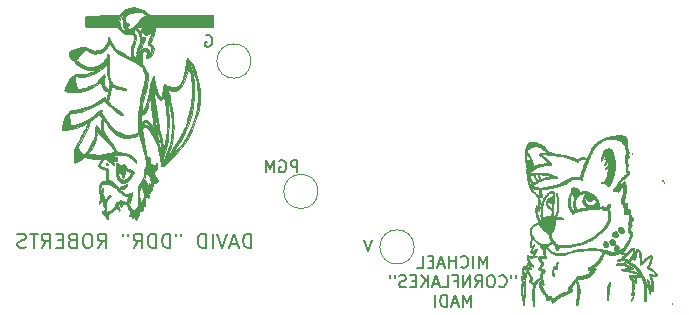
<source format=gbr>
G04 #@! TF.GenerationSoftware,KiCad,Pcbnew,(5.1.4)-1*
G04 #@! TF.CreationDate,2020-07-19T23:59:32-07:00*
G04 #@! TF.ProjectId,Main Board,4d61696e-2042-46f6-9172-642e6b696361,rev?*
G04 #@! TF.SameCoordinates,Original*
G04 #@! TF.FileFunction,Legend,Bot*
G04 #@! TF.FilePolarity,Positive*
%FSLAX46Y46*%
G04 Gerber Fmt 4.6, Leading zero omitted, Abs format (unit mm)*
G04 Created by KiCad (PCBNEW (5.1.4)-1) date 2020-07-19 23:59:32*
%MOMM*%
%LPD*%
G04 APERTURE LIST*
%ADD10C,0.150000*%
%ADD11C,0.180000*%
%ADD12C,0.010000*%
%ADD13C,0.120000*%
G04 APERTURE END LIST*
D10*
X169670952Y-106152380D02*
X169670952Y-105152380D01*
X169337619Y-105866666D01*
X169004285Y-105152380D01*
X169004285Y-106152380D01*
X168528095Y-106152380D02*
X168528095Y-105152380D01*
X167480476Y-106057142D02*
X167528095Y-106104761D01*
X167670952Y-106152380D01*
X167766190Y-106152380D01*
X167909047Y-106104761D01*
X168004285Y-106009523D01*
X168051904Y-105914285D01*
X168099523Y-105723809D01*
X168099523Y-105580952D01*
X168051904Y-105390476D01*
X168004285Y-105295238D01*
X167909047Y-105200000D01*
X167766190Y-105152380D01*
X167670952Y-105152380D01*
X167528095Y-105200000D01*
X167480476Y-105247619D01*
X167051904Y-106152380D02*
X167051904Y-105152380D01*
X167051904Y-105628571D02*
X166480476Y-105628571D01*
X166480476Y-106152380D02*
X166480476Y-105152380D01*
X166051904Y-105866666D02*
X165575714Y-105866666D01*
X166147142Y-106152380D02*
X165813809Y-105152380D01*
X165480476Y-106152380D01*
X165147142Y-105628571D02*
X164813809Y-105628571D01*
X164670952Y-106152380D02*
X165147142Y-106152380D01*
X165147142Y-105152380D01*
X164670952Y-105152380D01*
X163766190Y-106152380D02*
X164242380Y-106152380D01*
X164242380Y-105152380D01*
X172099523Y-106802380D02*
X172099523Y-106992857D01*
X171718571Y-106802380D02*
X171718571Y-106992857D01*
X170718571Y-107707142D02*
X170766190Y-107754761D01*
X170909047Y-107802380D01*
X171004285Y-107802380D01*
X171147142Y-107754761D01*
X171242380Y-107659523D01*
X171290000Y-107564285D01*
X171337619Y-107373809D01*
X171337619Y-107230952D01*
X171290000Y-107040476D01*
X171242380Y-106945238D01*
X171147142Y-106850000D01*
X171004285Y-106802380D01*
X170909047Y-106802380D01*
X170766190Y-106850000D01*
X170718571Y-106897619D01*
X170099523Y-106802380D02*
X169909047Y-106802380D01*
X169813809Y-106850000D01*
X169718571Y-106945238D01*
X169670952Y-107135714D01*
X169670952Y-107469047D01*
X169718571Y-107659523D01*
X169813809Y-107754761D01*
X169909047Y-107802380D01*
X170099523Y-107802380D01*
X170194761Y-107754761D01*
X170290000Y-107659523D01*
X170337619Y-107469047D01*
X170337619Y-107135714D01*
X170290000Y-106945238D01*
X170194761Y-106850000D01*
X170099523Y-106802380D01*
X168670952Y-107802380D02*
X169004285Y-107326190D01*
X169242380Y-107802380D02*
X169242380Y-106802380D01*
X168861428Y-106802380D01*
X168766190Y-106850000D01*
X168718571Y-106897619D01*
X168670952Y-106992857D01*
X168670952Y-107135714D01*
X168718571Y-107230952D01*
X168766190Y-107278571D01*
X168861428Y-107326190D01*
X169242380Y-107326190D01*
X168242380Y-107802380D02*
X168242380Y-106802380D01*
X167670952Y-107802380D01*
X167670952Y-106802380D01*
X166861428Y-107278571D02*
X167194761Y-107278571D01*
X167194761Y-107802380D02*
X167194761Y-106802380D01*
X166718571Y-106802380D01*
X165861428Y-107802380D02*
X166337619Y-107802380D01*
X166337619Y-106802380D01*
X165575714Y-107516666D02*
X165099523Y-107516666D01*
X165670952Y-107802380D02*
X165337619Y-106802380D01*
X165004285Y-107802380D01*
X164670952Y-107802380D02*
X164670952Y-106802380D01*
X164099523Y-107802380D02*
X164528095Y-107230952D01*
X164099523Y-106802380D02*
X164670952Y-107373809D01*
X163670952Y-107278571D02*
X163337619Y-107278571D01*
X163194761Y-107802380D02*
X163670952Y-107802380D01*
X163670952Y-106802380D01*
X163194761Y-106802380D01*
X162813809Y-107754761D02*
X162670952Y-107802380D01*
X162432857Y-107802380D01*
X162337619Y-107754761D01*
X162290000Y-107707142D01*
X162242380Y-107611904D01*
X162242380Y-107516666D01*
X162290000Y-107421428D01*
X162337619Y-107373809D01*
X162432857Y-107326190D01*
X162623333Y-107278571D01*
X162718571Y-107230952D01*
X162766190Y-107183333D01*
X162813809Y-107088095D01*
X162813809Y-106992857D01*
X162766190Y-106897619D01*
X162718571Y-106850000D01*
X162623333Y-106802380D01*
X162385238Y-106802380D01*
X162242380Y-106850000D01*
X161861428Y-106802380D02*
X161861428Y-106992857D01*
X161480476Y-106802380D02*
X161480476Y-106992857D01*
X168290000Y-109452380D02*
X168290000Y-108452380D01*
X167956666Y-109166666D01*
X167623333Y-108452380D01*
X167623333Y-109452380D01*
X167194761Y-109166666D02*
X166718571Y-109166666D01*
X167290000Y-109452380D02*
X166956666Y-108452380D01*
X166623333Y-109452380D01*
X166290000Y-109452380D02*
X166290000Y-108452380D01*
X166051904Y-108452380D01*
X165909047Y-108500000D01*
X165813809Y-108595238D01*
X165766190Y-108690476D01*
X165718571Y-108880952D01*
X165718571Y-109023809D01*
X165766190Y-109214285D01*
X165813809Y-109309523D01*
X165909047Y-109404761D01*
X166051904Y-109452380D01*
X166290000Y-109452380D01*
X165290000Y-109452380D02*
X165290000Y-108452380D01*
D11*
X149697142Y-104472857D02*
X149697142Y-103272857D01*
X149411428Y-103272857D01*
X149240000Y-103330000D01*
X149125714Y-103444285D01*
X149068571Y-103558571D01*
X149011428Y-103787142D01*
X149011428Y-103958571D01*
X149068571Y-104187142D01*
X149125714Y-104301428D01*
X149240000Y-104415714D01*
X149411428Y-104472857D01*
X149697142Y-104472857D01*
X148554285Y-104130000D02*
X147982857Y-104130000D01*
X148668571Y-104472857D02*
X148268571Y-103272857D01*
X147868571Y-104472857D01*
X147640000Y-103272857D02*
X147240000Y-104472857D01*
X146840000Y-103272857D01*
X146440000Y-104472857D02*
X146440000Y-103272857D01*
X145868571Y-104472857D02*
X145868571Y-103272857D01*
X145582857Y-103272857D01*
X145411428Y-103330000D01*
X145297142Y-103444285D01*
X145240000Y-103558571D01*
X145182857Y-103787142D01*
X145182857Y-103958571D01*
X145240000Y-104187142D01*
X145297142Y-104301428D01*
X145411428Y-104415714D01*
X145582857Y-104472857D01*
X145868571Y-104472857D01*
X143811428Y-103272857D02*
X143811428Y-103501428D01*
X143354285Y-103272857D02*
X143354285Y-103501428D01*
X142840000Y-104472857D02*
X142840000Y-103272857D01*
X142554285Y-103272857D01*
X142382857Y-103330000D01*
X142268571Y-103444285D01*
X142211428Y-103558571D01*
X142154285Y-103787142D01*
X142154285Y-103958571D01*
X142211428Y-104187142D01*
X142268571Y-104301428D01*
X142382857Y-104415714D01*
X142554285Y-104472857D01*
X142840000Y-104472857D01*
X141640000Y-104472857D02*
X141640000Y-103272857D01*
X141354285Y-103272857D01*
X141182857Y-103330000D01*
X141068571Y-103444285D01*
X141011428Y-103558571D01*
X140954285Y-103787142D01*
X140954285Y-103958571D01*
X141011428Y-104187142D01*
X141068571Y-104301428D01*
X141182857Y-104415714D01*
X141354285Y-104472857D01*
X141640000Y-104472857D01*
X139754285Y-104472857D02*
X140154285Y-103901428D01*
X140440000Y-104472857D02*
X140440000Y-103272857D01*
X139982857Y-103272857D01*
X139868571Y-103330000D01*
X139811428Y-103387142D01*
X139754285Y-103501428D01*
X139754285Y-103672857D01*
X139811428Y-103787142D01*
X139868571Y-103844285D01*
X139982857Y-103901428D01*
X140440000Y-103901428D01*
X139297142Y-103272857D02*
X139297142Y-103501428D01*
X138840000Y-103272857D02*
X138840000Y-103501428D01*
X136725714Y-104472857D02*
X137125714Y-103901428D01*
X137411428Y-104472857D02*
X137411428Y-103272857D01*
X136954285Y-103272857D01*
X136840000Y-103330000D01*
X136782857Y-103387142D01*
X136725714Y-103501428D01*
X136725714Y-103672857D01*
X136782857Y-103787142D01*
X136840000Y-103844285D01*
X136954285Y-103901428D01*
X137411428Y-103901428D01*
X135982857Y-103272857D02*
X135754285Y-103272857D01*
X135640000Y-103330000D01*
X135525714Y-103444285D01*
X135468571Y-103672857D01*
X135468571Y-104072857D01*
X135525714Y-104301428D01*
X135640000Y-104415714D01*
X135754285Y-104472857D01*
X135982857Y-104472857D01*
X136097142Y-104415714D01*
X136211428Y-104301428D01*
X136268571Y-104072857D01*
X136268571Y-103672857D01*
X136211428Y-103444285D01*
X136097142Y-103330000D01*
X135982857Y-103272857D01*
X134554285Y-103844285D02*
X134382857Y-103901428D01*
X134325714Y-103958571D01*
X134268571Y-104072857D01*
X134268571Y-104244285D01*
X134325714Y-104358571D01*
X134382857Y-104415714D01*
X134497142Y-104472857D01*
X134954285Y-104472857D01*
X134954285Y-103272857D01*
X134554285Y-103272857D01*
X134440000Y-103330000D01*
X134382857Y-103387142D01*
X134325714Y-103501428D01*
X134325714Y-103615714D01*
X134382857Y-103730000D01*
X134440000Y-103787142D01*
X134554285Y-103844285D01*
X134954285Y-103844285D01*
X133754285Y-103844285D02*
X133354285Y-103844285D01*
X133182857Y-104472857D02*
X133754285Y-104472857D01*
X133754285Y-103272857D01*
X133182857Y-103272857D01*
X131982857Y-104472857D02*
X132382857Y-103901428D01*
X132668571Y-104472857D02*
X132668571Y-103272857D01*
X132211428Y-103272857D01*
X132097142Y-103330000D01*
X132040000Y-103387142D01*
X131982857Y-103501428D01*
X131982857Y-103672857D01*
X132040000Y-103787142D01*
X132097142Y-103844285D01*
X132211428Y-103901428D01*
X132668571Y-103901428D01*
X131640000Y-103272857D02*
X130954285Y-103272857D01*
X131297142Y-104472857D02*
X131297142Y-103272857D01*
X130611428Y-104415714D02*
X130440000Y-104472857D01*
X130154285Y-104472857D01*
X130040000Y-104415714D01*
X129982857Y-104358571D01*
X129925714Y-104244285D01*
X129925714Y-104130000D01*
X129982857Y-104015714D01*
X130040000Y-103958571D01*
X130154285Y-103901428D01*
X130382857Y-103844285D01*
X130497142Y-103787142D01*
X130554285Y-103730000D01*
X130611428Y-103615714D01*
X130611428Y-103501428D01*
X130554285Y-103387142D01*
X130497142Y-103330000D01*
X130382857Y-103272857D01*
X130097142Y-103272857D01*
X129925714Y-103330000D01*
D10*
X153633333Y-98072380D02*
X153633333Y-97072380D01*
X153252380Y-97072380D01*
X153157142Y-97120000D01*
X153109523Y-97167619D01*
X153061904Y-97262857D01*
X153061904Y-97405714D01*
X153109523Y-97500952D01*
X153157142Y-97548571D01*
X153252380Y-97596190D01*
X153633333Y-97596190D01*
X152109523Y-97120000D02*
X152204761Y-97072380D01*
X152347619Y-97072380D01*
X152490476Y-97120000D01*
X152585714Y-97215238D01*
X152633333Y-97310476D01*
X152680952Y-97500952D01*
X152680952Y-97643809D01*
X152633333Y-97834285D01*
X152585714Y-97929523D01*
X152490476Y-98024761D01*
X152347619Y-98072380D01*
X152252380Y-98072380D01*
X152109523Y-98024761D01*
X152061904Y-97977142D01*
X152061904Y-97643809D01*
X152252380Y-97643809D01*
X151633333Y-98072380D02*
X151633333Y-97072380D01*
X151300000Y-97786666D01*
X150966666Y-97072380D01*
X150966666Y-98072380D01*
X145858095Y-86490000D02*
X145953333Y-86442380D01*
X146096190Y-86442380D01*
X146239047Y-86490000D01*
X146334285Y-86585238D01*
X146381904Y-86680476D01*
X146429523Y-86870952D01*
X146429523Y-87013809D01*
X146381904Y-87204285D01*
X146334285Y-87299523D01*
X146239047Y-87394761D01*
X146096190Y-87442380D01*
X146000952Y-87442380D01*
X145858095Y-87394761D01*
X145810476Y-87347142D01*
X145810476Y-87013809D01*
X146000952Y-87013809D01*
X159913333Y-103782380D02*
X159580000Y-104782380D01*
X159246666Y-103782380D01*
D12*
G36*
X137380630Y-97341630D02*
G01*
X137401202Y-97388447D01*
X137459623Y-97445917D01*
X137528993Y-97476240D01*
X137578266Y-97469225D01*
X137585667Y-97448998D01*
X137560500Y-97397000D01*
X137501000Y-97397000D01*
X137485511Y-97431845D01*
X137472778Y-97425222D01*
X137467711Y-97374982D01*
X137472778Y-97368777D01*
X137497945Y-97374588D01*
X137501000Y-97397000D01*
X137560500Y-97397000D01*
X137557925Y-97391680D01*
X137494846Y-97329560D01*
X137426648Y-97287222D01*
X137385821Y-97286401D01*
X137380630Y-97341630D01*
X137380630Y-97341630D01*
G37*
X137380630Y-97341630D02*
X137401202Y-97388447D01*
X137459623Y-97445917D01*
X137528993Y-97476240D01*
X137578266Y-97469225D01*
X137585667Y-97448998D01*
X137560500Y-97397000D01*
X137501000Y-97397000D01*
X137485511Y-97431845D01*
X137472778Y-97425222D01*
X137467711Y-97374982D01*
X137472778Y-97368777D01*
X137497945Y-97374588D01*
X137501000Y-97397000D01*
X137560500Y-97397000D01*
X137557925Y-97391680D01*
X137494846Y-97329560D01*
X137426648Y-97287222D01*
X137385821Y-97286401D01*
X137380630Y-97341630D01*
G36*
X138849200Y-97423346D02*
G01*
X138866936Y-97488501D01*
X138928097Y-97549591D01*
X138964256Y-97567381D01*
X139059960Y-97600998D01*
X139100469Y-97600945D01*
X139109057Y-97565353D01*
X139109019Y-97555750D01*
X139069289Y-97449027D01*
X138955503Y-97380147D01*
X138950917Y-97378686D01*
X138876617Y-97378587D01*
X138849200Y-97423346D01*
X138849200Y-97423346D01*
G37*
X138849200Y-97423346D02*
X138866936Y-97488501D01*
X138928097Y-97549591D01*
X138964256Y-97567381D01*
X139059960Y-97600998D01*
X139100469Y-97600945D01*
X139109057Y-97565353D01*
X139109019Y-97555750D01*
X139069289Y-97449027D01*
X138955503Y-97380147D01*
X138950917Y-97378686D01*
X138876617Y-97378587D01*
X138849200Y-97423346D01*
G36*
X138281445Y-97309828D02*
G01*
X138279241Y-97419305D01*
X138278303Y-97583418D01*
X138278766Y-97787154D01*
X138279349Y-97873250D01*
X138284394Y-98151772D01*
X138298093Y-98360980D01*
X138325913Y-98516164D01*
X138373321Y-98632616D01*
X138445787Y-98725627D01*
X138548779Y-98810490D01*
X138635421Y-98869003D01*
X138790937Y-98960058D01*
X138908920Y-98997104D01*
X139015643Y-98981782D01*
X139137381Y-98915735D01*
X139158381Y-98901676D01*
X139289012Y-98790144D01*
X139423595Y-98638968D01*
X139541639Y-98474940D01*
X139622653Y-98324847D01*
X139641204Y-98270459D01*
X139677764Y-98186033D01*
X139737493Y-98170063D01*
X139752647Y-98173352D01*
X139813869Y-98172859D01*
X139821992Y-98112218D01*
X139821261Y-98107100D01*
X139819469Y-98098153D01*
X139527560Y-98098153D01*
X139516961Y-98139485D01*
X139472850Y-98229823D01*
X139430831Y-98304733D01*
X139276974Y-98507642D01*
X139098536Y-98641313D01*
X138905411Y-98700966D01*
X138707496Y-98681825D01*
X138673838Y-98670296D01*
X138581337Y-98596508D01*
X138503490Y-98462078D01*
X138501749Y-98457773D01*
X138446968Y-98304787D01*
X138435197Y-98213609D01*
X138469439Y-98171429D01*
X138552697Y-98165439D01*
X138569917Y-98166901D01*
X138664484Y-98189449D01*
X138733440Y-98249511D01*
X138798938Y-98361317D01*
X138890376Y-98542468D01*
X138938273Y-98391833D01*
X138898000Y-98391833D01*
X138876833Y-98413000D01*
X138855667Y-98391833D01*
X138876833Y-98370666D01*
X138898000Y-98391833D01*
X138938273Y-98391833D01*
X138954707Y-98340151D01*
X138999264Y-98189763D01*
X139029241Y-98074333D01*
X138686333Y-98074333D01*
X138670844Y-98109178D01*
X138658111Y-98102555D01*
X138653045Y-98052315D01*
X138658111Y-98046111D01*
X138683278Y-98051922D01*
X138686333Y-98074333D01*
X139029241Y-98074333D01*
X139035872Y-98048800D01*
X139045468Y-98005173D01*
X139071898Y-97872512D01*
X139291866Y-97977988D01*
X139413452Y-98037435D01*
X139499846Y-98081824D01*
X139527560Y-98098153D01*
X139819469Y-98098153D01*
X139812673Y-98064240D01*
X139792979Y-98029181D01*
X139749100Y-97993747D01*
X139667954Y-97949762D01*
X139536463Y-97889050D01*
X139341546Y-97803436D01*
X139321333Y-97794618D01*
X139223482Y-97749738D01*
X138837267Y-97749738D01*
X138806300Y-97783243D01*
X138721141Y-97816520D01*
X138658133Y-97808037D01*
X138644000Y-97780498D01*
X138677400Y-97721517D01*
X138758464Y-97710789D01*
X138791896Y-97720253D01*
X138837267Y-97749738D01*
X139223482Y-97749738D01*
X139105139Y-97695460D01*
X138866602Y-97578621D01*
X138652894Y-97467298D01*
X138628265Y-97453817D01*
X138480020Y-97372628D01*
X138363240Y-97309776D01*
X138295119Y-97274465D01*
X138284780Y-97270000D01*
X138281445Y-97309828D01*
X138281445Y-97309828D01*
G37*
X138281445Y-97309828D02*
X138279241Y-97419305D01*
X138278303Y-97583418D01*
X138278766Y-97787154D01*
X138279349Y-97873250D01*
X138284394Y-98151772D01*
X138298093Y-98360980D01*
X138325913Y-98516164D01*
X138373321Y-98632616D01*
X138445787Y-98725627D01*
X138548779Y-98810490D01*
X138635421Y-98869003D01*
X138790937Y-98960058D01*
X138908920Y-98997104D01*
X139015643Y-98981782D01*
X139137381Y-98915735D01*
X139158381Y-98901676D01*
X139289012Y-98790144D01*
X139423595Y-98638968D01*
X139541639Y-98474940D01*
X139622653Y-98324847D01*
X139641204Y-98270459D01*
X139677764Y-98186033D01*
X139737493Y-98170063D01*
X139752647Y-98173352D01*
X139813869Y-98172859D01*
X139821992Y-98112218D01*
X139821261Y-98107100D01*
X139819469Y-98098153D01*
X139527560Y-98098153D01*
X139516961Y-98139485D01*
X139472850Y-98229823D01*
X139430831Y-98304733D01*
X139276974Y-98507642D01*
X139098536Y-98641313D01*
X138905411Y-98700966D01*
X138707496Y-98681825D01*
X138673838Y-98670296D01*
X138581337Y-98596508D01*
X138503490Y-98462078D01*
X138501749Y-98457773D01*
X138446968Y-98304787D01*
X138435197Y-98213609D01*
X138469439Y-98171429D01*
X138552697Y-98165439D01*
X138569917Y-98166901D01*
X138664484Y-98189449D01*
X138733440Y-98249511D01*
X138798938Y-98361317D01*
X138890376Y-98542468D01*
X138938273Y-98391833D01*
X138898000Y-98391833D01*
X138876833Y-98413000D01*
X138855667Y-98391833D01*
X138876833Y-98370666D01*
X138898000Y-98391833D01*
X138938273Y-98391833D01*
X138954707Y-98340151D01*
X138999264Y-98189763D01*
X139029241Y-98074333D01*
X138686333Y-98074333D01*
X138670844Y-98109178D01*
X138658111Y-98102555D01*
X138653045Y-98052315D01*
X138658111Y-98046111D01*
X138683278Y-98051922D01*
X138686333Y-98074333D01*
X139029241Y-98074333D01*
X139035872Y-98048800D01*
X139045468Y-98005173D01*
X139071898Y-97872512D01*
X139291866Y-97977988D01*
X139413452Y-98037435D01*
X139499846Y-98081824D01*
X139527560Y-98098153D01*
X139819469Y-98098153D01*
X139812673Y-98064240D01*
X139792979Y-98029181D01*
X139749100Y-97993747D01*
X139667954Y-97949762D01*
X139536463Y-97889050D01*
X139341546Y-97803436D01*
X139321333Y-97794618D01*
X139223482Y-97749738D01*
X138837267Y-97749738D01*
X138806300Y-97783243D01*
X138721141Y-97816520D01*
X138658133Y-97808037D01*
X138644000Y-97780498D01*
X138677400Y-97721517D01*
X138758464Y-97710789D01*
X138791896Y-97720253D01*
X138837267Y-97749738D01*
X139223482Y-97749738D01*
X139105139Y-97695460D01*
X138866602Y-97578621D01*
X138652894Y-97467298D01*
X138628265Y-97453817D01*
X138480020Y-97372628D01*
X138363240Y-97309776D01*
X138295119Y-97274465D01*
X138284780Y-97270000D01*
X138281445Y-97309828D01*
G36*
X138982213Y-99179067D02*
G01*
X138845327Y-99225263D01*
X138729489Y-99254422D01*
X138685879Y-99259666D01*
X138618758Y-99285923D01*
X138601667Y-99360970D01*
X138634685Y-99456976D01*
X138720778Y-99507468D01*
X138840506Y-99510633D01*
X138974430Y-99464660D01*
X139064085Y-99404070D01*
X139155234Y-99301830D01*
X139194110Y-99203018D01*
X139194333Y-99196470D01*
X139194333Y-99098467D01*
X138982213Y-99179067D01*
X138982213Y-99179067D01*
G37*
X138982213Y-99179067D02*
X138845327Y-99225263D01*
X138729489Y-99254422D01*
X138685879Y-99259666D01*
X138618758Y-99285923D01*
X138601667Y-99360970D01*
X138634685Y-99456976D01*
X138720778Y-99507468D01*
X138840506Y-99510633D01*
X138974430Y-99464660D01*
X139064085Y-99404070D01*
X139155234Y-99301830D01*
X139194110Y-99203018D01*
X139194333Y-99196470D01*
X139194333Y-99098467D01*
X138982213Y-99179067D01*
G36*
X139422384Y-84137932D02*
G01*
X139121108Y-84231209D01*
X138850570Y-84400854D01*
X138679347Y-84568481D01*
X138504179Y-84771838D01*
X137112954Y-84802991D01*
X136778157Y-84811543D01*
X136470964Y-84821415D01*
X136201474Y-84832126D01*
X135979784Y-84843192D01*
X135815994Y-84854130D01*
X135720204Y-84864456D01*
X135699193Y-84870605D01*
X135679958Y-84942664D01*
X135664853Y-85073868D01*
X135654738Y-85238760D01*
X135650472Y-85411882D01*
X135652916Y-85567776D01*
X135662929Y-85680983D01*
X135670743Y-85712860D01*
X135711429Y-85818554D01*
X137063378Y-85803761D01*
X138415326Y-85788968D01*
X138523679Y-85952700D01*
X138676426Y-86116609D01*
X138882253Y-86245734D01*
X139116851Y-86331575D01*
X139355912Y-86365635D01*
X139575128Y-86339412D01*
X139603459Y-86330231D01*
X139683862Y-86323407D01*
X139741645Y-86384963D01*
X139747018Y-86394727D01*
X139798090Y-86575406D01*
X139789305Y-86811542D01*
X139721103Y-87099157D01*
X139645775Y-87310171D01*
X139549015Y-87584654D01*
X139500911Y-87806927D01*
X139500261Y-87993210D01*
X139545862Y-88159721D01*
X139577849Y-88226416D01*
X139627980Y-88327751D01*
X139652086Y-88392383D01*
X139651823Y-88402288D01*
X139605342Y-88394892D01*
X139501591Y-88353004D01*
X139356495Y-88284685D01*
X139185979Y-88197999D01*
X139005969Y-88101007D01*
X138832391Y-88001772D01*
X138699289Y-87920070D01*
X138374586Y-87684396D01*
X138101882Y-87430293D01*
X137889594Y-87167637D01*
X137746138Y-86906303D01*
X137693303Y-86739583D01*
X137657399Y-86632867D01*
X137620571Y-86608073D01*
X137593086Y-86663200D01*
X137584737Y-86760750D01*
X137555565Y-86953685D01*
X137478131Y-87154163D01*
X137364317Y-87347613D01*
X137226009Y-87519466D01*
X137075090Y-87655151D01*
X136923444Y-87740099D01*
X136782955Y-87759740D01*
X136771456Y-87757844D01*
X136657377Y-87752199D01*
X136580956Y-87767872D01*
X136498063Y-87789750D01*
X136401120Y-87781204D01*
X136271993Y-87737667D01*
X136092549Y-87654568D01*
X136053168Y-87634886D01*
X135829214Y-87537936D01*
X135643256Y-87494702D01*
X135574106Y-87490999D01*
X135337620Y-87508629D01*
X135065616Y-87556051D01*
X134794140Y-87625062D01*
X134559240Y-87707461D01*
X134495333Y-87736467D01*
X134358954Y-87810685D01*
X134284165Y-87874672D01*
X134252527Y-87945832D01*
X134248934Y-87969023D01*
X134269960Y-88115084D01*
X134355202Y-88289496D01*
X134493703Y-88481650D01*
X134674508Y-88680938D01*
X134886663Y-88876750D01*
X135119212Y-89058476D01*
X135361200Y-89215507D01*
X135601672Y-89337234D01*
X135701833Y-89376064D01*
X135926770Y-89429455D01*
X136172114Y-89447872D01*
X136404699Y-89431030D01*
X136580250Y-89383575D01*
X136678540Y-89345498D01*
X136734260Y-89331622D01*
X136739000Y-89334050D01*
X136702455Y-89367006D01*
X136605189Y-89421254D01*
X136465758Y-89488357D01*
X136302717Y-89559878D01*
X136134622Y-89627381D01*
X135980029Y-89682430D01*
X135955833Y-89690127D01*
X135802218Y-89733621D01*
X135667912Y-89758082D01*
X135523073Y-89766123D01*
X135337857Y-89760357D01*
X135229811Y-89753718D01*
X134800122Y-89725129D01*
X134598752Y-89909814D01*
X134462554Y-90050208D01*
X134330029Y-90211476D01*
X134263852Y-90306166D01*
X134179476Y-90452351D01*
X134092078Y-90623966D01*
X134011380Y-90799257D01*
X133947105Y-90956470D01*
X133908976Y-91073852D01*
X133902667Y-91114338D01*
X133936270Y-91176552D01*
X134039850Y-91223748D01*
X134217563Y-91256950D01*
X134473565Y-91277183D01*
X134580000Y-91281315D01*
X135082766Y-91259899D01*
X135581825Y-91168302D01*
X136059797Y-91011813D01*
X136499301Y-90795717D01*
X136770750Y-90614844D01*
X137035333Y-90415393D01*
X137035333Y-90542056D01*
X137068274Y-90732802D01*
X137156323Y-90916693D01*
X137283319Y-91070991D01*
X137433101Y-91172958D01*
X137499235Y-91194778D01*
X137588561Y-91217246D01*
X137627910Y-91232780D01*
X137628000Y-91233180D01*
X137617508Y-91275986D01*
X137590646Y-91374554D01*
X137568908Y-91452066D01*
X137527692Y-91602563D01*
X137491981Y-91741067D01*
X137481039Y-91786794D01*
X137452263Y-91912755D01*
X137376369Y-91812140D01*
X137300475Y-91711526D01*
X137157321Y-91818699D01*
X136692011Y-92133336D01*
X136216076Y-92384457D01*
X135711924Y-92579182D01*
X135161967Y-92724629D01*
X134724378Y-92803343D01*
X134533392Y-92833751D01*
X134404854Y-92861871D01*
X134317253Y-92896352D01*
X134249080Y-92945842D01*
X134178825Y-93018988D01*
X134173708Y-93024729D01*
X134001236Y-93268200D01*
X133858116Y-93567281D01*
X133753951Y-93895253D01*
X133698347Y-94225395D01*
X133691735Y-94365550D01*
X133691000Y-94530267D01*
X134040250Y-94507194D01*
X134444600Y-94448263D01*
X134877193Y-94321899D01*
X135345004Y-94125940D01*
X135474362Y-94062775D01*
X135653330Y-93973642D01*
X135768736Y-93919680D01*
X135832565Y-93897837D01*
X135856801Y-93905061D01*
X135853432Y-93938302D01*
X135843367Y-93968832D01*
X135786797Y-94108527D01*
X135697691Y-94302452D01*
X135585868Y-94531523D01*
X135461145Y-94776660D01*
X135333343Y-95018781D01*
X135212278Y-95238802D01*
X135107771Y-95417644D01*
X135056319Y-95498404D01*
X134932469Y-95684419D01*
X134847146Y-95821495D01*
X134790964Y-95930500D01*
X134754537Y-96032301D01*
X134728478Y-96147764D01*
X134707054Y-96274830D01*
X134687451Y-96454208D01*
X134680445Y-96650826D01*
X134684768Y-96846771D01*
X134699152Y-97024129D01*
X134722328Y-97164989D01*
X134753027Y-97251436D01*
X134777529Y-97270000D01*
X134903494Y-97239033D01*
X135073008Y-97151277D01*
X135274777Y-97014446D01*
X135497510Y-96836255D01*
X135729914Y-96624420D01*
X135747427Y-96607383D01*
X136006147Y-96338011D01*
X136205411Y-96086585D01*
X136359171Y-95828862D01*
X136481375Y-95540598D01*
X136585976Y-95197552D01*
X136608219Y-95111499D01*
X136724217Y-94651286D01*
X136901535Y-94894781D01*
X137001509Y-95017591D01*
X137146226Y-95176802D01*
X137317046Y-95352682D01*
X137495327Y-95525499D01*
X137512551Y-95541576D01*
X137720987Y-95744613D01*
X137893242Y-95930891D01*
X138017266Y-96086901D01*
X138061949Y-96157455D01*
X138177649Y-96370033D01*
X138019241Y-96396217D01*
X137865005Y-96414146D01*
X137701421Y-96422752D01*
X137687478Y-96422867D01*
X137526678Y-96447663D01*
X137438733Y-96506637D01*
X137362758Y-96563040D01*
X137286788Y-96548971D01*
X137165701Y-96510162D01*
X137079775Y-96535310D01*
X137048663Y-96588600D01*
X137019490Y-96642209D01*
X136955577Y-96646604D01*
X136904230Y-96633823D01*
X136763488Y-96605049D01*
X136574605Y-96581401D01*
X136366895Y-96564913D01*
X136169671Y-96557621D01*
X136012247Y-96561558D01*
X135958581Y-96568191D01*
X135851507Y-96604190D01*
X135807835Y-96654681D01*
X135807667Y-96658084D01*
X135773738Y-96712535D01*
X135744167Y-96719666D01*
X135687799Y-96740326D01*
X135680667Y-96757858D01*
X135722160Y-96806385D01*
X135843414Y-96850469D01*
X136039589Y-96889019D01*
X136305844Y-96920938D01*
X136458855Y-96933712D01*
X136655707Y-96949425D01*
X136819334Y-96964779D01*
X136932624Y-96978010D01*
X136978429Y-96987317D01*
X136968816Y-97030039D01*
X136926119Y-97121214D01*
X136888667Y-97189851D01*
X136808782Y-97367740D01*
X136784468Y-97517190D01*
X136817341Y-97624110D01*
X136836568Y-97644140D01*
X136903069Y-97681203D01*
X137023294Y-97733558D01*
X137164651Y-97787455D01*
X137437500Y-97884930D01*
X137437500Y-98307715D01*
X137433423Y-98530096D01*
X137417865Y-98681091D01*
X137385838Y-98773729D01*
X137332353Y-98821040D01*
X137252422Y-98836054D01*
X137235118Y-98836333D01*
X137133698Y-98859649D01*
X137013258Y-98917277D01*
X136988677Y-98932870D01*
X136873771Y-99042455D01*
X136808921Y-99189308D01*
X136792558Y-99383373D01*
X136823115Y-99634595D01*
X136854791Y-99781785D01*
X136896096Y-99965972D01*
X136916094Y-100098067D01*
X136916152Y-100207555D01*
X136897633Y-100323920D01*
X136882918Y-100389298D01*
X136844412Y-100562579D01*
X136827947Y-100669106D01*
X136832750Y-100723659D01*
X136858048Y-100741017D01*
X136864511Y-100741333D01*
X136917589Y-100703684D01*
X136975057Y-100606078D01*
X137024441Y-100471528D01*
X137036635Y-100423833D01*
X137065567Y-100296833D01*
X137117495Y-100423833D01*
X137148070Y-100569693D01*
X137143832Y-100747523D01*
X137143670Y-100748774D01*
X137138031Y-100890783D01*
X137162108Y-100970340D01*
X137210724Y-100980184D01*
X137269637Y-100925489D01*
X137307178Y-100884079D01*
X137324649Y-100900448D01*
X137329978Y-100986635D01*
X137330320Y-101017663D01*
X137312980Y-101158118D01*
X137266527Y-101275529D01*
X137202753Y-101349081D01*
X137136775Y-101359339D01*
X137090444Y-101368960D01*
X137077189Y-101428539D01*
X137094972Y-101510991D01*
X137141753Y-101589232D01*
X137155084Y-101602605D01*
X137243303Y-101657770D01*
X137303250Y-101672666D01*
X137363077Y-101707284D01*
X137374000Y-101747913D01*
X137397037Y-101837144D01*
X137451471Y-101931763D01*
X137515287Y-101998504D01*
X137548328Y-102011333D01*
X137570782Y-101973030D01*
X137568558Y-101867580D01*
X137563294Y-101827543D01*
X137550480Y-101711160D01*
X137565843Y-101648211D01*
X137621261Y-101609045D01*
X137657071Y-101593493D01*
X137747380Y-101540952D01*
X137873670Y-101448698D01*
X138010611Y-101335410D01*
X138028441Y-101319607D01*
X138278473Y-101095981D01*
X138394906Y-101225573D01*
X138491242Y-101309825D01*
X138553220Y-101321465D01*
X138572419Y-101268481D01*
X138540415Y-101158859D01*
X138516480Y-101110306D01*
X138452401Y-100972446D01*
X138440395Y-100873035D01*
X138482314Y-100782365D01*
X138541276Y-100711943D01*
X138650219Y-100593166D01*
X138626233Y-100768140D01*
X138622076Y-100912812D01*
X138658769Y-100990023D01*
X138724966Y-101015602D01*
X138763075Y-100963639D01*
X138771000Y-100884942D01*
X138787715Y-100797047D01*
X138847586Y-100754373D01*
X138965208Y-100750404D01*
X139049172Y-100760737D01*
X139166394Y-100784356D01*
X139221391Y-100819101D01*
X139236469Y-100880881D01*
X139236667Y-100894468D01*
X139255147Y-100986225D01*
X139303380Y-101121581D01*
X139364598Y-101257928D01*
X139431063Y-101396971D01*
X139461632Y-101483108D01*
X139460219Y-101538156D01*
X139430739Y-101583930D01*
X139424387Y-101591071D01*
X139370115Y-101689576D01*
X139384530Y-101769988D01*
X139460276Y-101811536D01*
X139502909Y-101812863D01*
X139589273Y-101821644D01*
X139617229Y-101873918D01*
X139617667Y-101886946D01*
X139625311Y-101951563D01*
X139660251Y-101961363D01*
X139740501Y-101917993D01*
X139767323Y-101900631D01*
X139839749Y-101858221D01*
X139867289Y-101873612D01*
X139871666Y-101960022D01*
X139871667Y-101964131D01*
X139889823Y-102065680D01*
X139937256Y-102093898D01*
X140003413Y-102050166D01*
X140077041Y-101937250D01*
X140123467Y-101842043D01*
X140158169Y-101757978D01*
X140190361Y-101658223D01*
X140229254Y-101515948D01*
X140252932Y-101424967D01*
X140284314Y-101315330D01*
X140309754Y-101276137D01*
X140341736Y-101295194D01*
X140361285Y-101319134D01*
X140410101Y-101371983D01*
X140449105Y-101359925D01*
X140488986Y-101312833D01*
X140529280Y-101232079D01*
X140540028Y-101114569D01*
X140536494Y-101063725D01*
X140247064Y-101063725D01*
X140239565Y-101133923D01*
X140206712Y-101284277D01*
X140170363Y-101430594D01*
X140119433Y-101609331D01*
X140063692Y-101772709D01*
X140009933Y-101904108D01*
X139964948Y-101986908D01*
X139935719Y-102004684D01*
X139934108Y-101958148D01*
X139947536Y-101859489D01*
X139954704Y-101820833D01*
X139984205Y-101689497D01*
X140014400Y-101581685D01*
X140019584Y-101566833D01*
X140011707Y-101550473D01*
X139960396Y-101590152D01*
X139881009Y-101672666D01*
X139787002Y-101768359D01*
X139713489Y-101825755D01*
X139680476Y-101833493D01*
X139693337Y-101791554D01*
X139754323Y-101706127D01*
X139832652Y-101615181D01*
X139735641Y-101615181D01*
X139720057Y-101638612D01*
X139660000Y-101665537D01*
X139561141Y-101699425D01*
X139487129Y-101712878D01*
X139457286Y-101704628D01*
X139485080Y-101677015D01*
X139553330Y-101619413D01*
X139569747Y-101598774D01*
X139625541Y-101578334D01*
X139681167Y-101589332D01*
X139735641Y-101615181D01*
X139832652Y-101615181D01*
X139851451Y-101593355D01*
X139886429Y-101555993D01*
X140008653Y-101417879D01*
X140011798Y-101413791D01*
X139895414Y-101413791D01*
X139893882Y-101416969D01*
X139835056Y-101450235D01*
X139756280Y-101461000D01*
X139681172Y-101456133D01*
X139663528Y-101445788D01*
X139721874Y-101418194D01*
X139802076Y-101400898D01*
X139870976Y-101398047D01*
X139895414Y-101413791D01*
X140011798Y-101413791D01*
X140113527Y-101281594D01*
X140180763Y-101173789D01*
X140186084Y-101162333D01*
X140229230Y-101073318D01*
X140247064Y-101063725D01*
X140536494Y-101063725D01*
X140531739Y-100995333D01*
X140507506Y-100762500D01*
X140587956Y-100857750D01*
X140653101Y-100925916D01*
X140693369Y-100953000D01*
X140705557Y-100914179D01*
X140714624Y-100811748D01*
X140718816Y-100666751D01*
X140718912Y-100646083D01*
X140722550Y-100480003D01*
X140731549Y-100337142D01*
X140743977Y-100247880D01*
X140744278Y-100246737D01*
X140773793Y-100183332D01*
X140829889Y-100183570D01*
X140868000Y-100199386D01*
X140986461Y-100224956D01*
X141068299Y-100193135D01*
X141099107Y-100121516D01*
X141064478Y-100027690D01*
X141035833Y-99994452D01*
X140983967Y-99889402D01*
X140627907Y-99889402D01*
X140619528Y-100131399D01*
X140548471Y-100343326D01*
X140503075Y-100414561D01*
X140434497Y-100533650D01*
X140405841Y-100671684D01*
X140403073Y-100773083D01*
X140400827Y-100919853D01*
X140390692Y-100984148D01*
X140373272Y-100967730D01*
X140349171Y-100872365D01*
X140318993Y-100699815D01*
X140283342Y-100451844D01*
X140277219Y-100405657D01*
X140240331Y-100081006D01*
X140225369Y-99825250D01*
X140232781Y-99625388D01*
X140263014Y-99468419D01*
X140313701Y-99346418D01*
X140370575Y-99242670D01*
X140459736Y-99388751D01*
X140574384Y-99635723D01*
X140627907Y-99889402D01*
X140983967Y-99889402D01*
X140982753Y-99886945D01*
X140983347Y-99744921D01*
X141037451Y-99599208D01*
X141037967Y-99598333D01*
X141077768Y-99534553D01*
X141090312Y-99535356D01*
X141081107Y-99608812D01*
X141074089Y-99651250D01*
X141063630Y-99758394D01*
X141083380Y-99804089D01*
X141110576Y-99810000D01*
X141166368Y-99771707D01*
X141229402Y-99670057D01*
X141291222Y-99524889D01*
X141343369Y-99356044D01*
X141377249Y-99184399D01*
X141397484Y-99056942D01*
X141421960Y-98995365D01*
X141453208Y-98984500D01*
X141226371Y-98984500D01*
X141205167Y-99196166D01*
X141147337Y-99059121D01*
X141093990Y-98963979D01*
X141052675Y-98951422D01*
X141028025Y-99019691D01*
X141023133Y-99106255D01*
X141010821Y-99217025D01*
X140980467Y-99321975D01*
X140941948Y-99396666D01*
X140905140Y-99416664D01*
X140899371Y-99412482D01*
X140902545Y-99365422D01*
X140927791Y-99325828D01*
X140953531Y-99235442D01*
X140946392Y-99196166D01*
X140422000Y-99196166D01*
X140400833Y-99217333D01*
X140379667Y-99196166D01*
X140400833Y-99175000D01*
X140422000Y-99196166D01*
X140946392Y-99196166D01*
X140930772Y-99110247D01*
X140868735Y-98977378D01*
X140776637Y-98863970D01*
X140768398Y-98856681D01*
X140660170Y-98763587D01*
X140717209Y-98461293D01*
X140754287Y-98300874D01*
X140792939Y-98195101D01*
X140826267Y-98159000D01*
X140924607Y-98197927D01*
X141022562Y-98302011D01*
X141110900Y-98452206D01*
X141180390Y-98629466D01*
X141221801Y-98814745D01*
X141226371Y-98984500D01*
X141453208Y-98984500D01*
X141462613Y-98981230D01*
X141503827Y-98988866D01*
X141652312Y-98993614D01*
X141761814Y-98929905D01*
X141802808Y-98857500D01*
X141692000Y-98857500D01*
X141670833Y-98878666D01*
X141649667Y-98857500D01*
X141565000Y-98857500D01*
X141543833Y-98878666D01*
X141522667Y-98857500D01*
X141543833Y-98836333D01*
X141565000Y-98857500D01*
X141649667Y-98857500D01*
X141670833Y-98836333D01*
X141692000Y-98857500D01*
X141802808Y-98857500D01*
X141807866Y-98848568D01*
X141821901Y-98770696D01*
X141794101Y-98702621D01*
X141791833Y-98700229D01*
X141684802Y-98700229D01*
X141631939Y-98709329D01*
X141629990Y-98709333D01*
X141563217Y-98675672D01*
X141521058Y-98621660D01*
X141493089Y-98563781D01*
X141509764Y-98559691D01*
X141583069Y-98605362D01*
X141669718Y-98668248D01*
X141684802Y-98700229D01*
X141791833Y-98700229D01*
X141711865Y-98615896D01*
X141699915Y-98604877D01*
X141602588Y-98496452D01*
X141546387Y-98373116D01*
X141518600Y-98241798D01*
X141505802Y-98147706D01*
X141125785Y-98147706D01*
X141107015Y-98159000D01*
X141044969Y-98127844D01*
X141034093Y-98113850D01*
X141018246Y-98058740D01*
X141051098Y-98054218D01*
X141098484Y-98094476D01*
X141125785Y-98147706D01*
X141505802Y-98147706D01*
X141500341Y-98107561D01*
X141504424Y-98035947D01*
X140948727Y-98035947D01*
X140902415Y-98064976D01*
X140838584Y-98075486D01*
X140803222Y-98060487D01*
X140803000Y-98058104D01*
X140837907Y-98035869D01*
X140887725Y-98019718D01*
X140945019Y-98016930D01*
X140948727Y-98035947D01*
X141504424Y-98035947D01*
X141504936Y-98026968D01*
X141540372Y-97970311D01*
X141606692Y-97914091D01*
X141716971Y-97783161D01*
X141758586Y-97670608D01*
X141769818Y-97544354D01*
X141759494Y-97432765D01*
X141734043Y-97350358D01*
X141699895Y-97311648D01*
X141663478Y-97331151D01*
X141637401Y-97397000D01*
X141582910Y-97462079D01*
X141482104Y-97481682D01*
X141360086Y-97455803D01*
X141257226Y-97397086D01*
X141187317Y-97327392D01*
X141172930Y-97276194D01*
X140792371Y-97276194D01*
X140784345Y-97397238D01*
X140767176Y-97528887D01*
X140745023Y-97668487D01*
X140675422Y-98056098D01*
X140605325Y-98365299D01*
X140533139Y-98602344D01*
X140469001Y-98751666D01*
X140409426Y-98866217D01*
X140328603Y-99021254D01*
X140248321Y-99175000D01*
X140104500Y-99450166D01*
X140116360Y-100106333D01*
X140120335Y-100404796D01*
X140118861Y-100631698D01*
X140110199Y-100800063D01*
X140092610Y-100922915D01*
X140064355Y-101013280D01*
X140023696Y-101084180D01*
X139978570Y-101138344D01*
X139843270Y-101231090D01*
X139694216Y-101245233D01*
X139549803Y-101180494D01*
X139509909Y-101145424D01*
X139428684Y-101006143D01*
X139400813Y-100810155D01*
X139426078Y-100566316D01*
X139504261Y-100283480D01*
X139533000Y-100205245D01*
X139553089Y-100150289D01*
X139303680Y-100150289D01*
X139297136Y-100186295D01*
X139270085Y-100272052D01*
X139240965Y-100394136D01*
X139236741Y-100414928D01*
X139211946Y-100522589D01*
X139190198Y-100588171D01*
X139186336Y-100594108D01*
X139137536Y-100593942D01*
X139039502Y-100570167D01*
X138921323Y-100531324D01*
X138812089Y-100485953D01*
X138803325Y-100481658D01*
X138668137Y-100446723D01*
X138553427Y-100476426D01*
X138517000Y-100508500D01*
X138434808Y-100559244D01*
X138364260Y-100572000D01*
X138296707Y-100586713D01*
X138252549Y-100644954D01*
X138217996Y-100755569D01*
X138146348Y-100939655D01*
X138022709Y-101105062D01*
X137833751Y-101268329D01*
X137765512Y-101317168D01*
X137626654Y-101399622D01*
X137503655Y-101448658D01*
X137413832Y-101459677D01*
X137374504Y-101428079D01*
X137374000Y-101421165D01*
X137405052Y-101364756D01*
X137422190Y-101351547D01*
X137446899Y-101296498D01*
X137454431Y-101169054D01*
X137445564Y-100970128D01*
X137439123Y-100730317D01*
X137463216Y-100553720D01*
X137524236Y-100422398D01*
X137628575Y-100318410D01*
X137693493Y-100274435D01*
X137795913Y-100189953D01*
X137839525Y-100109041D01*
X137821785Y-100047654D01*
X137740154Y-100021745D01*
X137733763Y-100021666D01*
X137654197Y-100043409D01*
X137567977Y-100117177D01*
X137469936Y-100241484D01*
X137312013Y-100461301D01*
X137282392Y-100287786D01*
X137241539Y-100131055D01*
X137179787Y-99972087D01*
X137169294Y-99950644D01*
X137119660Y-99841725D01*
X137111299Y-99772708D01*
X137141305Y-99711273D01*
X137147037Y-99703297D01*
X137183927Y-99618006D01*
X137194702Y-99520229D01*
X137179993Y-99441318D01*
X137141167Y-99412537D01*
X137094137Y-99450170D01*
X137042069Y-99532161D01*
X136996013Y-99610665D01*
X136966696Y-99617867D01*
X136950454Y-99549289D01*
X136943840Y-99412167D01*
X136956864Y-99241744D01*
X137012068Y-99131546D01*
X137121353Y-99070882D01*
X137296624Y-99049060D01*
X137348811Y-99048413D01*
X137659250Y-99090702D01*
X137956262Y-99216140D01*
X138238730Y-99424112D01*
X138466834Y-99665655D01*
X138666139Y-99874142D01*
X138868633Y-100010147D01*
X139091952Y-100084612D01*
X139160273Y-100095878D01*
X139266340Y-100117500D01*
X139303680Y-100150289D01*
X139553089Y-100150289D01*
X139610204Y-99994047D01*
X139651004Y-99854856D01*
X139656287Y-99783665D01*
X139628250Y-99775826D01*
X139573190Y-99803282D01*
X139474796Y-99853101D01*
X139440841Y-99870388D01*
X139251546Y-99922816D01*
X139055251Y-99891409D01*
X138853251Y-99776592D01*
X138686548Y-99622965D01*
X138448666Y-99367979D01*
X138260007Y-99168579D01*
X138147050Y-99052489D01*
X137905942Y-99052489D01*
X137890667Y-99063472D01*
X137827879Y-99046203D01*
X137745269Y-99011327D01*
X137670526Y-98969490D01*
X137650133Y-98954142D01*
X137656101Y-98942605D01*
X137723173Y-98958878D01*
X137745461Y-98966351D01*
X137845149Y-99009269D01*
X137903903Y-99049629D01*
X137905942Y-99052489D01*
X138147050Y-99052489D01*
X138113032Y-99017528D01*
X138000203Y-98907587D01*
X137913984Y-98831521D01*
X137846835Y-98782091D01*
X137791220Y-98752060D01*
X137771186Y-98744101D01*
X137677725Y-98692995D01*
X137619821Y-98611430D01*
X137593256Y-98484835D01*
X137593812Y-98298640D01*
X137604046Y-98166668D01*
X137611814Y-97967115D01*
X137592787Y-97834605D01*
X137548126Y-97775231D01*
X137528789Y-97772660D01*
X137477788Y-97757697D01*
X137378595Y-97717623D01*
X137321855Y-97692538D01*
X137199249Y-97642819D01*
X137100950Y-97613158D01*
X137075175Y-97609596D01*
X136987533Y-97584875D01*
X136935854Y-97555047D01*
X136897451Y-97518287D01*
X136895129Y-97473365D01*
X136933886Y-97398156D01*
X136990844Y-97311630D01*
X137109635Y-97138033D01*
X137193327Y-97025125D01*
X137253338Y-96962857D01*
X137301088Y-96941174D01*
X137347995Y-96950025D01*
X137382474Y-96966873D01*
X137463717Y-97020513D01*
X137583575Y-97111406D01*
X137717263Y-97220689D01*
X137728134Y-97229935D01*
X137896291Y-97362451D01*
X138012690Y-97428671D01*
X138077922Y-97428841D01*
X138093667Y-97382310D01*
X138067744Y-97311453D01*
X138009000Y-97227666D01*
X137953761Y-97151208D01*
X137947620Y-97137714D01*
X137871001Y-97137714D01*
X137839989Y-97117425D01*
X137834414Y-97111955D01*
X137800975Y-97056451D01*
X137805509Y-97036046D01*
X137837000Y-97048750D01*
X137858112Y-97088257D01*
X137871001Y-97137714D01*
X137947620Y-97137714D01*
X137925755Y-97089670D01*
X137929754Y-97062133D01*
X137970527Y-97087678D01*
X137975133Y-97092199D01*
X138048590Y-97125638D01*
X138163987Y-97142509D01*
X138186800Y-97143000D01*
X138289495Y-97138621D01*
X138335331Y-97109258D01*
X138347253Y-97030566D01*
X138347667Y-96972338D01*
X138345320Y-96887076D01*
X138335756Y-96852410D01*
X137035333Y-96852410D01*
X137000673Y-96874582D01*
X136940083Y-96870694D01*
X136857403Y-96859320D01*
X136714313Y-96845270D01*
X136534927Y-96830782D01*
X136432083Y-96823604D01*
X136242167Y-96806781D01*
X136102971Y-96785649D01*
X136028258Y-96762598D01*
X136019333Y-96751893D01*
X136059832Y-96730715D01*
X136181918Y-96723502D01*
X136386478Y-96730213D01*
X136432083Y-96732894D01*
X136687695Y-96752131D01*
X136866938Y-96774234D01*
X136978102Y-96800847D01*
X137029475Y-96833611D01*
X137035333Y-96852410D01*
X138335756Y-96852410D01*
X138328952Y-96827751D01*
X138284573Y-96786607D01*
X138198194Y-96755887D01*
X138055824Y-96727835D01*
X137848166Y-96695407D01*
X137479833Y-96639472D01*
X138284167Y-96648477D01*
X139088500Y-96657482D01*
X139373213Y-96791698D01*
X139562073Y-96893560D01*
X139697194Y-97001742D01*
X139794112Y-97119123D01*
X139898343Y-97251351D01*
X139968598Y-97310775D01*
X139999429Y-97299696D01*
X139985386Y-97220420D01*
X139921021Y-97075249D01*
X139916868Y-97067230D01*
X139770074Y-96847904D01*
X139589728Y-96676098D01*
X139531143Y-96639292D01*
X137446674Y-96639292D01*
X137437792Y-96681711D01*
X137434778Y-96689742D01*
X137401242Y-96741581D01*
X137382176Y-96741953D01*
X137386924Y-96697170D01*
X137411080Y-96666044D01*
X137446674Y-96639292D01*
X139531143Y-96639292D01*
X139490393Y-96613691D01*
X139380804Y-96568650D01*
X139217017Y-96514781D01*
X139023472Y-96458635D01*
X138824610Y-96406764D01*
X138644869Y-96365717D01*
X138508692Y-96342046D01*
X138464693Y-96338773D01*
X138394740Y-96327553D01*
X138336809Y-96282671D01*
X138274237Y-96187067D01*
X138225157Y-96093561D01*
X138124748Y-95922548D01*
X137997117Y-95741554D01*
X137909476Y-95634959D01*
X137736878Y-95419986D01*
X137561373Y-95161903D01*
X137399917Y-94888758D01*
X137269469Y-94628602D01*
X137206927Y-94472844D01*
X137151903Y-94285467D01*
X137133701Y-94130934D01*
X137143698Y-93991415D01*
X137170000Y-93817221D01*
X137197327Y-93716470D01*
X137235196Y-93688688D01*
X137293122Y-93733400D01*
X137380621Y-93850132D01*
X137465202Y-93975401D01*
X137715726Y-94325348D01*
X137955061Y-94602934D01*
X138194002Y-94817556D01*
X138443349Y-94978616D01*
X138713899Y-95095512D01*
X138774851Y-95115463D01*
X138945425Y-95159432D01*
X139114598Y-95188564D01*
X139210378Y-95195666D01*
X139402112Y-95178959D01*
X139615165Y-95134734D01*
X139816946Y-95071838D01*
X139974864Y-94999115D01*
X140003859Y-94980302D01*
X140078084Y-94908533D01*
X140120959Y-94832735D01*
X140127968Y-94773340D01*
X140094597Y-94750782D01*
X140051583Y-94764290D01*
X139972924Y-94794719D01*
X139842699Y-94836449D01*
X139712622Y-94873886D01*
X139562471Y-94909913D01*
X139433311Y-94924803D01*
X139290569Y-94919801D01*
X139099673Y-94896157D01*
X139098788Y-94896029D01*
X138857303Y-94852675D01*
X138663853Y-94792766D01*
X138488015Y-94702608D01*
X138299363Y-94568509D01*
X138208418Y-94495319D01*
X138079212Y-94376821D01*
X137931388Y-94221492D01*
X137772837Y-94039961D01*
X137611452Y-93842858D01*
X137455123Y-93640810D01*
X137328041Y-93466765D01*
X137061081Y-93466765D01*
X137054894Y-93536483D01*
X137022597Y-93657491D01*
X137011708Y-93695026D01*
X136977088Y-93875745D01*
X136960455Y-94096615D01*
X136961790Y-94325849D01*
X136981075Y-94531662D01*
X137012286Y-94666500D01*
X137042245Y-94751166D01*
X136970551Y-94666500D01*
X136912901Y-94580479D01*
X136842153Y-94450890D01*
X136798296Y-94359583D01*
X136741258Y-94239909D01*
X136697271Y-94159224D01*
X136679496Y-94137333D01*
X136629212Y-94124144D01*
X136594296Y-94111637D01*
X136558642Y-94109590D01*
X136538121Y-94147995D01*
X136528754Y-94242394D01*
X136526598Y-94376220D01*
X136516139Y-94581871D01*
X136489896Y-94809915D01*
X136463993Y-94958541D01*
X136380848Y-95237000D01*
X136248351Y-95546462D01*
X136080189Y-95861408D01*
X135890047Y-96156319D01*
X135691613Y-96405677D01*
X135682487Y-96415658D01*
X135568858Y-96515111D01*
X135469125Y-96542092D01*
X135372740Y-96493856D01*
X135269153Y-96367655D01*
X135224297Y-96296333D01*
X135147300Y-96160220D01*
X135088186Y-96042054D01*
X135063192Y-95978116D01*
X135075976Y-95892745D01*
X135140206Y-95745468D01*
X135254112Y-95540231D01*
X135274821Y-95505607D01*
X135402752Y-95282143D01*
X135537781Y-95027022D01*
X135671480Y-94758163D01*
X135795419Y-94493489D01*
X135901170Y-94250921D01*
X135980302Y-94048381D01*
X136020618Y-93919961D01*
X136051973Y-93817320D01*
X136097652Y-93737323D01*
X136174731Y-93660248D01*
X136300284Y-93566374D01*
X136366077Y-93520950D01*
X136508277Y-93419155D01*
X136625285Y-93326883D01*
X136697258Y-93260058D01*
X136707215Y-93247174D01*
X136746678Y-93199421D01*
X136789185Y-93215460D01*
X136821922Y-93246588D01*
X136913355Y-93327156D01*
X136987563Y-93383693D01*
X137039268Y-93423961D01*
X137061081Y-93466765D01*
X137328041Y-93466765D01*
X137311744Y-93444446D01*
X137189205Y-93264396D01*
X137101554Y-93121333D01*
X136971833Y-93121333D01*
X136968477Y-93160342D01*
X136953165Y-93163666D01*
X136910056Y-93132936D01*
X136908333Y-93121333D01*
X136922777Y-93080100D01*
X136927002Y-93079000D01*
X136963145Y-93108664D01*
X136971833Y-93121333D01*
X137101554Y-93121333D01*
X137095399Y-93111288D01*
X137038217Y-92995751D01*
X137025551Y-92928414D01*
X137036323Y-92916722D01*
X137070804Y-92868379D01*
X137077667Y-92821328D01*
X137069730Y-92783886D01*
X137036209Y-92780275D01*
X136962538Y-92814927D01*
X136834150Y-92892272D01*
X136824349Y-92898392D01*
X136682104Y-92995002D01*
X136503651Y-93127267D01*
X136316132Y-93274671D01*
X136205289Y-93366303D01*
X135833177Y-93649365D01*
X135464974Y-93860287D01*
X135080923Y-94008220D01*
X134661268Y-94102314D01*
X134594896Y-94112228D01*
X134419292Y-94136954D01*
X134372646Y-93869092D01*
X134341859Y-93647371D01*
X134327587Y-93442528D01*
X134329102Y-93268199D01*
X134345671Y-93138018D01*
X134376564Y-93065620D01*
X134415952Y-93061099D01*
X134482784Y-93070205D01*
X134612105Y-93063799D01*
X134783776Y-93044834D01*
X134977657Y-93016263D01*
X135173609Y-92981037D01*
X135351491Y-92942108D01*
X135485693Y-92904288D01*
X135922586Y-92728976D01*
X136400053Y-92483341D01*
X136748353Y-92275616D01*
X136914383Y-92173777D01*
X137055770Y-92091280D01*
X137156328Y-92037297D01*
X137198171Y-92020666D01*
X137242174Y-92048457D01*
X137335586Y-92125197D01*
X137466994Y-92240934D01*
X137624984Y-92385717D01*
X137728420Y-92482987D01*
X138010243Y-92746144D01*
X138240377Y-92950785D01*
X138424181Y-93100954D01*
X138567017Y-93200697D01*
X138674243Y-93254058D01*
X138751220Y-93265080D01*
X138762098Y-93262927D01*
X138839173Y-93224100D01*
X138841590Y-93164434D01*
X138767942Y-93079767D01*
X138675750Y-93007274D01*
X138346420Y-92761636D01*
X138067615Y-92539112D01*
X137848441Y-92347124D01*
X137759356Y-92260071D01*
X137658594Y-92152012D01*
X137608776Y-92079657D01*
X137599763Y-92020079D01*
X137621417Y-91950354D01*
X137621880Y-91949218D01*
X137663093Y-91823489D01*
X137709725Y-91643424D01*
X137756186Y-91435820D01*
X137796889Y-91227474D01*
X137826243Y-91045183D01*
X137838661Y-90915745D01*
X137838751Y-90909416D01*
X137851417Y-90791735D01*
X137888506Y-90754548D01*
X137951392Y-90796879D01*
X137968983Y-90816957D01*
X138059439Y-90896197D01*
X138193833Y-90961187D01*
X138386113Y-91017197D01*
X138626070Y-91065319D01*
X138843585Y-91102201D01*
X138991317Y-91122712D01*
X139082634Y-91126434D01*
X139130903Y-91112950D01*
X139149491Y-91081845D01*
X139152000Y-91048918D01*
X139129014Y-90987442D01*
X139047715Y-90950541D01*
X138993250Y-90939558D01*
X138624588Y-90864016D01*
X138332013Y-90772451D01*
X138107921Y-90661644D01*
X138026858Y-90595454D01*
X137725854Y-90595454D01*
X137709509Y-90746789D01*
X137686369Y-90875976D01*
X137665086Y-90966412D01*
X137654806Y-90991971D01*
X137603260Y-90990715D01*
X137515282Y-90948353D01*
X137416663Y-90881198D01*
X137333195Y-90805561D01*
X137306512Y-90771687D01*
X137263223Y-90651184D01*
X137244408Y-90475988D01*
X137250979Y-90272726D01*
X137282609Y-90073333D01*
X137295392Y-89936153D01*
X137275964Y-89831736D01*
X137253631Y-89793507D01*
X137224573Y-89787939D01*
X137177798Y-89823586D01*
X137102317Y-89909003D01*
X136987139Y-90052744D01*
X136979333Y-90062640D01*
X136855604Y-90215185D01*
X136738395Y-90352113D01*
X136645745Y-90452659D01*
X136614883Y-90482258D01*
X136461765Y-90589922D01*
X136249590Y-90703704D01*
X136002428Y-90813648D01*
X135744349Y-90909799D01*
X135499423Y-90982203D01*
X135320833Y-91017469D01*
X135178567Y-91034714D01*
X135094757Y-91038475D01*
X135044212Y-91028375D01*
X135015163Y-91012873D01*
X134954007Y-90934537D01*
X134896683Y-90789549D01*
X134848228Y-90595918D01*
X134813675Y-90371649D01*
X134803279Y-90255045D01*
X134779957Y-89907591D01*
X134944078Y-89952907D01*
X135067336Y-89972504D01*
X135239866Y-89982078D01*
X135426677Y-89979831D01*
X135447350Y-89978742D01*
X135860764Y-89916819D01*
X136278123Y-89784154D01*
X136677871Y-89590740D01*
X137038456Y-89346573D01*
X137156820Y-89238801D01*
X136859176Y-89238801D01*
X136848876Y-89262459D01*
X136806251Y-89307905D01*
X136781746Y-89298583D01*
X136781333Y-89292665D01*
X136811402Y-89256858D01*
X136830208Y-89243790D01*
X136859176Y-89238801D01*
X137156820Y-89238801D01*
X137274760Y-89131416D01*
X137385133Y-89017660D01*
X137471446Y-88932320D01*
X137518715Y-88890100D01*
X137522791Y-88888000D01*
X137527142Y-88927305D01*
X137526424Y-89033455D01*
X137520985Y-89188802D01*
X137514299Y-89321916D01*
X137511526Y-89718211D01*
X137552097Y-90046803D01*
X137636809Y-90313189D01*
X137666995Y-90374494D01*
X137713324Y-90483560D01*
X137725854Y-90595454D01*
X138026858Y-90595454D01*
X137944706Y-90528376D01*
X137902051Y-90477799D01*
X137830307Y-90373451D01*
X137774740Y-90263287D01*
X137733382Y-90135050D01*
X137704265Y-89976484D01*
X137685421Y-89775334D01*
X137674883Y-89519343D01*
X137670682Y-89196254D01*
X137670333Y-89034622D01*
X137669444Y-88727698D01*
X137666306Y-88494906D01*
X137660218Y-88325723D01*
X137650476Y-88209630D01*
X137636379Y-88136104D01*
X137617224Y-88094625D01*
X137606833Y-88083666D01*
X137563555Y-88059606D01*
X137545987Y-88095753D01*
X137543333Y-88167766D01*
X137516606Y-88298474D01*
X137460565Y-88395199D01*
X137387496Y-88481627D01*
X137291992Y-88602598D01*
X137236391Y-88676031D01*
X137074743Y-88840093D01*
X136857252Y-88987492D01*
X136612742Y-89101888D01*
X136370430Y-89166884D01*
X136142254Y-89175677D01*
X135881337Y-89146307D01*
X135626960Y-89085125D01*
X135458485Y-89019467D01*
X135319162Y-88938324D01*
X135165692Y-88829922D01*
X135092800Y-88770740D01*
X134907099Y-88609831D01*
X134982185Y-88463165D01*
X135083659Y-88294710D01*
X135212692Y-88123090D01*
X135354869Y-87963192D01*
X135495778Y-87829903D01*
X135621005Y-87738110D01*
X135716135Y-87702702D01*
X135718486Y-87702666D01*
X135773686Y-87722801D01*
X135879212Y-87775792D01*
X136013040Y-87850522D01*
X136023767Y-87856788D01*
X136249238Y-87970178D01*
X136453213Y-88024222D01*
X136664982Y-88022232D01*
X136913834Y-87967522D01*
X136938614Y-87960256D01*
X137133998Y-87889943D01*
X137281916Y-87801356D01*
X137402772Y-87676181D01*
X137516971Y-87496100D01*
X137571831Y-87391866D01*
X137634488Y-87273213D01*
X137674693Y-87219986D01*
X137706469Y-87221206D01*
X137739840Y-87260318D01*
X137914587Y-87491003D01*
X138086817Y-87689952D01*
X138268399Y-87865779D01*
X138471199Y-88027101D01*
X138707085Y-88182531D01*
X138987925Y-88340687D01*
X139325586Y-88510181D01*
X139706582Y-88688083D01*
X139946883Y-88813878D01*
X140174499Y-88962491D01*
X140371909Y-89120204D01*
X140521591Y-89273299D01*
X140595653Y-89384163D01*
X140673101Y-89608643D01*
X140706619Y-89877731D01*
X140696321Y-90199808D01*
X140642322Y-90583255D01*
X140613945Y-90729500D01*
X140563789Y-90963743D01*
X140510838Y-91194678D01*
X140461396Y-91395701D01*
X140421780Y-91540174D01*
X140337414Y-91870415D01*
X140263433Y-92262725D01*
X140202642Y-92694846D01*
X140157847Y-93144522D01*
X140131855Y-93589493D01*
X140126350Y-93883333D01*
X140153129Y-94396140D01*
X140234712Y-94943343D01*
X140372934Y-95536051D01*
X140436673Y-95761891D01*
X140544608Y-96130010D01*
X140630410Y-96428406D01*
X140695935Y-96668556D01*
X140743037Y-96861935D01*
X140773573Y-97020017D01*
X140789400Y-97154278D01*
X140792371Y-97276194D01*
X141172930Y-97276194D01*
X141164605Y-97246569D01*
X141172304Y-97143980D01*
X141169129Y-96972568D01*
X141124978Y-96868726D01*
X141052108Y-96783211D01*
X140998185Y-96768948D01*
X140973044Y-96827359D01*
X140972333Y-96846666D01*
X140956547Y-96915486D01*
X140934681Y-96931333D01*
X140915137Y-96892463D01*
X140885113Y-96787376D01*
X140848123Y-96633361D01*
X140807680Y-96447702D01*
X140767294Y-96247686D01*
X140730481Y-96050600D01*
X140700751Y-95873730D01*
X140681619Y-95734362D01*
X140676302Y-95659827D01*
X140668047Y-95580320D01*
X140645256Y-95437205D01*
X140611254Y-95249635D01*
X140569363Y-95036764D01*
X140561869Y-95000277D01*
X140516026Y-94775016D01*
X140486950Y-94616699D01*
X140473653Y-94509487D01*
X140475144Y-94437541D01*
X140490435Y-94385021D01*
X140518535Y-94336089D01*
X140520210Y-94333527D01*
X140619732Y-94236093D01*
X140737231Y-94220752D01*
X140873246Y-94287600D01*
X141016358Y-94423083D01*
X141106951Y-94545847D01*
X141219450Y-94729393D01*
X141344637Y-94955763D01*
X141473291Y-95207002D01*
X141596191Y-95465154D01*
X141704119Y-95712263D01*
X141782587Y-95915333D01*
X141854148Y-96150682D01*
X141924266Y-96438876D01*
X141986361Y-96748250D01*
X142033854Y-97047138D01*
X142053720Y-97220180D01*
X142077578Y-97406094D01*
X142113970Y-97514462D01*
X142172734Y-97552361D01*
X142263705Y-97526868D01*
X142381057Y-97455702D01*
X142494698Y-97367070D01*
X142651605Y-97228034D01*
X142838809Y-97051484D01*
X143043341Y-96850309D01*
X143252232Y-96637398D01*
X143452513Y-96425641D01*
X143631214Y-96227926D01*
X143717989Y-96127000D01*
X144137882Y-95563604D01*
X144506621Y-94936325D01*
X144821663Y-94250597D01*
X145080471Y-93511855D01*
X145257163Y-92833632D01*
X145305013Y-92547655D01*
X145337456Y-92206225D01*
X145354281Y-91833587D01*
X145354669Y-91685982D01*
X145205667Y-91685982D01*
X145195132Y-92024000D01*
X145161308Y-92360407D01*
X145100865Y-92714815D01*
X145010473Y-93106840D01*
X144890136Y-93544666D01*
X144693053Y-94143709D01*
X144469004Y-94673865D01*
X144211422Y-95148422D01*
X143913736Y-95580668D01*
X143833233Y-95682500D01*
X143677667Y-95868529D01*
X143493712Y-96079406D01*
X143292655Y-96303090D01*
X143085787Y-96527539D01*
X142884394Y-96740714D01*
X142699767Y-96930573D01*
X142543194Y-97085076D01*
X142425965Y-97192181D01*
X142392653Y-97219029D01*
X142263500Y-97316225D01*
X142233872Y-97092029D01*
X142224285Y-96989169D01*
X142227990Y-96892226D01*
X142249154Y-96781722D01*
X142291943Y-96638176D01*
X142360527Y-96442110D01*
X142390532Y-96359833D01*
X142475239Y-96125140D01*
X142540574Y-95929916D01*
X142589947Y-95755937D01*
X142626769Y-95584980D01*
X142654447Y-95398820D01*
X142676393Y-95179234D01*
X142696016Y-94907997D01*
X142712481Y-94639051D01*
X142734359Y-94098463D01*
X142574279Y-94098463D01*
X142557049Y-94611691D01*
X142514827Y-95104720D01*
X142449383Y-95558418D01*
X142362489Y-95953649D01*
X142337245Y-96042333D01*
X142267279Y-96275166D01*
X142255684Y-96164295D01*
X142114432Y-96164295D01*
X142110862Y-96228573D01*
X142097981Y-96238345D01*
X142070957Y-96186135D01*
X142024962Y-96064469D01*
X141994598Y-95978833D01*
X141935327Y-95812371D01*
X141882899Y-95669229D01*
X141846424Y-95574163D01*
X141840138Y-95559138D01*
X141823969Y-95503528D01*
X141856906Y-95510462D01*
X141860313Y-95512536D01*
X141895370Y-95519949D01*
X141894710Y-95466672D01*
X141884939Y-95424230D01*
X141881004Y-95407333D01*
X141819000Y-95407333D01*
X141803511Y-95442178D01*
X141790778Y-95435555D01*
X141785711Y-95385315D01*
X141790778Y-95379111D01*
X141815945Y-95384922D01*
X141819000Y-95407333D01*
X141881004Y-95407333D01*
X141829293Y-95185300D01*
X141769589Y-94895566D01*
X141707957Y-94568773D01*
X141684379Y-94434387D01*
X141272658Y-94434387D01*
X141076277Y-94243527D01*
X140955652Y-94134683D01*
X140861449Y-94076534D01*
X140766054Y-94054592D01*
X140712472Y-94052666D01*
X140545048Y-94052666D01*
X140621107Y-93948163D01*
X140715044Y-93859031D01*
X140814944Y-93845777D01*
X140924118Y-93910159D01*
X141045876Y-94053933D01*
X141157795Y-94232943D01*
X141272658Y-94434387D01*
X141684379Y-94434387D01*
X141668053Y-94341343D01*
X141470645Y-94341343D01*
X141453782Y-94339008D01*
X141408738Y-94271028D01*
X141356302Y-94179666D01*
X141253505Y-94020872D01*
X141131151Y-93865314D01*
X141058277Y-93788083D01*
X140910487Y-93673303D01*
X140781084Y-93635418D01*
X140655384Y-93673383D01*
X140553477Y-93752151D01*
X140422000Y-93874969D01*
X140422000Y-93204630D01*
X140574316Y-93131995D01*
X140716469Y-93027205D01*
X140802264Y-92910430D01*
X140865992Y-92757608D01*
X140936132Y-92544522D01*
X141006150Y-92294578D01*
X141069510Y-92031183D01*
X141119679Y-91777744D01*
X141121569Y-91766666D01*
X141175320Y-91449166D01*
X141180022Y-91703166D01*
X141187928Y-91900885D01*
X141204053Y-92149776D01*
X141226085Y-92423711D01*
X141251712Y-92696562D01*
X141278624Y-92942202D01*
X141304506Y-93134502D01*
X141309255Y-93163666D01*
X141333425Y-93317890D01*
X141362169Y-93518508D01*
X141390133Y-93727834D01*
X141396205Y-93775756D01*
X141420225Y-93962832D01*
X141443073Y-94132348D01*
X141460909Y-94256087D01*
X141465324Y-94283756D01*
X141470645Y-94341343D01*
X141668053Y-94341343D01*
X141646528Y-94218665D01*
X141587436Y-93858988D01*
X141532811Y-93503486D01*
X141484784Y-93165905D01*
X141445488Y-92859989D01*
X141417054Y-92599484D01*
X141401613Y-92398134D01*
X141399788Y-92295833D01*
X141407649Y-92290095D01*
X141427026Y-92357345D01*
X141455939Y-92486987D01*
X141492404Y-92668428D01*
X141534440Y-92891069D01*
X141580065Y-93144318D01*
X141627296Y-93417577D01*
X141674152Y-93700252D01*
X141718652Y-93981747D01*
X141733858Y-94081723D01*
X141773422Y-94324891D01*
X141818556Y-94570709D01*
X141863614Y-94790010D01*
X141901840Y-94949556D01*
X141957839Y-95176037D01*
X142010867Y-95426520D01*
X142056862Y-95677799D01*
X142091764Y-95906666D01*
X142111510Y-96089915D01*
X142114432Y-96164295D01*
X142255684Y-96164295D01*
X142231899Y-95936886D01*
X142209671Y-95771918D01*
X142172757Y-95549643D01*
X142125673Y-95295216D01*
X142072937Y-95033790D01*
X142053273Y-94942052D01*
X141998662Y-94684115D01*
X141946489Y-94424013D01*
X141901624Y-94186959D01*
X141868934Y-93998163D01*
X141861079Y-93946833D01*
X141838411Y-93796537D01*
X141804879Y-93582729D01*
X141763681Y-93325385D01*
X141718016Y-93044483D01*
X141671330Y-92761500D01*
X141625616Y-92477145D01*
X141583316Y-92196461D01*
X141547231Y-91939393D01*
X141546801Y-91936000D01*
X141384137Y-91936000D01*
X141380834Y-92027560D01*
X141372391Y-92052695D01*
X141365791Y-92031250D01*
X141358787Y-91907891D01*
X141365791Y-91840750D01*
X141376260Y-91820688D01*
X141382902Y-91873875D01*
X141384137Y-91936000D01*
X141546801Y-91936000D01*
X141520160Y-91725885D01*
X141504924Y-91576166D01*
X141479320Y-91237500D01*
X141603032Y-91470333D01*
X141708575Y-91642609D01*
X141825168Y-91790815D01*
X141939344Y-91901387D01*
X142037637Y-91960762D01*
X142092776Y-91963558D01*
X142149500Y-91911161D01*
X142213814Y-91809187D01*
X142238822Y-91756874D01*
X142286863Y-91651289D01*
X142314293Y-91615829D01*
X142332595Y-91642271D01*
X142343372Y-91682000D01*
X142372628Y-91828278D01*
X142405880Y-92040227D01*
X142440944Y-92299074D01*
X142475635Y-92586048D01*
X142507769Y-92882379D01*
X142535160Y-93169295D01*
X142555626Y-93428025D01*
X142564746Y-93584171D01*
X142574279Y-94098463D01*
X142734359Y-94098463D01*
X142737341Y-94024802D01*
X142736106Y-93434857D01*
X142707424Y-92845844D01*
X142649943Y-92234393D01*
X142562310Y-91577132D01*
X142522589Y-91322166D01*
X142454000Y-91322166D01*
X142432833Y-91343333D01*
X142411667Y-91322166D01*
X142432833Y-91301000D01*
X142454000Y-91322166D01*
X142522589Y-91322166D01*
X142519291Y-91301000D01*
X142511133Y-91231228D01*
X142519660Y-91232065D01*
X142541645Y-91291829D01*
X142573858Y-91398837D01*
X142613069Y-91541407D01*
X142656049Y-91707856D01*
X142699568Y-91886503D01*
X142740399Y-92065665D01*
X142770884Y-92211166D01*
X142849304Y-92666559D01*
X142914831Y-93181636D01*
X142968616Y-93766174D01*
X142991239Y-94084077D01*
X142996737Y-94362168D01*
X142983234Y-94692814D01*
X142953047Y-95046631D01*
X142908491Y-95394236D01*
X142870554Y-95615238D01*
X142835367Y-95749663D01*
X142773945Y-95939108D01*
X142694658Y-96161323D01*
X142605873Y-96394054D01*
X142515959Y-96615049D01*
X142433285Y-96802058D01*
X142394230Y-96881788D01*
X142347723Y-96991895D01*
X142327063Y-97080711D01*
X142327000Y-97083958D01*
X142333003Y-97132034D01*
X142365441Y-97119960D01*
X142404417Y-97086061D01*
X142481994Y-97031625D01*
X142528646Y-97016000D01*
X142575228Y-96984231D01*
X142660844Y-96898073D01*
X142774236Y-96771247D01*
X142904147Y-96617476D01*
X143039319Y-96450482D01*
X143168493Y-96283986D01*
X143280413Y-96131711D01*
X143363821Y-96007378D01*
X143383877Y-95973566D01*
X143456036Y-95848770D01*
X143557169Y-95678147D01*
X143671688Y-95487858D01*
X143746541Y-95365000D01*
X144135017Y-94652108D01*
X144448841Y-93905680D01*
X144683952Y-93135821D01*
X144741400Y-92888500D01*
X144788239Y-92607433D01*
X144824193Y-92261877D01*
X144848558Y-91871397D01*
X144860626Y-91455557D01*
X144860224Y-91273434D01*
X144694261Y-91273434D01*
X144682366Y-91667711D01*
X144658123Y-92033517D01*
X144654565Y-92072274D01*
X144616626Y-92374458D01*
X144558836Y-92712228D01*
X144486675Y-93060856D01*
X144405622Y-93395615D01*
X144321159Y-93691776D01*
X144250598Y-93895149D01*
X144155166Y-94122310D01*
X144036570Y-94378697D01*
X143900096Y-94655173D01*
X143751031Y-94942601D01*
X143594660Y-95231843D01*
X143436270Y-95513761D01*
X143281145Y-95779218D01*
X143134571Y-96019076D01*
X143001835Y-96224197D01*
X142888222Y-96385445D01*
X142799018Y-96493682D01*
X142739509Y-96539770D01*
X142722557Y-96536667D01*
X142726076Y-96489628D01*
X142757125Y-96390925D01*
X142788582Y-96311027D01*
X142909883Y-95963700D01*
X143009896Y-95557320D01*
X143084507Y-95115737D01*
X143129603Y-94662806D01*
X143141548Y-94264333D01*
X143130454Y-93922469D01*
X143103265Y-93543891D01*
X143062369Y-93144441D01*
X143010155Y-92739957D01*
X142949010Y-92346280D01*
X142881323Y-91979250D01*
X142809483Y-91654706D01*
X142735876Y-91388489D01*
X142687409Y-91252236D01*
X142590307Y-91012972D01*
X142765570Y-91092556D01*
X143008543Y-91162818D01*
X143255202Y-91163178D01*
X143486566Y-91097857D01*
X143683658Y-90971078D01*
X143710727Y-90941166D01*
X143385333Y-90941166D01*
X143364167Y-90962333D01*
X143343000Y-90941166D01*
X143364167Y-90920000D01*
X143385333Y-90941166D01*
X143710727Y-90941166D01*
X143777416Y-90867474D01*
X143877165Y-90701813D01*
X143984526Y-90475566D01*
X144091660Y-90211030D01*
X144190728Y-89930502D01*
X144273892Y-89656279D01*
X144333314Y-89410659D01*
X144361153Y-89215939D01*
X144361687Y-89205500D01*
X144373426Y-89181153D01*
X144400332Y-89224979D01*
X144438196Y-89322728D01*
X144482807Y-89460154D01*
X144529953Y-89623008D01*
X144575426Y-89797043D01*
X144615013Y-89968011D01*
X144644504Y-90121665D01*
X144655684Y-90200333D01*
X144680936Y-90511689D01*
X144693790Y-90878742D01*
X144694261Y-91273434D01*
X144860224Y-91273434D01*
X144859694Y-91033920D01*
X144845056Y-90626049D01*
X144830693Y-90412000D01*
X144773574Y-89952994D01*
X144673842Y-89516775D01*
X144523353Y-89071565D01*
X144426869Y-88836443D01*
X144378383Y-88710851D01*
X144367992Y-88651775D01*
X144390191Y-88653150D01*
X144439473Y-88708914D01*
X144510332Y-88813005D01*
X144597263Y-88959360D01*
X144682466Y-89117877D01*
X144800357Y-89391113D01*
X144910429Y-89729574D01*
X145008739Y-90113903D01*
X145091344Y-90524748D01*
X145154301Y-90942755D01*
X145193666Y-91348568D01*
X145205667Y-91685982D01*
X145354669Y-91685982D01*
X145355279Y-91453988D01*
X145340238Y-91091674D01*
X145308949Y-90770889D01*
X145276689Y-90581333D01*
X145240605Y-90426001D01*
X145190942Y-90229726D01*
X145132577Y-90009915D01*
X145070389Y-89783975D01*
X145009254Y-89569316D01*
X144954052Y-89383343D01*
X144909659Y-89243465D01*
X144880955Y-89167090D01*
X144879739Y-89164722D01*
X144798861Y-89024972D01*
X144698253Y-88867944D01*
X144589582Y-88709794D01*
X144484512Y-88566678D01*
X144394708Y-88454752D01*
X144331835Y-88390171D01*
X144313631Y-88380664D01*
X144284909Y-88395128D01*
X144259620Y-88446702D01*
X144235101Y-88546720D01*
X144208686Y-88706515D01*
X144177711Y-88937422D01*
X144171964Y-88983249D01*
X144132620Y-89289985D01*
X144098009Y-89529224D01*
X144063964Y-89717670D01*
X144026322Y-89872024D01*
X143980917Y-90008989D01*
X143923583Y-90145267D01*
X143850154Y-90297560D01*
X143838283Y-90321250D01*
X143747950Y-90494145D01*
X143675285Y-90609424D01*
X143603719Y-90686908D01*
X143516686Y-90746416D01*
X143455723Y-90778918D01*
X143317527Y-90840434D01*
X143199233Y-90864272D01*
X143055213Y-90858063D01*
X143041913Y-90856500D01*
X142496333Y-90856500D01*
X142475167Y-90877666D01*
X142454000Y-90856500D01*
X142475167Y-90835333D01*
X142496333Y-90856500D01*
X143041913Y-90856500D01*
X143012528Y-90853047D01*
X142765084Y-90805924D01*
X142575227Y-90735705D01*
X142456030Y-90647279D01*
X142390643Y-90585971D01*
X142342877Y-90587462D01*
X142309335Y-90657574D01*
X142286624Y-90802133D01*
X142274935Y-90957987D01*
X142246749Y-91219760D01*
X142196953Y-91431828D01*
X142129255Y-91583799D01*
X142047362Y-91665280D01*
X142019237Y-91674683D01*
X141962956Y-91658900D01*
X141902459Y-91582788D01*
X141837708Y-91455690D01*
X141775325Y-91298210D01*
X141708609Y-91095402D01*
X141643817Y-90870795D01*
X141587207Y-90647918D01*
X141545037Y-90450297D01*
X141523564Y-90301460D01*
X141522089Y-90268988D01*
X141511154Y-90121829D01*
X141483798Y-90007840D01*
X141446141Y-89949584D01*
X141434555Y-89946333D01*
X141400881Y-89985623D01*
X141354630Y-90094502D01*
X141299553Y-90259480D01*
X141239401Y-90467069D01*
X141177927Y-90703781D01*
X141118882Y-90956126D01*
X141066018Y-91210616D01*
X141034216Y-91385666D01*
X140963493Y-91765291D01*
X140889433Y-92078256D01*
X140806723Y-92342542D01*
X140710051Y-92576134D01*
X140643379Y-92708583D01*
X140568650Y-92824578D01*
X140498261Y-92895864D01*
X140445124Y-92913505D01*
X140422149Y-92868566D01*
X140422000Y-92861801D01*
X140432167Y-92739434D01*
X140460703Y-92549814D01*
X140504659Y-92307628D01*
X140561086Y-92027564D01*
X140627037Y-91724308D01*
X140699561Y-91412546D01*
X140769344Y-91131666D01*
X140857160Y-90780289D01*
X140920702Y-90496581D01*
X140960524Y-90267267D01*
X140977183Y-90079072D01*
X140971234Y-89918722D01*
X140943235Y-89772942D01*
X140893739Y-89628457D01*
X140837596Y-89501833D01*
X140748003Y-89320615D01*
X140650663Y-89135716D01*
X140570627Y-88994006D01*
X140510718Y-88887177D01*
X140473491Y-88793590D01*
X140453713Y-88687591D01*
X140446149Y-88543528D01*
X140445386Y-88380173D01*
X140454505Y-88126577D01*
X140481515Y-87948813D01*
X140528744Y-87839488D01*
X140598520Y-87791211D01*
X140632084Y-87787333D01*
X140712563Y-87818658D01*
X140796324Y-87894332D01*
X140798741Y-87897366D01*
X140852449Y-87976338D01*
X140861444Y-88044039D01*
X140829290Y-88141286D01*
X140821653Y-88159712D01*
X140782643Y-88301156D01*
X140798698Y-88390432D01*
X140859019Y-88428572D01*
X140952809Y-88416611D01*
X141069268Y-88355581D01*
X141197599Y-88246516D01*
X141310842Y-88112894D01*
X141418267Y-87901131D01*
X141444950Y-87675422D01*
X141390933Y-87447169D01*
X141307881Y-87295965D01*
X141177761Y-87106843D01*
X141325110Y-86759171D01*
X141418816Y-86527447D01*
X141479631Y-86345632D01*
X141514066Y-86188696D01*
X141528633Y-86031606D01*
X141530263Y-85970450D01*
X141530582Y-85947278D01*
X141351465Y-85947278D01*
X141349442Y-86020537D01*
X141320185Y-86145153D01*
X141267053Y-86308024D01*
X141193401Y-86496046D01*
X141160807Y-86571193D01*
X141045671Y-86840387D01*
X140971421Y-87040477D01*
X140936807Y-87175793D01*
X140940578Y-87250668D01*
X140959626Y-87268030D01*
X141026941Y-87304768D01*
X141117819Y-87369454D01*
X141118376Y-87369892D01*
X141191580Y-87448027D01*
X141222277Y-87550394D01*
X141226333Y-87639483D01*
X141218223Y-87751400D01*
X141197827Y-87867133D01*
X141171045Y-87965766D01*
X141143778Y-88026386D01*
X141121928Y-88028080D01*
X141118921Y-88020166D01*
X141104069Y-87953219D01*
X141083681Y-87842468D01*
X141079655Y-87818762D01*
X141017825Y-87667708D01*
X140904501Y-87567305D01*
X140760523Y-87524201D01*
X140606730Y-87545045D01*
X140475052Y-87625893D01*
X140375365Y-87739559D01*
X140311884Y-87873023D01*
X140279286Y-88045478D01*
X140272251Y-88276115D01*
X140274043Y-88350817D01*
X140276993Y-88542868D01*
X140271661Y-88655733D01*
X140259054Y-88688183D01*
X140240181Y-88638986D01*
X140219933Y-88528166D01*
X139998667Y-88528166D01*
X139977500Y-88549333D01*
X139956333Y-88528166D01*
X139977500Y-88507000D01*
X139998667Y-88528166D01*
X140219933Y-88528166D01*
X140216049Y-88506911D01*
X140205653Y-88434313D01*
X140194273Y-88203390D01*
X140217359Y-87984286D01*
X140218417Y-87979264D01*
X140267425Y-87805390D01*
X140344167Y-87594175D01*
X140437112Y-87372403D01*
X140534731Y-87166856D01*
X140625495Y-87004320D01*
X140659730Y-86954074D01*
X140698131Y-86886431D01*
X140455575Y-86886431D01*
X140454689Y-86921323D01*
X140413079Y-87003222D01*
X140338616Y-87125125D01*
X140235266Y-87301968D01*
X140140913Y-87486066D01*
X140061909Y-87661878D01*
X140004603Y-87813865D01*
X139975345Y-87926486D01*
X139980486Y-87984201D01*
X139986115Y-87987760D01*
X140015638Y-88026493D01*
X139994798Y-88115008D01*
X139972390Y-88239148D01*
X139979032Y-88355604D01*
X140005227Y-88485833D01*
X139843197Y-88318691D01*
X139751982Y-88217844D01*
X139703579Y-88133504D01*
X139684654Y-88030698D01*
X139681800Y-87895358D01*
X139717157Y-87594284D01*
X139775015Y-87406333D01*
X139886141Y-87080856D01*
X139938393Y-86804990D01*
X139932223Y-86567936D01*
X139868083Y-86358898D01*
X139822332Y-86274187D01*
X139769711Y-86181949D01*
X139761517Y-86123692D01*
X139797832Y-86061274D01*
X139822858Y-86029116D01*
X139907620Y-85921359D01*
X140000728Y-86018262D01*
X140135142Y-86213648D01*
X140224348Y-86464748D01*
X140259693Y-86718416D01*
X140271097Y-86855510D01*
X140288060Y-86951130D01*
X140304968Y-86983000D01*
X140336968Y-86951208D01*
X140337333Y-86945604D01*
X140372490Y-86905824D01*
X140419787Y-86886646D01*
X140455575Y-86886431D01*
X140698131Y-86886431D01*
X140726358Y-86836711D01*
X140759762Y-86722226D01*
X140760667Y-86705853D01*
X140750201Y-86625966D01*
X140701077Y-86605454D01*
X140644250Y-86612374D01*
X140528427Y-86639071D01*
X140453750Y-86664042D01*
X140406769Y-86672642D01*
X140385109Y-86633064D01*
X140379676Y-86527644D01*
X140379667Y-86520176D01*
X140346502Y-86316652D01*
X140258713Y-86114291D01*
X140133855Y-85953222D01*
X140130172Y-85949855D01*
X140065090Y-85879615D01*
X140041000Y-85833438D01*
X140079908Y-85817276D01*
X140183076Y-85806510D01*
X140330173Y-85802999D01*
X140369083Y-85803431D01*
X140507156Y-85808225D01*
X140589757Y-85815986D01*
X140604454Y-85825301D01*
X140591333Y-85828654D01*
X140450152Y-85875809D01*
X140388894Y-85950759D01*
X140407525Y-86053653D01*
X140506008Y-86184640D01*
X140506667Y-86185330D01*
X140584578Y-86274318D01*
X140629402Y-86339965D01*
X140633667Y-86353472D01*
X140670537Y-86394955D01*
X140762709Y-86416431D01*
X140882529Y-86414817D01*
X140986133Y-86392764D01*
X141152098Y-86307585D01*
X141252610Y-86188205D01*
X141264578Y-86136654D01*
X141011894Y-86136654D01*
X141001382Y-86158577D01*
X140977733Y-86189250D01*
X140915943Y-86255064D01*
X140888362Y-86254778D01*
X140887667Y-86247350D01*
X140916596Y-86212012D01*
X140961750Y-86173266D01*
X141011894Y-86136654D01*
X141264578Y-86136654D01*
X141279250Y-86073464D01*
X141294696Y-85981648D01*
X141318094Y-85945833D01*
X141046324Y-85945833D01*
X141042917Y-86032958D01*
X141033324Y-86055446D01*
X141027914Y-86041576D01*
X141020029Y-85939916D01*
X141027059Y-85872243D01*
X141038211Y-85848781D01*
X141045226Y-85899663D01*
X141046324Y-85945833D01*
X141318094Y-85945833D01*
X141322899Y-85938479D01*
X141351465Y-85947278D01*
X141530582Y-85947278D01*
X141532148Y-85833844D01*
X140895058Y-85833844D01*
X140864398Y-85902170D01*
X140841225Y-85943289D01*
X140774892Y-86047100D01*
X140737640Y-86089604D01*
X140735673Y-86068108D01*
X140775194Y-85979918D01*
X140780445Y-85969684D01*
X140837248Y-85875751D01*
X140886026Y-85819891D01*
X140887439Y-85818974D01*
X140895058Y-85833844D01*
X141532148Y-85833844D01*
X141532648Y-85797666D01*
X146518000Y-85797666D01*
X146518000Y-84791118D01*
X140863177Y-84791118D01*
X140737839Y-84854645D01*
X140565900Y-84948762D01*
X140411653Y-85045695D01*
X140291404Y-85133939D01*
X140221456Y-85201995D01*
X140210333Y-85226773D01*
X140180583Y-85282285D01*
X140101181Y-85378435D01*
X139986900Y-85500925D01*
X139852511Y-85635458D01*
X139712788Y-85767736D01*
X139582503Y-85883461D01*
X139476428Y-85968336D01*
X139409336Y-86008063D01*
X139401789Y-86009333D01*
X139328603Y-85977134D01*
X139248473Y-85898411D01*
X139239549Y-85886381D01*
X139171959Y-85774630D01*
X139155388Y-85705867D01*
X139191398Y-85689777D01*
X139208718Y-85695088D01*
X139279090Y-85684766D01*
X139336827Y-85623686D01*
X139354577Y-85544471D01*
X139349950Y-85526649D01*
X139297491Y-85466265D01*
X139208017Y-85409308D01*
X139101334Y-85327958D01*
X139032163Y-85233243D01*
X138996647Y-85072972D01*
X139038042Y-84917495D01*
X139148699Y-84775841D01*
X139320969Y-84657037D01*
X139547202Y-84570114D01*
X139606314Y-84555525D01*
X139851687Y-84507328D01*
X140046033Y-84482712D01*
X140175799Y-84483299D01*
X140189167Y-84485730D01*
X140271177Y-84504318D01*
X140273833Y-84504935D01*
X140352434Y-84517857D01*
X140381962Y-84521218D01*
X140452158Y-84546412D01*
X140564166Y-84604632D01*
X140655467Y-84659392D01*
X140863177Y-84791118D01*
X146518000Y-84791118D01*
X146518000Y-84781666D01*
X141107095Y-84781666D01*
X140880964Y-84597612D01*
X140710257Y-84465489D01*
X140559462Y-84369115D01*
X140469556Y-84326562D01*
X139935167Y-84326562D01*
X139719356Y-84358206D01*
X139408641Y-84429549D01*
X139158150Y-84540453D01*
X138972215Y-84685524D01*
X138855168Y-84859366D01*
X138811341Y-85056584D01*
X138845066Y-85271781D01*
X138893562Y-85386793D01*
X138933205Y-85488836D01*
X138939020Y-85556968D01*
X138915599Y-85576008D01*
X138867533Y-85530771D01*
X138855451Y-85512807D01*
X138826275Y-85476912D01*
X138821305Y-85507872D01*
X138832033Y-85582464D01*
X138875161Y-85714039D01*
X138949200Y-85848012D01*
X138961851Y-85865390D01*
X139028012Y-85958493D01*
X139064708Y-86022490D01*
X139067333Y-86032264D01*
X139033974Y-86045292D01*
X138954664Y-86031787D01*
X138860554Y-86000197D01*
X138782796Y-85958970D01*
X138775111Y-85953013D01*
X138693411Y-85846942D01*
X138622797Y-85687741D01*
X138574758Y-85506945D01*
X138560263Y-85363288D01*
X138601117Y-85100128D01*
X138726007Y-84845845D01*
X138930561Y-84604869D01*
X139109604Y-84455227D01*
X139285874Y-84366055D01*
X139489308Y-84325979D01*
X139676901Y-84321281D01*
X139935167Y-84326562D01*
X140469556Y-84326562D01*
X140398709Y-84293030D01*
X140198125Y-84221771D01*
X140089496Y-84187944D01*
X139747484Y-84122889D01*
X139422384Y-84137932D01*
X139422384Y-84137932D01*
G37*
X139422384Y-84137932D02*
X139121108Y-84231209D01*
X138850570Y-84400854D01*
X138679347Y-84568481D01*
X138504179Y-84771838D01*
X137112954Y-84802991D01*
X136778157Y-84811543D01*
X136470964Y-84821415D01*
X136201474Y-84832126D01*
X135979784Y-84843192D01*
X135815994Y-84854130D01*
X135720204Y-84864456D01*
X135699193Y-84870605D01*
X135679958Y-84942664D01*
X135664853Y-85073868D01*
X135654738Y-85238760D01*
X135650472Y-85411882D01*
X135652916Y-85567776D01*
X135662929Y-85680983D01*
X135670743Y-85712860D01*
X135711429Y-85818554D01*
X137063378Y-85803761D01*
X138415326Y-85788968D01*
X138523679Y-85952700D01*
X138676426Y-86116609D01*
X138882253Y-86245734D01*
X139116851Y-86331575D01*
X139355912Y-86365635D01*
X139575128Y-86339412D01*
X139603459Y-86330231D01*
X139683862Y-86323407D01*
X139741645Y-86384963D01*
X139747018Y-86394727D01*
X139798090Y-86575406D01*
X139789305Y-86811542D01*
X139721103Y-87099157D01*
X139645775Y-87310171D01*
X139549015Y-87584654D01*
X139500911Y-87806927D01*
X139500261Y-87993210D01*
X139545862Y-88159721D01*
X139577849Y-88226416D01*
X139627980Y-88327751D01*
X139652086Y-88392383D01*
X139651823Y-88402288D01*
X139605342Y-88394892D01*
X139501591Y-88353004D01*
X139356495Y-88284685D01*
X139185979Y-88197999D01*
X139005969Y-88101007D01*
X138832391Y-88001772D01*
X138699289Y-87920070D01*
X138374586Y-87684396D01*
X138101882Y-87430293D01*
X137889594Y-87167637D01*
X137746138Y-86906303D01*
X137693303Y-86739583D01*
X137657399Y-86632867D01*
X137620571Y-86608073D01*
X137593086Y-86663200D01*
X137584737Y-86760750D01*
X137555565Y-86953685D01*
X137478131Y-87154163D01*
X137364317Y-87347613D01*
X137226009Y-87519466D01*
X137075090Y-87655151D01*
X136923444Y-87740099D01*
X136782955Y-87759740D01*
X136771456Y-87757844D01*
X136657377Y-87752199D01*
X136580956Y-87767872D01*
X136498063Y-87789750D01*
X136401120Y-87781204D01*
X136271993Y-87737667D01*
X136092549Y-87654568D01*
X136053168Y-87634886D01*
X135829214Y-87537936D01*
X135643256Y-87494702D01*
X135574106Y-87490999D01*
X135337620Y-87508629D01*
X135065616Y-87556051D01*
X134794140Y-87625062D01*
X134559240Y-87707461D01*
X134495333Y-87736467D01*
X134358954Y-87810685D01*
X134284165Y-87874672D01*
X134252527Y-87945832D01*
X134248934Y-87969023D01*
X134269960Y-88115084D01*
X134355202Y-88289496D01*
X134493703Y-88481650D01*
X134674508Y-88680938D01*
X134886663Y-88876750D01*
X135119212Y-89058476D01*
X135361200Y-89215507D01*
X135601672Y-89337234D01*
X135701833Y-89376064D01*
X135926770Y-89429455D01*
X136172114Y-89447872D01*
X136404699Y-89431030D01*
X136580250Y-89383575D01*
X136678540Y-89345498D01*
X136734260Y-89331622D01*
X136739000Y-89334050D01*
X136702455Y-89367006D01*
X136605189Y-89421254D01*
X136465758Y-89488357D01*
X136302717Y-89559878D01*
X136134622Y-89627381D01*
X135980029Y-89682430D01*
X135955833Y-89690127D01*
X135802218Y-89733621D01*
X135667912Y-89758082D01*
X135523073Y-89766123D01*
X135337857Y-89760357D01*
X135229811Y-89753718D01*
X134800122Y-89725129D01*
X134598752Y-89909814D01*
X134462554Y-90050208D01*
X134330029Y-90211476D01*
X134263852Y-90306166D01*
X134179476Y-90452351D01*
X134092078Y-90623966D01*
X134011380Y-90799257D01*
X133947105Y-90956470D01*
X133908976Y-91073852D01*
X133902667Y-91114338D01*
X133936270Y-91176552D01*
X134039850Y-91223748D01*
X134217563Y-91256950D01*
X134473565Y-91277183D01*
X134580000Y-91281315D01*
X135082766Y-91259899D01*
X135581825Y-91168302D01*
X136059797Y-91011813D01*
X136499301Y-90795717D01*
X136770750Y-90614844D01*
X137035333Y-90415393D01*
X137035333Y-90542056D01*
X137068274Y-90732802D01*
X137156323Y-90916693D01*
X137283319Y-91070991D01*
X137433101Y-91172958D01*
X137499235Y-91194778D01*
X137588561Y-91217246D01*
X137627910Y-91232780D01*
X137628000Y-91233180D01*
X137617508Y-91275986D01*
X137590646Y-91374554D01*
X137568908Y-91452066D01*
X137527692Y-91602563D01*
X137491981Y-91741067D01*
X137481039Y-91786794D01*
X137452263Y-91912755D01*
X137376369Y-91812140D01*
X137300475Y-91711526D01*
X137157321Y-91818699D01*
X136692011Y-92133336D01*
X136216076Y-92384457D01*
X135711924Y-92579182D01*
X135161967Y-92724629D01*
X134724378Y-92803343D01*
X134533392Y-92833751D01*
X134404854Y-92861871D01*
X134317253Y-92896352D01*
X134249080Y-92945842D01*
X134178825Y-93018988D01*
X134173708Y-93024729D01*
X134001236Y-93268200D01*
X133858116Y-93567281D01*
X133753951Y-93895253D01*
X133698347Y-94225395D01*
X133691735Y-94365550D01*
X133691000Y-94530267D01*
X134040250Y-94507194D01*
X134444600Y-94448263D01*
X134877193Y-94321899D01*
X135345004Y-94125940D01*
X135474362Y-94062775D01*
X135653330Y-93973642D01*
X135768736Y-93919680D01*
X135832565Y-93897837D01*
X135856801Y-93905061D01*
X135853432Y-93938302D01*
X135843367Y-93968832D01*
X135786797Y-94108527D01*
X135697691Y-94302452D01*
X135585868Y-94531523D01*
X135461145Y-94776660D01*
X135333343Y-95018781D01*
X135212278Y-95238802D01*
X135107771Y-95417644D01*
X135056319Y-95498404D01*
X134932469Y-95684419D01*
X134847146Y-95821495D01*
X134790964Y-95930500D01*
X134754537Y-96032301D01*
X134728478Y-96147764D01*
X134707054Y-96274830D01*
X134687451Y-96454208D01*
X134680445Y-96650826D01*
X134684768Y-96846771D01*
X134699152Y-97024129D01*
X134722328Y-97164989D01*
X134753027Y-97251436D01*
X134777529Y-97270000D01*
X134903494Y-97239033D01*
X135073008Y-97151277D01*
X135274777Y-97014446D01*
X135497510Y-96836255D01*
X135729914Y-96624420D01*
X135747427Y-96607383D01*
X136006147Y-96338011D01*
X136205411Y-96086585D01*
X136359171Y-95828862D01*
X136481375Y-95540598D01*
X136585976Y-95197552D01*
X136608219Y-95111499D01*
X136724217Y-94651286D01*
X136901535Y-94894781D01*
X137001509Y-95017591D01*
X137146226Y-95176802D01*
X137317046Y-95352682D01*
X137495327Y-95525499D01*
X137512551Y-95541576D01*
X137720987Y-95744613D01*
X137893242Y-95930891D01*
X138017266Y-96086901D01*
X138061949Y-96157455D01*
X138177649Y-96370033D01*
X138019241Y-96396217D01*
X137865005Y-96414146D01*
X137701421Y-96422752D01*
X137687478Y-96422867D01*
X137526678Y-96447663D01*
X137438733Y-96506637D01*
X137362758Y-96563040D01*
X137286788Y-96548971D01*
X137165701Y-96510162D01*
X137079775Y-96535310D01*
X137048663Y-96588600D01*
X137019490Y-96642209D01*
X136955577Y-96646604D01*
X136904230Y-96633823D01*
X136763488Y-96605049D01*
X136574605Y-96581401D01*
X136366895Y-96564913D01*
X136169671Y-96557621D01*
X136012247Y-96561558D01*
X135958581Y-96568191D01*
X135851507Y-96604190D01*
X135807835Y-96654681D01*
X135807667Y-96658084D01*
X135773738Y-96712535D01*
X135744167Y-96719666D01*
X135687799Y-96740326D01*
X135680667Y-96757858D01*
X135722160Y-96806385D01*
X135843414Y-96850469D01*
X136039589Y-96889019D01*
X136305844Y-96920938D01*
X136458855Y-96933712D01*
X136655707Y-96949425D01*
X136819334Y-96964779D01*
X136932624Y-96978010D01*
X136978429Y-96987317D01*
X136968816Y-97030039D01*
X136926119Y-97121214D01*
X136888667Y-97189851D01*
X136808782Y-97367740D01*
X136784468Y-97517190D01*
X136817341Y-97624110D01*
X136836568Y-97644140D01*
X136903069Y-97681203D01*
X137023294Y-97733558D01*
X137164651Y-97787455D01*
X137437500Y-97884930D01*
X137437500Y-98307715D01*
X137433423Y-98530096D01*
X137417865Y-98681091D01*
X137385838Y-98773729D01*
X137332353Y-98821040D01*
X137252422Y-98836054D01*
X137235118Y-98836333D01*
X137133698Y-98859649D01*
X137013258Y-98917277D01*
X136988677Y-98932870D01*
X136873771Y-99042455D01*
X136808921Y-99189308D01*
X136792558Y-99383373D01*
X136823115Y-99634595D01*
X136854791Y-99781785D01*
X136896096Y-99965972D01*
X136916094Y-100098067D01*
X136916152Y-100207555D01*
X136897633Y-100323920D01*
X136882918Y-100389298D01*
X136844412Y-100562579D01*
X136827947Y-100669106D01*
X136832750Y-100723659D01*
X136858048Y-100741017D01*
X136864511Y-100741333D01*
X136917589Y-100703684D01*
X136975057Y-100606078D01*
X137024441Y-100471528D01*
X137036635Y-100423833D01*
X137065567Y-100296833D01*
X137117495Y-100423833D01*
X137148070Y-100569693D01*
X137143832Y-100747523D01*
X137143670Y-100748774D01*
X137138031Y-100890783D01*
X137162108Y-100970340D01*
X137210724Y-100980184D01*
X137269637Y-100925489D01*
X137307178Y-100884079D01*
X137324649Y-100900448D01*
X137329978Y-100986635D01*
X137330320Y-101017663D01*
X137312980Y-101158118D01*
X137266527Y-101275529D01*
X137202753Y-101349081D01*
X137136775Y-101359339D01*
X137090444Y-101368960D01*
X137077189Y-101428539D01*
X137094972Y-101510991D01*
X137141753Y-101589232D01*
X137155084Y-101602605D01*
X137243303Y-101657770D01*
X137303250Y-101672666D01*
X137363077Y-101707284D01*
X137374000Y-101747913D01*
X137397037Y-101837144D01*
X137451471Y-101931763D01*
X137515287Y-101998504D01*
X137548328Y-102011333D01*
X137570782Y-101973030D01*
X137568558Y-101867580D01*
X137563294Y-101827543D01*
X137550480Y-101711160D01*
X137565843Y-101648211D01*
X137621261Y-101609045D01*
X137657071Y-101593493D01*
X137747380Y-101540952D01*
X137873670Y-101448698D01*
X138010611Y-101335410D01*
X138028441Y-101319607D01*
X138278473Y-101095981D01*
X138394906Y-101225573D01*
X138491242Y-101309825D01*
X138553220Y-101321465D01*
X138572419Y-101268481D01*
X138540415Y-101158859D01*
X138516480Y-101110306D01*
X138452401Y-100972446D01*
X138440395Y-100873035D01*
X138482314Y-100782365D01*
X138541276Y-100711943D01*
X138650219Y-100593166D01*
X138626233Y-100768140D01*
X138622076Y-100912812D01*
X138658769Y-100990023D01*
X138724966Y-101015602D01*
X138763075Y-100963639D01*
X138771000Y-100884942D01*
X138787715Y-100797047D01*
X138847586Y-100754373D01*
X138965208Y-100750404D01*
X139049172Y-100760737D01*
X139166394Y-100784356D01*
X139221391Y-100819101D01*
X139236469Y-100880881D01*
X139236667Y-100894468D01*
X139255147Y-100986225D01*
X139303380Y-101121581D01*
X139364598Y-101257928D01*
X139431063Y-101396971D01*
X139461632Y-101483108D01*
X139460219Y-101538156D01*
X139430739Y-101583930D01*
X139424387Y-101591071D01*
X139370115Y-101689576D01*
X139384530Y-101769988D01*
X139460276Y-101811536D01*
X139502909Y-101812863D01*
X139589273Y-101821644D01*
X139617229Y-101873918D01*
X139617667Y-101886946D01*
X139625311Y-101951563D01*
X139660251Y-101961363D01*
X139740501Y-101917993D01*
X139767323Y-101900631D01*
X139839749Y-101858221D01*
X139867289Y-101873612D01*
X139871666Y-101960022D01*
X139871667Y-101964131D01*
X139889823Y-102065680D01*
X139937256Y-102093898D01*
X140003413Y-102050166D01*
X140077041Y-101937250D01*
X140123467Y-101842043D01*
X140158169Y-101757978D01*
X140190361Y-101658223D01*
X140229254Y-101515948D01*
X140252932Y-101424967D01*
X140284314Y-101315330D01*
X140309754Y-101276137D01*
X140341736Y-101295194D01*
X140361285Y-101319134D01*
X140410101Y-101371983D01*
X140449105Y-101359925D01*
X140488986Y-101312833D01*
X140529280Y-101232079D01*
X140540028Y-101114569D01*
X140536494Y-101063725D01*
X140247064Y-101063725D01*
X140239565Y-101133923D01*
X140206712Y-101284277D01*
X140170363Y-101430594D01*
X140119433Y-101609331D01*
X140063692Y-101772709D01*
X140009933Y-101904108D01*
X139964948Y-101986908D01*
X139935719Y-102004684D01*
X139934108Y-101958148D01*
X139947536Y-101859489D01*
X139954704Y-101820833D01*
X139984205Y-101689497D01*
X140014400Y-101581685D01*
X140019584Y-101566833D01*
X140011707Y-101550473D01*
X139960396Y-101590152D01*
X139881009Y-101672666D01*
X139787002Y-101768359D01*
X139713489Y-101825755D01*
X139680476Y-101833493D01*
X139693337Y-101791554D01*
X139754323Y-101706127D01*
X139832652Y-101615181D01*
X139735641Y-101615181D01*
X139720057Y-101638612D01*
X139660000Y-101665537D01*
X139561141Y-101699425D01*
X139487129Y-101712878D01*
X139457286Y-101704628D01*
X139485080Y-101677015D01*
X139553330Y-101619413D01*
X139569747Y-101598774D01*
X139625541Y-101578334D01*
X139681167Y-101589332D01*
X139735641Y-101615181D01*
X139832652Y-101615181D01*
X139851451Y-101593355D01*
X139886429Y-101555993D01*
X140008653Y-101417879D01*
X140011798Y-101413791D01*
X139895414Y-101413791D01*
X139893882Y-101416969D01*
X139835056Y-101450235D01*
X139756280Y-101461000D01*
X139681172Y-101456133D01*
X139663528Y-101445788D01*
X139721874Y-101418194D01*
X139802076Y-101400898D01*
X139870976Y-101398047D01*
X139895414Y-101413791D01*
X140011798Y-101413791D01*
X140113527Y-101281594D01*
X140180763Y-101173789D01*
X140186084Y-101162333D01*
X140229230Y-101073318D01*
X140247064Y-101063725D01*
X140536494Y-101063725D01*
X140531739Y-100995333D01*
X140507506Y-100762500D01*
X140587956Y-100857750D01*
X140653101Y-100925916D01*
X140693369Y-100953000D01*
X140705557Y-100914179D01*
X140714624Y-100811748D01*
X140718816Y-100666751D01*
X140718912Y-100646083D01*
X140722550Y-100480003D01*
X140731549Y-100337142D01*
X140743977Y-100247880D01*
X140744278Y-100246737D01*
X140773793Y-100183332D01*
X140829889Y-100183570D01*
X140868000Y-100199386D01*
X140986461Y-100224956D01*
X141068299Y-100193135D01*
X141099107Y-100121516D01*
X141064478Y-100027690D01*
X141035833Y-99994452D01*
X140983967Y-99889402D01*
X140627907Y-99889402D01*
X140619528Y-100131399D01*
X140548471Y-100343326D01*
X140503075Y-100414561D01*
X140434497Y-100533650D01*
X140405841Y-100671684D01*
X140403073Y-100773083D01*
X140400827Y-100919853D01*
X140390692Y-100984148D01*
X140373272Y-100967730D01*
X140349171Y-100872365D01*
X140318993Y-100699815D01*
X140283342Y-100451844D01*
X140277219Y-100405657D01*
X140240331Y-100081006D01*
X140225369Y-99825250D01*
X140232781Y-99625388D01*
X140263014Y-99468419D01*
X140313701Y-99346418D01*
X140370575Y-99242670D01*
X140459736Y-99388751D01*
X140574384Y-99635723D01*
X140627907Y-99889402D01*
X140983967Y-99889402D01*
X140982753Y-99886945D01*
X140983347Y-99744921D01*
X141037451Y-99599208D01*
X141037967Y-99598333D01*
X141077768Y-99534553D01*
X141090312Y-99535356D01*
X141081107Y-99608812D01*
X141074089Y-99651250D01*
X141063630Y-99758394D01*
X141083380Y-99804089D01*
X141110576Y-99810000D01*
X141166368Y-99771707D01*
X141229402Y-99670057D01*
X141291222Y-99524889D01*
X141343369Y-99356044D01*
X141377249Y-99184399D01*
X141397484Y-99056942D01*
X141421960Y-98995365D01*
X141453208Y-98984500D01*
X141226371Y-98984500D01*
X141205167Y-99196166D01*
X141147337Y-99059121D01*
X141093990Y-98963979D01*
X141052675Y-98951422D01*
X141028025Y-99019691D01*
X141023133Y-99106255D01*
X141010821Y-99217025D01*
X140980467Y-99321975D01*
X140941948Y-99396666D01*
X140905140Y-99416664D01*
X140899371Y-99412482D01*
X140902545Y-99365422D01*
X140927791Y-99325828D01*
X140953531Y-99235442D01*
X140946392Y-99196166D01*
X140422000Y-99196166D01*
X140400833Y-99217333D01*
X140379667Y-99196166D01*
X140400833Y-99175000D01*
X140422000Y-99196166D01*
X140946392Y-99196166D01*
X140930772Y-99110247D01*
X140868735Y-98977378D01*
X140776637Y-98863970D01*
X140768398Y-98856681D01*
X140660170Y-98763587D01*
X140717209Y-98461293D01*
X140754287Y-98300874D01*
X140792939Y-98195101D01*
X140826267Y-98159000D01*
X140924607Y-98197927D01*
X141022562Y-98302011D01*
X141110900Y-98452206D01*
X141180390Y-98629466D01*
X141221801Y-98814745D01*
X141226371Y-98984500D01*
X141453208Y-98984500D01*
X141462613Y-98981230D01*
X141503827Y-98988866D01*
X141652312Y-98993614D01*
X141761814Y-98929905D01*
X141802808Y-98857500D01*
X141692000Y-98857500D01*
X141670833Y-98878666D01*
X141649667Y-98857500D01*
X141565000Y-98857500D01*
X141543833Y-98878666D01*
X141522667Y-98857500D01*
X141543833Y-98836333D01*
X141565000Y-98857500D01*
X141649667Y-98857500D01*
X141670833Y-98836333D01*
X141692000Y-98857500D01*
X141802808Y-98857500D01*
X141807866Y-98848568D01*
X141821901Y-98770696D01*
X141794101Y-98702621D01*
X141791833Y-98700229D01*
X141684802Y-98700229D01*
X141631939Y-98709329D01*
X141629990Y-98709333D01*
X141563217Y-98675672D01*
X141521058Y-98621660D01*
X141493089Y-98563781D01*
X141509764Y-98559691D01*
X141583069Y-98605362D01*
X141669718Y-98668248D01*
X141684802Y-98700229D01*
X141791833Y-98700229D01*
X141711865Y-98615896D01*
X141699915Y-98604877D01*
X141602588Y-98496452D01*
X141546387Y-98373116D01*
X141518600Y-98241798D01*
X141505802Y-98147706D01*
X141125785Y-98147706D01*
X141107015Y-98159000D01*
X141044969Y-98127844D01*
X141034093Y-98113850D01*
X141018246Y-98058740D01*
X141051098Y-98054218D01*
X141098484Y-98094476D01*
X141125785Y-98147706D01*
X141505802Y-98147706D01*
X141500341Y-98107561D01*
X141504424Y-98035947D01*
X140948727Y-98035947D01*
X140902415Y-98064976D01*
X140838584Y-98075486D01*
X140803222Y-98060487D01*
X140803000Y-98058104D01*
X140837907Y-98035869D01*
X140887725Y-98019718D01*
X140945019Y-98016930D01*
X140948727Y-98035947D01*
X141504424Y-98035947D01*
X141504936Y-98026968D01*
X141540372Y-97970311D01*
X141606692Y-97914091D01*
X141716971Y-97783161D01*
X141758586Y-97670608D01*
X141769818Y-97544354D01*
X141759494Y-97432765D01*
X141734043Y-97350358D01*
X141699895Y-97311648D01*
X141663478Y-97331151D01*
X141637401Y-97397000D01*
X141582910Y-97462079D01*
X141482104Y-97481682D01*
X141360086Y-97455803D01*
X141257226Y-97397086D01*
X141187317Y-97327392D01*
X141172930Y-97276194D01*
X140792371Y-97276194D01*
X140784345Y-97397238D01*
X140767176Y-97528887D01*
X140745023Y-97668487D01*
X140675422Y-98056098D01*
X140605325Y-98365299D01*
X140533139Y-98602344D01*
X140469001Y-98751666D01*
X140409426Y-98866217D01*
X140328603Y-99021254D01*
X140248321Y-99175000D01*
X140104500Y-99450166D01*
X140116360Y-100106333D01*
X140120335Y-100404796D01*
X140118861Y-100631698D01*
X140110199Y-100800063D01*
X140092610Y-100922915D01*
X140064355Y-101013280D01*
X140023696Y-101084180D01*
X139978570Y-101138344D01*
X139843270Y-101231090D01*
X139694216Y-101245233D01*
X139549803Y-101180494D01*
X139509909Y-101145424D01*
X139428684Y-101006143D01*
X139400813Y-100810155D01*
X139426078Y-100566316D01*
X139504261Y-100283480D01*
X139533000Y-100205245D01*
X139553089Y-100150289D01*
X139303680Y-100150289D01*
X139297136Y-100186295D01*
X139270085Y-100272052D01*
X139240965Y-100394136D01*
X139236741Y-100414928D01*
X139211946Y-100522589D01*
X139190198Y-100588171D01*
X139186336Y-100594108D01*
X139137536Y-100593942D01*
X139039502Y-100570167D01*
X138921323Y-100531324D01*
X138812089Y-100485953D01*
X138803325Y-100481658D01*
X138668137Y-100446723D01*
X138553427Y-100476426D01*
X138517000Y-100508500D01*
X138434808Y-100559244D01*
X138364260Y-100572000D01*
X138296707Y-100586713D01*
X138252549Y-100644954D01*
X138217996Y-100755569D01*
X138146348Y-100939655D01*
X138022709Y-101105062D01*
X137833751Y-101268329D01*
X137765512Y-101317168D01*
X137626654Y-101399622D01*
X137503655Y-101448658D01*
X137413832Y-101459677D01*
X137374504Y-101428079D01*
X137374000Y-101421165D01*
X137405052Y-101364756D01*
X137422190Y-101351547D01*
X137446899Y-101296498D01*
X137454431Y-101169054D01*
X137445564Y-100970128D01*
X137439123Y-100730317D01*
X137463216Y-100553720D01*
X137524236Y-100422398D01*
X137628575Y-100318410D01*
X137693493Y-100274435D01*
X137795913Y-100189953D01*
X137839525Y-100109041D01*
X137821785Y-100047654D01*
X137740154Y-100021745D01*
X137733763Y-100021666D01*
X137654197Y-100043409D01*
X137567977Y-100117177D01*
X137469936Y-100241484D01*
X137312013Y-100461301D01*
X137282392Y-100287786D01*
X137241539Y-100131055D01*
X137179787Y-99972087D01*
X137169294Y-99950644D01*
X137119660Y-99841725D01*
X137111299Y-99772708D01*
X137141305Y-99711273D01*
X137147037Y-99703297D01*
X137183927Y-99618006D01*
X137194702Y-99520229D01*
X137179993Y-99441318D01*
X137141167Y-99412537D01*
X137094137Y-99450170D01*
X137042069Y-99532161D01*
X136996013Y-99610665D01*
X136966696Y-99617867D01*
X136950454Y-99549289D01*
X136943840Y-99412167D01*
X136956864Y-99241744D01*
X137012068Y-99131546D01*
X137121353Y-99070882D01*
X137296624Y-99049060D01*
X137348811Y-99048413D01*
X137659250Y-99090702D01*
X137956262Y-99216140D01*
X138238730Y-99424112D01*
X138466834Y-99665655D01*
X138666139Y-99874142D01*
X138868633Y-100010147D01*
X139091952Y-100084612D01*
X139160273Y-100095878D01*
X139266340Y-100117500D01*
X139303680Y-100150289D01*
X139553089Y-100150289D01*
X139610204Y-99994047D01*
X139651004Y-99854856D01*
X139656287Y-99783665D01*
X139628250Y-99775826D01*
X139573190Y-99803282D01*
X139474796Y-99853101D01*
X139440841Y-99870388D01*
X139251546Y-99922816D01*
X139055251Y-99891409D01*
X138853251Y-99776592D01*
X138686548Y-99622965D01*
X138448666Y-99367979D01*
X138260007Y-99168579D01*
X138147050Y-99052489D01*
X137905942Y-99052489D01*
X137890667Y-99063472D01*
X137827879Y-99046203D01*
X137745269Y-99011327D01*
X137670526Y-98969490D01*
X137650133Y-98954142D01*
X137656101Y-98942605D01*
X137723173Y-98958878D01*
X137745461Y-98966351D01*
X137845149Y-99009269D01*
X137903903Y-99049629D01*
X137905942Y-99052489D01*
X138147050Y-99052489D01*
X138113032Y-99017528D01*
X138000203Y-98907587D01*
X137913984Y-98831521D01*
X137846835Y-98782091D01*
X137791220Y-98752060D01*
X137771186Y-98744101D01*
X137677725Y-98692995D01*
X137619821Y-98611430D01*
X137593256Y-98484835D01*
X137593812Y-98298640D01*
X137604046Y-98166668D01*
X137611814Y-97967115D01*
X137592787Y-97834605D01*
X137548126Y-97775231D01*
X137528789Y-97772660D01*
X137477788Y-97757697D01*
X137378595Y-97717623D01*
X137321855Y-97692538D01*
X137199249Y-97642819D01*
X137100950Y-97613158D01*
X137075175Y-97609596D01*
X136987533Y-97584875D01*
X136935854Y-97555047D01*
X136897451Y-97518287D01*
X136895129Y-97473365D01*
X136933886Y-97398156D01*
X136990844Y-97311630D01*
X137109635Y-97138033D01*
X137193327Y-97025125D01*
X137253338Y-96962857D01*
X137301088Y-96941174D01*
X137347995Y-96950025D01*
X137382474Y-96966873D01*
X137463717Y-97020513D01*
X137583575Y-97111406D01*
X137717263Y-97220689D01*
X137728134Y-97229935D01*
X137896291Y-97362451D01*
X138012690Y-97428671D01*
X138077922Y-97428841D01*
X138093667Y-97382310D01*
X138067744Y-97311453D01*
X138009000Y-97227666D01*
X137953761Y-97151208D01*
X137947620Y-97137714D01*
X137871001Y-97137714D01*
X137839989Y-97117425D01*
X137834414Y-97111955D01*
X137800975Y-97056451D01*
X137805509Y-97036046D01*
X137837000Y-97048750D01*
X137858112Y-97088257D01*
X137871001Y-97137714D01*
X137947620Y-97137714D01*
X137925755Y-97089670D01*
X137929754Y-97062133D01*
X137970527Y-97087678D01*
X137975133Y-97092199D01*
X138048590Y-97125638D01*
X138163987Y-97142509D01*
X138186800Y-97143000D01*
X138289495Y-97138621D01*
X138335331Y-97109258D01*
X138347253Y-97030566D01*
X138347667Y-96972338D01*
X138345320Y-96887076D01*
X138335756Y-96852410D01*
X137035333Y-96852410D01*
X137000673Y-96874582D01*
X136940083Y-96870694D01*
X136857403Y-96859320D01*
X136714313Y-96845270D01*
X136534927Y-96830782D01*
X136432083Y-96823604D01*
X136242167Y-96806781D01*
X136102971Y-96785649D01*
X136028258Y-96762598D01*
X136019333Y-96751893D01*
X136059832Y-96730715D01*
X136181918Y-96723502D01*
X136386478Y-96730213D01*
X136432083Y-96732894D01*
X136687695Y-96752131D01*
X136866938Y-96774234D01*
X136978102Y-96800847D01*
X137029475Y-96833611D01*
X137035333Y-96852410D01*
X138335756Y-96852410D01*
X138328952Y-96827751D01*
X138284573Y-96786607D01*
X138198194Y-96755887D01*
X138055824Y-96727835D01*
X137848166Y-96695407D01*
X137479833Y-96639472D01*
X138284167Y-96648477D01*
X139088500Y-96657482D01*
X139373213Y-96791698D01*
X139562073Y-96893560D01*
X139697194Y-97001742D01*
X139794112Y-97119123D01*
X139898343Y-97251351D01*
X139968598Y-97310775D01*
X139999429Y-97299696D01*
X139985386Y-97220420D01*
X139921021Y-97075249D01*
X139916868Y-97067230D01*
X139770074Y-96847904D01*
X139589728Y-96676098D01*
X139531143Y-96639292D01*
X137446674Y-96639292D01*
X137437792Y-96681711D01*
X137434778Y-96689742D01*
X137401242Y-96741581D01*
X137382176Y-96741953D01*
X137386924Y-96697170D01*
X137411080Y-96666044D01*
X137446674Y-96639292D01*
X139531143Y-96639292D01*
X139490393Y-96613691D01*
X139380804Y-96568650D01*
X139217017Y-96514781D01*
X139023472Y-96458635D01*
X138824610Y-96406764D01*
X138644869Y-96365717D01*
X138508692Y-96342046D01*
X138464693Y-96338773D01*
X138394740Y-96327553D01*
X138336809Y-96282671D01*
X138274237Y-96187067D01*
X138225157Y-96093561D01*
X138124748Y-95922548D01*
X137997117Y-95741554D01*
X137909476Y-95634959D01*
X137736878Y-95419986D01*
X137561373Y-95161903D01*
X137399917Y-94888758D01*
X137269469Y-94628602D01*
X137206927Y-94472844D01*
X137151903Y-94285467D01*
X137133701Y-94130934D01*
X137143698Y-93991415D01*
X137170000Y-93817221D01*
X137197327Y-93716470D01*
X137235196Y-93688688D01*
X137293122Y-93733400D01*
X137380621Y-93850132D01*
X137465202Y-93975401D01*
X137715726Y-94325348D01*
X137955061Y-94602934D01*
X138194002Y-94817556D01*
X138443349Y-94978616D01*
X138713899Y-95095512D01*
X138774851Y-95115463D01*
X138945425Y-95159432D01*
X139114598Y-95188564D01*
X139210378Y-95195666D01*
X139402112Y-95178959D01*
X139615165Y-95134734D01*
X139816946Y-95071838D01*
X139974864Y-94999115D01*
X140003859Y-94980302D01*
X140078084Y-94908533D01*
X140120959Y-94832735D01*
X140127968Y-94773340D01*
X140094597Y-94750782D01*
X140051583Y-94764290D01*
X139972924Y-94794719D01*
X139842699Y-94836449D01*
X139712622Y-94873886D01*
X139562471Y-94909913D01*
X139433311Y-94924803D01*
X139290569Y-94919801D01*
X139099673Y-94896157D01*
X139098788Y-94896029D01*
X138857303Y-94852675D01*
X138663853Y-94792766D01*
X138488015Y-94702608D01*
X138299363Y-94568509D01*
X138208418Y-94495319D01*
X138079212Y-94376821D01*
X137931388Y-94221492D01*
X137772837Y-94039961D01*
X137611452Y-93842858D01*
X137455123Y-93640810D01*
X137328041Y-93466765D01*
X137061081Y-93466765D01*
X137054894Y-93536483D01*
X137022597Y-93657491D01*
X137011708Y-93695026D01*
X136977088Y-93875745D01*
X136960455Y-94096615D01*
X136961790Y-94325849D01*
X136981075Y-94531662D01*
X137012286Y-94666500D01*
X137042245Y-94751166D01*
X136970551Y-94666500D01*
X136912901Y-94580479D01*
X136842153Y-94450890D01*
X136798296Y-94359583D01*
X136741258Y-94239909D01*
X136697271Y-94159224D01*
X136679496Y-94137333D01*
X136629212Y-94124144D01*
X136594296Y-94111637D01*
X136558642Y-94109590D01*
X136538121Y-94147995D01*
X136528754Y-94242394D01*
X136526598Y-94376220D01*
X136516139Y-94581871D01*
X136489896Y-94809915D01*
X136463993Y-94958541D01*
X136380848Y-95237000D01*
X136248351Y-95546462D01*
X136080189Y-95861408D01*
X135890047Y-96156319D01*
X135691613Y-96405677D01*
X135682487Y-96415658D01*
X135568858Y-96515111D01*
X135469125Y-96542092D01*
X135372740Y-96493856D01*
X135269153Y-96367655D01*
X135224297Y-96296333D01*
X135147300Y-96160220D01*
X135088186Y-96042054D01*
X135063192Y-95978116D01*
X135075976Y-95892745D01*
X135140206Y-95745468D01*
X135254112Y-95540231D01*
X135274821Y-95505607D01*
X135402752Y-95282143D01*
X135537781Y-95027022D01*
X135671480Y-94758163D01*
X135795419Y-94493489D01*
X135901170Y-94250921D01*
X135980302Y-94048381D01*
X136020618Y-93919961D01*
X136051973Y-93817320D01*
X136097652Y-93737323D01*
X136174731Y-93660248D01*
X136300284Y-93566374D01*
X136366077Y-93520950D01*
X136508277Y-93419155D01*
X136625285Y-93326883D01*
X136697258Y-93260058D01*
X136707215Y-93247174D01*
X136746678Y-93199421D01*
X136789185Y-93215460D01*
X136821922Y-93246588D01*
X136913355Y-93327156D01*
X136987563Y-93383693D01*
X137039268Y-93423961D01*
X137061081Y-93466765D01*
X137328041Y-93466765D01*
X137311744Y-93444446D01*
X137189205Y-93264396D01*
X137101554Y-93121333D01*
X136971833Y-93121333D01*
X136968477Y-93160342D01*
X136953165Y-93163666D01*
X136910056Y-93132936D01*
X136908333Y-93121333D01*
X136922777Y-93080100D01*
X136927002Y-93079000D01*
X136963145Y-93108664D01*
X136971833Y-93121333D01*
X137101554Y-93121333D01*
X137095399Y-93111288D01*
X137038217Y-92995751D01*
X137025551Y-92928414D01*
X137036323Y-92916722D01*
X137070804Y-92868379D01*
X137077667Y-92821328D01*
X137069730Y-92783886D01*
X137036209Y-92780275D01*
X136962538Y-92814927D01*
X136834150Y-92892272D01*
X136824349Y-92898392D01*
X136682104Y-92995002D01*
X136503651Y-93127267D01*
X136316132Y-93274671D01*
X136205289Y-93366303D01*
X135833177Y-93649365D01*
X135464974Y-93860287D01*
X135080923Y-94008220D01*
X134661268Y-94102314D01*
X134594896Y-94112228D01*
X134419292Y-94136954D01*
X134372646Y-93869092D01*
X134341859Y-93647371D01*
X134327587Y-93442528D01*
X134329102Y-93268199D01*
X134345671Y-93138018D01*
X134376564Y-93065620D01*
X134415952Y-93061099D01*
X134482784Y-93070205D01*
X134612105Y-93063799D01*
X134783776Y-93044834D01*
X134977657Y-93016263D01*
X135173609Y-92981037D01*
X135351491Y-92942108D01*
X135485693Y-92904288D01*
X135922586Y-92728976D01*
X136400053Y-92483341D01*
X136748353Y-92275616D01*
X136914383Y-92173777D01*
X137055770Y-92091280D01*
X137156328Y-92037297D01*
X137198171Y-92020666D01*
X137242174Y-92048457D01*
X137335586Y-92125197D01*
X137466994Y-92240934D01*
X137624984Y-92385717D01*
X137728420Y-92482987D01*
X138010243Y-92746144D01*
X138240377Y-92950785D01*
X138424181Y-93100954D01*
X138567017Y-93200697D01*
X138674243Y-93254058D01*
X138751220Y-93265080D01*
X138762098Y-93262927D01*
X138839173Y-93224100D01*
X138841590Y-93164434D01*
X138767942Y-93079767D01*
X138675750Y-93007274D01*
X138346420Y-92761636D01*
X138067615Y-92539112D01*
X137848441Y-92347124D01*
X137759356Y-92260071D01*
X137658594Y-92152012D01*
X137608776Y-92079657D01*
X137599763Y-92020079D01*
X137621417Y-91950354D01*
X137621880Y-91949218D01*
X137663093Y-91823489D01*
X137709725Y-91643424D01*
X137756186Y-91435820D01*
X137796889Y-91227474D01*
X137826243Y-91045183D01*
X137838661Y-90915745D01*
X137838751Y-90909416D01*
X137851417Y-90791735D01*
X137888506Y-90754548D01*
X137951392Y-90796879D01*
X137968983Y-90816957D01*
X138059439Y-90896197D01*
X138193833Y-90961187D01*
X138386113Y-91017197D01*
X138626070Y-91065319D01*
X138843585Y-91102201D01*
X138991317Y-91122712D01*
X139082634Y-91126434D01*
X139130903Y-91112950D01*
X139149491Y-91081845D01*
X139152000Y-91048918D01*
X139129014Y-90987442D01*
X139047715Y-90950541D01*
X138993250Y-90939558D01*
X138624588Y-90864016D01*
X138332013Y-90772451D01*
X138107921Y-90661644D01*
X138026858Y-90595454D01*
X137725854Y-90595454D01*
X137709509Y-90746789D01*
X137686369Y-90875976D01*
X137665086Y-90966412D01*
X137654806Y-90991971D01*
X137603260Y-90990715D01*
X137515282Y-90948353D01*
X137416663Y-90881198D01*
X137333195Y-90805561D01*
X137306512Y-90771687D01*
X137263223Y-90651184D01*
X137244408Y-90475988D01*
X137250979Y-90272726D01*
X137282609Y-90073333D01*
X137295392Y-89936153D01*
X137275964Y-89831736D01*
X137253631Y-89793507D01*
X137224573Y-89787939D01*
X137177798Y-89823586D01*
X137102317Y-89909003D01*
X136987139Y-90052744D01*
X136979333Y-90062640D01*
X136855604Y-90215185D01*
X136738395Y-90352113D01*
X136645745Y-90452659D01*
X136614883Y-90482258D01*
X136461765Y-90589922D01*
X136249590Y-90703704D01*
X136002428Y-90813648D01*
X135744349Y-90909799D01*
X135499423Y-90982203D01*
X135320833Y-91017469D01*
X135178567Y-91034714D01*
X135094757Y-91038475D01*
X135044212Y-91028375D01*
X135015163Y-91012873D01*
X134954007Y-90934537D01*
X134896683Y-90789549D01*
X134848228Y-90595918D01*
X134813675Y-90371649D01*
X134803279Y-90255045D01*
X134779957Y-89907591D01*
X134944078Y-89952907D01*
X135067336Y-89972504D01*
X135239866Y-89982078D01*
X135426677Y-89979831D01*
X135447350Y-89978742D01*
X135860764Y-89916819D01*
X136278123Y-89784154D01*
X136677871Y-89590740D01*
X137038456Y-89346573D01*
X137156820Y-89238801D01*
X136859176Y-89238801D01*
X136848876Y-89262459D01*
X136806251Y-89307905D01*
X136781746Y-89298583D01*
X136781333Y-89292665D01*
X136811402Y-89256858D01*
X136830208Y-89243790D01*
X136859176Y-89238801D01*
X137156820Y-89238801D01*
X137274760Y-89131416D01*
X137385133Y-89017660D01*
X137471446Y-88932320D01*
X137518715Y-88890100D01*
X137522791Y-88888000D01*
X137527142Y-88927305D01*
X137526424Y-89033455D01*
X137520985Y-89188802D01*
X137514299Y-89321916D01*
X137511526Y-89718211D01*
X137552097Y-90046803D01*
X137636809Y-90313189D01*
X137666995Y-90374494D01*
X137713324Y-90483560D01*
X137725854Y-90595454D01*
X138026858Y-90595454D01*
X137944706Y-90528376D01*
X137902051Y-90477799D01*
X137830307Y-90373451D01*
X137774740Y-90263287D01*
X137733382Y-90135050D01*
X137704265Y-89976484D01*
X137685421Y-89775334D01*
X137674883Y-89519343D01*
X137670682Y-89196254D01*
X137670333Y-89034622D01*
X137669444Y-88727698D01*
X137666306Y-88494906D01*
X137660218Y-88325723D01*
X137650476Y-88209630D01*
X137636379Y-88136104D01*
X137617224Y-88094625D01*
X137606833Y-88083666D01*
X137563555Y-88059606D01*
X137545987Y-88095753D01*
X137543333Y-88167766D01*
X137516606Y-88298474D01*
X137460565Y-88395199D01*
X137387496Y-88481627D01*
X137291992Y-88602598D01*
X137236391Y-88676031D01*
X137074743Y-88840093D01*
X136857252Y-88987492D01*
X136612742Y-89101888D01*
X136370430Y-89166884D01*
X136142254Y-89175677D01*
X135881337Y-89146307D01*
X135626960Y-89085125D01*
X135458485Y-89019467D01*
X135319162Y-88938324D01*
X135165692Y-88829922D01*
X135092800Y-88770740D01*
X134907099Y-88609831D01*
X134982185Y-88463165D01*
X135083659Y-88294710D01*
X135212692Y-88123090D01*
X135354869Y-87963192D01*
X135495778Y-87829903D01*
X135621005Y-87738110D01*
X135716135Y-87702702D01*
X135718486Y-87702666D01*
X135773686Y-87722801D01*
X135879212Y-87775792D01*
X136013040Y-87850522D01*
X136023767Y-87856788D01*
X136249238Y-87970178D01*
X136453213Y-88024222D01*
X136664982Y-88022232D01*
X136913834Y-87967522D01*
X136938614Y-87960256D01*
X137133998Y-87889943D01*
X137281916Y-87801356D01*
X137402772Y-87676181D01*
X137516971Y-87496100D01*
X137571831Y-87391866D01*
X137634488Y-87273213D01*
X137674693Y-87219986D01*
X137706469Y-87221206D01*
X137739840Y-87260318D01*
X137914587Y-87491003D01*
X138086817Y-87689952D01*
X138268399Y-87865779D01*
X138471199Y-88027101D01*
X138707085Y-88182531D01*
X138987925Y-88340687D01*
X139325586Y-88510181D01*
X139706582Y-88688083D01*
X139946883Y-88813878D01*
X140174499Y-88962491D01*
X140371909Y-89120204D01*
X140521591Y-89273299D01*
X140595653Y-89384163D01*
X140673101Y-89608643D01*
X140706619Y-89877731D01*
X140696321Y-90199808D01*
X140642322Y-90583255D01*
X140613945Y-90729500D01*
X140563789Y-90963743D01*
X140510838Y-91194678D01*
X140461396Y-91395701D01*
X140421780Y-91540174D01*
X140337414Y-91870415D01*
X140263433Y-92262725D01*
X140202642Y-92694846D01*
X140157847Y-93144522D01*
X140131855Y-93589493D01*
X140126350Y-93883333D01*
X140153129Y-94396140D01*
X140234712Y-94943343D01*
X140372934Y-95536051D01*
X140436673Y-95761891D01*
X140544608Y-96130010D01*
X140630410Y-96428406D01*
X140695935Y-96668556D01*
X140743037Y-96861935D01*
X140773573Y-97020017D01*
X140789400Y-97154278D01*
X140792371Y-97276194D01*
X141172930Y-97276194D01*
X141164605Y-97246569D01*
X141172304Y-97143980D01*
X141169129Y-96972568D01*
X141124978Y-96868726D01*
X141052108Y-96783211D01*
X140998185Y-96768948D01*
X140973044Y-96827359D01*
X140972333Y-96846666D01*
X140956547Y-96915486D01*
X140934681Y-96931333D01*
X140915137Y-96892463D01*
X140885113Y-96787376D01*
X140848123Y-96633361D01*
X140807680Y-96447702D01*
X140767294Y-96247686D01*
X140730481Y-96050600D01*
X140700751Y-95873730D01*
X140681619Y-95734362D01*
X140676302Y-95659827D01*
X140668047Y-95580320D01*
X140645256Y-95437205D01*
X140611254Y-95249635D01*
X140569363Y-95036764D01*
X140561869Y-95000277D01*
X140516026Y-94775016D01*
X140486950Y-94616699D01*
X140473653Y-94509487D01*
X140475144Y-94437541D01*
X140490435Y-94385021D01*
X140518535Y-94336089D01*
X140520210Y-94333527D01*
X140619732Y-94236093D01*
X140737231Y-94220752D01*
X140873246Y-94287600D01*
X141016358Y-94423083D01*
X141106951Y-94545847D01*
X141219450Y-94729393D01*
X141344637Y-94955763D01*
X141473291Y-95207002D01*
X141596191Y-95465154D01*
X141704119Y-95712263D01*
X141782587Y-95915333D01*
X141854148Y-96150682D01*
X141924266Y-96438876D01*
X141986361Y-96748250D01*
X142033854Y-97047138D01*
X142053720Y-97220180D01*
X142077578Y-97406094D01*
X142113970Y-97514462D01*
X142172734Y-97552361D01*
X142263705Y-97526868D01*
X142381057Y-97455702D01*
X142494698Y-97367070D01*
X142651605Y-97228034D01*
X142838809Y-97051484D01*
X143043341Y-96850309D01*
X143252232Y-96637398D01*
X143452513Y-96425641D01*
X143631214Y-96227926D01*
X143717989Y-96127000D01*
X144137882Y-95563604D01*
X144506621Y-94936325D01*
X144821663Y-94250597D01*
X145080471Y-93511855D01*
X145257163Y-92833632D01*
X145305013Y-92547655D01*
X145337456Y-92206225D01*
X145354281Y-91833587D01*
X145354669Y-91685982D01*
X145205667Y-91685982D01*
X145195132Y-92024000D01*
X145161308Y-92360407D01*
X145100865Y-92714815D01*
X145010473Y-93106840D01*
X144890136Y-93544666D01*
X144693053Y-94143709D01*
X144469004Y-94673865D01*
X144211422Y-95148422D01*
X143913736Y-95580668D01*
X143833233Y-95682500D01*
X143677667Y-95868529D01*
X143493712Y-96079406D01*
X143292655Y-96303090D01*
X143085787Y-96527539D01*
X142884394Y-96740714D01*
X142699767Y-96930573D01*
X142543194Y-97085076D01*
X142425965Y-97192181D01*
X142392653Y-97219029D01*
X142263500Y-97316225D01*
X142233872Y-97092029D01*
X142224285Y-96989169D01*
X142227990Y-96892226D01*
X142249154Y-96781722D01*
X142291943Y-96638176D01*
X142360527Y-96442110D01*
X142390532Y-96359833D01*
X142475239Y-96125140D01*
X142540574Y-95929916D01*
X142589947Y-95755937D01*
X142626769Y-95584980D01*
X142654447Y-95398820D01*
X142676393Y-95179234D01*
X142696016Y-94907997D01*
X142712481Y-94639051D01*
X142734359Y-94098463D01*
X142574279Y-94098463D01*
X142557049Y-94611691D01*
X142514827Y-95104720D01*
X142449383Y-95558418D01*
X142362489Y-95953649D01*
X142337245Y-96042333D01*
X142267279Y-96275166D01*
X142255684Y-96164295D01*
X142114432Y-96164295D01*
X142110862Y-96228573D01*
X142097981Y-96238345D01*
X142070957Y-96186135D01*
X142024962Y-96064469D01*
X141994598Y-95978833D01*
X141935327Y-95812371D01*
X141882899Y-95669229D01*
X141846424Y-95574163D01*
X141840138Y-95559138D01*
X141823969Y-95503528D01*
X141856906Y-95510462D01*
X141860313Y-95512536D01*
X141895370Y-95519949D01*
X141894710Y-95466672D01*
X141884939Y-95424230D01*
X141881004Y-95407333D01*
X141819000Y-95407333D01*
X141803511Y-95442178D01*
X141790778Y-95435555D01*
X141785711Y-95385315D01*
X141790778Y-95379111D01*
X141815945Y-95384922D01*
X141819000Y-95407333D01*
X141881004Y-95407333D01*
X141829293Y-95185300D01*
X141769589Y-94895566D01*
X141707957Y-94568773D01*
X141684379Y-94434387D01*
X141272658Y-94434387D01*
X141076277Y-94243527D01*
X140955652Y-94134683D01*
X140861449Y-94076534D01*
X140766054Y-94054592D01*
X140712472Y-94052666D01*
X140545048Y-94052666D01*
X140621107Y-93948163D01*
X140715044Y-93859031D01*
X140814944Y-93845777D01*
X140924118Y-93910159D01*
X141045876Y-94053933D01*
X141157795Y-94232943D01*
X141272658Y-94434387D01*
X141684379Y-94434387D01*
X141668053Y-94341343D01*
X141470645Y-94341343D01*
X141453782Y-94339008D01*
X141408738Y-94271028D01*
X141356302Y-94179666D01*
X141253505Y-94020872D01*
X141131151Y-93865314D01*
X141058277Y-93788083D01*
X140910487Y-93673303D01*
X140781084Y-93635418D01*
X140655384Y-93673383D01*
X140553477Y-93752151D01*
X140422000Y-93874969D01*
X140422000Y-93204630D01*
X140574316Y-93131995D01*
X140716469Y-93027205D01*
X140802264Y-92910430D01*
X140865992Y-92757608D01*
X140936132Y-92544522D01*
X141006150Y-92294578D01*
X141069510Y-92031183D01*
X141119679Y-91777744D01*
X141121569Y-91766666D01*
X141175320Y-91449166D01*
X141180022Y-91703166D01*
X141187928Y-91900885D01*
X141204053Y-92149776D01*
X141226085Y-92423711D01*
X141251712Y-92696562D01*
X141278624Y-92942202D01*
X141304506Y-93134502D01*
X141309255Y-93163666D01*
X141333425Y-93317890D01*
X141362169Y-93518508D01*
X141390133Y-93727834D01*
X141396205Y-93775756D01*
X141420225Y-93962832D01*
X141443073Y-94132348D01*
X141460909Y-94256087D01*
X141465324Y-94283756D01*
X141470645Y-94341343D01*
X141668053Y-94341343D01*
X141646528Y-94218665D01*
X141587436Y-93858988D01*
X141532811Y-93503486D01*
X141484784Y-93165905D01*
X141445488Y-92859989D01*
X141417054Y-92599484D01*
X141401613Y-92398134D01*
X141399788Y-92295833D01*
X141407649Y-92290095D01*
X141427026Y-92357345D01*
X141455939Y-92486987D01*
X141492404Y-92668428D01*
X141534440Y-92891069D01*
X141580065Y-93144318D01*
X141627296Y-93417577D01*
X141674152Y-93700252D01*
X141718652Y-93981747D01*
X141733858Y-94081723D01*
X141773422Y-94324891D01*
X141818556Y-94570709D01*
X141863614Y-94790010D01*
X141901840Y-94949556D01*
X141957839Y-95176037D01*
X142010867Y-95426520D01*
X142056862Y-95677799D01*
X142091764Y-95906666D01*
X142111510Y-96089915D01*
X142114432Y-96164295D01*
X142255684Y-96164295D01*
X142231899Y-95936886D01*
X142209671Y-95771918D01*
X142172757Y-95549643D01*
X142125673Y-95295216D01*
X142072937Y-95033790D01*
X142053273Y-94942052D01*
X141998662Y-94684115D01*
X141946489Y-94424013D01*
X141901624Y-94186959D01*
X141868934Y-93998163D01*
X141861079Y-93946833D01*
X141838411Y-93796537D01*
X141804879Y-93582729D01*
X141763681Y-93325385D01*
X141718016Y-93044483D01*
X141671330Y-92761500D01*
X141625616Y-92477145D01*
X141583316Y-92196461D01*
X141547231Y-91939393D01*
X141546801Y-91936000D01*
X141384137Y-91936000D01*
X141380834Y-92027560D01*
X141372391Y-92052695D01*
X141365791Y-92031250D01*
X141358787Y-91907891D01*
X141365791Y-91840750D01*
X141376260Y-91820688D01*
X141382902Y-91873875D01*
X141384137Y-91936000D01*
X141546801Y-91936000D01*
X141520160Y-91725885D01*
X141504924Y-91576166D01*
X141479320Y-91237500D01*
X141603032Y-91470333D01*
X141708575Y-91642609D01*
X141825168Y-91790815D01*
X141939344Y-91901387D01*
X142037637Y-91960762D01*
X142092776Y-91963558D01*
X142149500Y-91911161D01*
X142213814Y-91809187D01*
X142238822Y-91756874D01*
X142286863Y-91651289D01*
X142314293Y-91615829D01*
X142332595Y-91642271D01*
X142343372Y-91682000D01*
X142372628Y-91828278D01*
X142405880Y-92040227D01*
X142440944Y-92299074D01*
X142475635Y-92586048D01*
X142507769Y-92882379D01*
X142535160Y-93169295D01*
X142555626Y-93428025D01*
X142564746Y-93584171D01*
X142574279Y-94098463D01*
X142734359Y-94098463D01*
X142737341Y-94024802D01*
X142736106Y-93434857D01*
X142707424Y-92845844D01*
X142649943Y-92234393D01*
X142562310Y-91577132D01*
X142522589Y-91322166D01*
X142454000Y-91322166D01*
X142432833Y-91343333D01*
X142411667Y-91322166D01*
X142432833Y-91301000D01*
X142454000Y-91322166D01*
X142522589Y-91322166D01*
X142519291Y-91301000D01*
X142511133Y-91231228D01*
X142519660Y-91232065D01*
X142541645Y-91291829D01*
X142573858Y-91398837D01*
X142613069Y-91541407D01*
X142656049Y-91707856D01*
X142699568Y-91886503D01*
X142740399Y-92065665D01*
X142770884Y-92211166D01*
X142849304Y-92666559D01*
X142914831Y-93181636D01*
X142968616Y-93766174D01*
X142991239Y-94084077D01*
X142996737Y-94362168D01*
X142983234Y-94692814D01*
X142953047Y-95046631D01*
X142908491Y-95394236D01*
X142870554Y-95615238D01*
X142835367Y-95749663D01*
X142773945Y-95939108D01*
X142694658Y-96161323D01*
X142605873Y-96394054D01*
X142515959Y-96615049D01*
X142433285Y-96802058D01*
X142394230Y-96881788D01*
X142347723Y-96991895D01*
X142327063Y-97080711D01*
X142327000Y-97083958D01*
X142333003Y-97132034D01*
X142365441Y-97119960D01*
X142404417Y-97086061D01*
X142481994Y-97031625D01*
X142528646Y-97016000D01*
X142575228Y-96984231D01*
X142660844Y-96898073D01*
X142774236Y-96771247D01*
X142904147Y-96617476D01*
X143039319Y-96450482D01*
X143168493Y-96283986D01*
X143280413Y-96131711D01*
X143363821Y-96007378D01*
X143383877Y-95973566D01*
X143456036Y-95848770D01*
X143557169Y-95678147D01*
X143671688Y-95487858D01*
X143746541Y-95365000D01*
X144135017Y-94652108D01*
X144448841Y-93905680D01*
X144683952Y-93135821D01*
X144741400Y-92888500D01*
X144788239Y-92607433D01*
X144824193Y-92261877D01*
X144848558Y-91871397D01*
X144860626Y-91455557D01*
X144860224Y-91273434D01*
X144694261Y-91273434D01*
X144682366Y-91667711D01*
X144658123Y-92033517D01*
X144654565Y-92072274D01*
X144616626Y-92374458D01*
X144558836Y-92712228D01*
X144486675Y-93060856D01*
X144405622Y-93395615D01*
X144321159Y-93691776D01*
X144250598Y-93895149D01*
X144155166Y-94122310D01*
X144036570Y-94378697D01*
X143900096Y-94655173D01*
X143751031Y-94942601D01*
X143594660Y-95231843D01*
X143436270Y-95513761D01*
X143281145Y-95779218D01*
X143134571Y-96019076D01*
X143001835Y-96224197D01*
X142888222Y-96385445D01*
X142799018Y-96493682D01*
X142739509Y-96539770D01*
X142722557Y-96536667D01*
X142726076Y-96489628D01*
X142757125Y-96390925D01*
X142788582Y-96311027D01*
X142909883Y-95963700D01*
X143009896Y-95557320D01*
X143084507Y-95115737D01*
X143129603Y-94662806D01*
X143141548Y-94264333D01*
X143130454Y-93922469D01*
X143103265Y-93543891D01*
X143062369Y-93144441D01*
X143010155Y-92739957D01*
X142949010Y-92346280D01*
X142881323Y-91979250D01*
X142809483Y-91654706D01*
X142735876Y-91388489D01*
X142687409Y-91252236D01*
X142590307Y-91012972D01*
X142765570Y-91092556D01*
X143008543Y-91162818D01*
X143255202Y-91163178D01*
X143486566Y-91097857D01*
X143683658Y-90971078D01*
X143710727Y-90941166D01*
X143385333Y-90941166D01*
X143364167Y-90962333D01*
X143343000Y-90941166D01*
X143364167Y-90920000D01*
X143385333Y-90941166D01*
X143710727Y-90941166D01*
X143777416Y-90867474D01*
X143877165Y-90701813D01*
X143984526Y-90475566D01*
X144091660Y-90211030D01*
X144190728Y-89930502D01*
X144273892Y-89656279D01*
X144333314Y-89410659D01*
X144361153Y-89215939D01*
X144361687Y-89205500D01*
X144373426Y-89181153D01*
X144400332Y-89224979D01*
X144438196Y-89322728D01*
X144482807Y-89460154D01*
X144529953Y-89623008D01*
X144575426Y-89797043D01*
X144615013Y-89968011D01*
X144644504Y-90121665D01*
X144655684Y-90200333D01*
X144680936Y-90511689D01*
X144693790Y-90878742D01*
X144694261Y-91273434D01*
X144860224Y-91273434D01*
X144859694Y-91033920D01*
X144845056Y-90626049D01*
X144830693Y-90412000D01*
X144773574Y-89952994D01*
X144673842Y-89516775D01*
X144523353Y-89071565D01*
X144426869Y-88836443D01*
X144378383Y-88710851D01*
X144367992Y-88651775D01*
X144390191Y-88653150D01*
X144439473Y-88708914D01*
X144510332Y-88813005D01*
X144597263Y-88959360D01*
X144682466Y-89117877D01*
X144800357Y-89391113D01*
X144910429Y-89729574D01*
X145008739Y-90113903D01*
X145091344Y-90524748D01*
X145154301Y-90942755D01*
X145193666Y-91348568D01*
X145205667Y-91685982D01*
X145354669Y-91685982D01*
X145355279Y-91453988D01*
X145340238Y-91091674D01*
X145308949Y-90770889D01*
X145276689Y-90581333D01*
X145240605Y-90426001D01*
X145190942Y-90229726D01*
X145132577Y-90009915D01*
X145070389Y-89783975D01*
X145009254Y-89569316D01*
X144954052Y-89383343D01*
X144909659Y-89243465D01*
X144880955Y-89167090D01*
X144879739Y-89164722D01*
X144798861Y-89024972D01*
X144698253Y-88867944D01*
X144589582Y-88709794D01*
X144484512Y-88566678D01*
X144394708Y-88454752D01*
X144331835Y-88390171D01*
X144313631Y-88380664D01*
X144284909Y-88395128D01*
X144259620Y-88446702D01*
X144235101Y-88546720D01*
X144208686Y-88706515D01*
X144177711Y-88937422D01*
X144171964Y-88983249D01*
X144132620Y-89289985D01*
X144098009Y-89529224D01*
X144063964Y-89717670D01*
X144026322Y-89872024D01*
X143980917Y-90008989D01*
X143923583Y-90145267D01*
X143850154Y-90297560D01*
X143838283Y-90321250D01*
X143747950Y-90494145D01*
X143675285Y-90609424D01*
X143603719Y-90686908D01*
X143516686Y-90746416D01*
X143455723Y-90778918D01*
X143317527Y-90840434D01*
X143199233Y-90864272D01*
X143055213Y-90858063D01*
X143041913Y-90856500D01*
X142496333Y-90856500D01*
X142475167Y-90877666D01*
X142454000Y-90856500D01*
X142475167Y-90835333D01*
X142496333Y-90856500D01*
X143041913Y-90856500D01*
X143012528Y-90853047D01*
X142765084Y-90805924D01*
X142575227Y-90735705D01*
X142456030Y-90647279D01*
X142390643Y-90585971D01*
X142342877Y-90587462D01*
X142309335Y-90657574D01*
X142286624Y-90802133D01*
X142274935Y-90957987D01*
X142246749Y-91219760D01*
X142196953Y-91431828D01*
X142129255Y-91583799D01*
X142047362Y-91665280D01*
X142019237Y-91674683D01*
X141962956Y-91658900D01*
X141902459Y-91582788D01*
X141837708Y-91455690D01*
X141775325Y-91298210D01*
X141708609Y-91095402D01*
X141643817Y-90870795D01*
X141587207Y-90647918D01*
X141545037Y-90450297D01*
X141523564Y-90301460D01*
X141522089Y-90268988D01*
X141511154Y-90121829D01*
X141483798Y-90007840D01*
X141446141Y-89949584D01*
X141434555Y-89946333D01*
X141400881Y-89985623D01*
X141354630Y-90094502D01*
X141299553Y-90259480D01*
X141239401Y-90467069D01*
X141177927Y-90703781D01*
X141118882Y-90956126D01*
X141066018Y-91210616D01*
X141034216Y-91385666D01*
X140963493Y-91765291D01*
X140889433Y-92078256D01*
X140806723Y-92342542D01*
X140710051Y-92576134D01*
X140643379Y-92708583D01*
X140568650Y-92824578D01*
X140498261Y-92895864D01*
X140445124Y-92913505D01*
X140422149Y-92868566D01*
X140422000Y-92861801D01*
X140432167Y-92739434D01*
X140460703Y-92549814D01*
X140504659Y-92307628D01*
X140561086Y-92027564D01*
X140627037Y-91724308D01*
X140699561Y-91412546D01*
X140769344Y-91131666D01*
X140857160Y-90780289D01*
X140920702Y-90496581D01*
X140960524Y-90267267D01*
X140977183Y-90079072D01*
X140971234Y-89918722D01*
X140943235Y-89772942D01*
X140893739Y-89628457D01*
X140837596Y-89501833D01*
X140748003Y-89320615D01*
X140650663Y-89135716D01*
X140570627Y-88994006D01*
X140510718Y-88887177D01*
X140473491Y-88793590D01*
X140453713Y-88687591D01*
X140446149Y-88543528D01*
X140445386Y-88380173D01*
X140454505Y-88126577D01*
X140481515Y-87948813D01*
X140528744Y-87839488D01*
X140598520Y-87791211D01*
X140632084Y-87787333D01*
X140712563Y-87818658D01*
X140796324Y-87894332D01*
X140798741Y-87897366D01*
X140852449Y-87976338D01*
X140861444Y-88044039D01*
X140829290Y-88141286D01*
X140821653Y-88159712D01*
X140782643Y-88301156D01*
X140798698Y-88390432D01*
X140859019Y-88428572D01*
X140952809Y-88416611D01*
X141069268Y-88355581D01*
X141197599Y-88246516D01*
X141310842Y-88112894D01*
X141418267Y-87901131D01*
X141444950Y-87675422D01*
X141390933Y-87447169D01*
X141307881Y-87295965D01*
X141177761Y-87106843D01*
X141325110Y-86759171D01*
X141418816Y-86527447D01*
X141479631Y-86345632D01*
X141514066Y-86188696D01*
X141528633Y-86031606D01*
X141530263Y-85970450D01*
X141530582Y-85947278D01*
X141351465Y-85947278D01*
X141349442Y-86020537D01*
X141320185Y-86145153D01*
X141267053Y-86308024D01*
X141193401Y-86496046D01*
X141160807Y-86571193D01*
X141045671Y-86840387D01*
X140971421Y-87040477D01*
X140936807Y-87175793D01*
X140940578Y-87250668D01*
X140959626Y-87268030D01*
X141026941Y-87304768D01*
X141117819Y-87369454D01*
X141118376Y-87369892D01*
X141191580Y-87448027D01*
X141222277Y-87550394D01*
X141226333Y-87639483D01*
X141218223Y-87751400D01*
X141197827Y-87867133D01*
X141171045Y-87965766D01*
X141143778Y-88026386D01*
X141121928Y-88028080D01*
X141118921Y-88020166D01*
X141104069Y-87953219D01*
X141083681Y-87842468D01*
X141079655Y-87818762D01*
X141017825Y-87667708D01*
X140904501Y-87567305D01*
X140760523Y-87524201D01*
X140606730Y-87545045D01*
X140475052Y-87625893D01*
X140375365Y-87739559D01*
X140311884Y-87873023D01*
X140279286Y-88045478D01*
X140272251Y-88276115D01*
X140274043Y-88350817D01*
X140276993Y-88542868D01*
X140271661Y-88655733D01*
X140259054Y-88688183D01*
X140240181Y-88638986D01*
X140219933Y-88528166D01*
X139998667Y-88528166D01*
X139977500Y-88549333D01*
X139956333Y-88528166D01*
X139977500Y-88507000D01*
X139998667Y-88528166D01*
X140219933Y-88528166D01*
X140216049Y-88506911D01*
X140205653Y-88434313D01*
X140194273Y-88203390D01*
X140217359Y-87984286D01*
X140218417Y-87979264D01*
X140267425Y-87805390D01*
X140344167Y-87594175D01*
X140437112Y-87372403D01*
X140534731Y-87166856D01*
X140625495Y-87004320D01*
X140659730Y-86954074D01*
X140698131Y-86886431D01*
X140455575Y-86886431D01*
X140454689Y-86921323D01*
X140413079Y-87003222D01*
X140338616Y-87125125D01*
X140235266Y-87301968D01*
X140140913Y-87486066D01*
X140061909Y-87661878D01*
X140004603Y-87813865D01*
X139975345Y-87926486D01*
X139980486Y-87984201D01*
X139986115Y-87987760D01*
X140015638Y-88026493D01*
X139994798Y-88115008D01*
X139972390Y-88239148D01*
X139979032Y-88355604D01*
X140005227Y-88485833D01*
X139843197Y-88318691D01*
X139751982Y-88217844D01*
X139703579Y-88133504D01*
X139684654Y-88030698D01*
X139681800Y-87895358D01*
X139717157Y-87594284D01*
X139775015Y-87406333D01*
X139886141Y-87080856D01*
X139938393Y-86804990D01*
X139932223Y-86567936D01*
X139868083Y-86358898D01*
X139822332Y-86274187D01*
X139769711Y-86181949D01*
X139761517Y-86123692D01*
X139797832Y-86061274D01*
X139822858Y-86029116D01*
X139907620Y-85921359D01*
X140000728Y-86018262D01*
X140135142Y-86213648D01*
X140224348Y-86464748D01*
X140259693Y-86718416D01*
X140271097Y-86855510D01*
X140288060Y-86951130D01*
X140304968Y-86983000D01*
X140336968Y-86951208D01*
X140337333Y-86945604D01*
X140372490Y-86905824D01*
X140419787Y-86886646D01*
X140455575Y-86886431D01*
X140698131Y-86886431D01*
X140726358Y-86836711D01*
X140759762Y-86722226D01*
X140760667Y-86705853D01*
X140750201Y-86625966D01*
X140701077Y-86605454D01*
X140644250Y-86612374D01*
X140528427Y-86639071D01*
X140453750Y-86664042D01*
X140406769Y-86672642D01*
X140385109Y-86633064D01*
X140379676Y-86527644D01*
X140379667Y-86520176D01*
X140346502Y-86316652D01*
X140258713Y-86114291D01*
X140133855Y-85953222D01*
X140130172Y-85949855D01*
X140065090Y-85879615D01*
X140041000Y-85833438D01*
X140079908Y-85817276D01*
X140183076Y-85806510D01*
X140330173Y-85802999D01*
X140369083Y-85803431D01*
X140507156Y-85808225D01*
X140589757Y-85815986D01*
X140604454Y-85825301D01*
X140591333Y-85828654D01*
X140450152Y-85875809D01*
X140388894Y-85950759D01*
X140407525Y-86053653D01*
X140506008Y-86184640D01*
X140506667Y-86185330D01*
X140584578Y-86274318D01*
X140629402Y-86339965D01*
X140633667Y-86353472D01*
X140670537Y-86394955D01*
X140762709Y-86416431D01*
X140882529Y-86414817D01*
X140986133Y-86392764D01*
X141152098Y-86307585D01*
X141252610Y-86188205D01*
X141264578Y-86136654D01*
X141011894Y-86136654D01*
X141001382Y-86158577D01*
X140977733Y-86189250D01*
X140915943Y-86255064D01*
X140888362Y-86254778D01*
X140887667Y-86247350D01*
X140916596Y-86212012D01*
X140961750Y-86173266D01*
X141011894Y-86136654D01*
X141264578Y-86136654D01*
X141279250Y-86073464D01*
X141294696Y-85981648D01*
X141318094Y-85945833D01*
X141046324Y-85945833D01*
X141042917Y-86032958D01*
X141033324Y-86055446D01*
X141027914Y-86041576D01*
X141020029Y-85939916D01*
X141027059Y-85872243D01*
X141038211Y-85848781D01*
X141045226Y-85899663D01*
X141046324Y-85945833D01*
X141318094Y-85945833D01*
X141322899Y-85938479D01*
X141351465Y-85947278D01*
X141530582Y-85947278D01*
X141532148Y-85833844D01*
X140895058Y-85833844D01*
X140864398Y-85902170D01*
X140841225Y-85943289D01*
X140774892Y-86047100D01*
X140737640Y-86089604D01*
X140735673Y-86068108D01*
X140775194Y-85979918D01*
X140780445Y-85969684D01*
X140837248Y-85875751D01*
X140886026Y-85819891D01*
X140887439Y-85818974D01*
X140895058Y-85833844D01*
X141532148Y-85833844D01*
X141532648Y-85797666D01*
X146518000Y-85797666D01*
X146518000Y-84791118D01*
X140863177Y-84791118D01*
X140737839Y-84854645D01*
X140565900Y-84948762D01*
X140411653Y-85045695D01*
X140291404Y-85133939D01*
X140221456Y-85201995D01*
X140210333Y-85226773D01*
X140180583Y-85282285D01*
X140101181Y-85378435D01*
X139986900Y-85500925D01*
X139852511Y-85635458D01*
X139712788Y-85767736D01*
X139582503Y-85883461D01*
X139476428Y-85968336D01*
X139409336Y-86008063D01*
X139401789Y-86009333D01*
X139328603Y-85977134D01*
X139248473Y-85898411D01*
X139239549Y-85886381D01*
X139171959Y-85774630D01*
X139155388Y-85705867D01*
X139191398Y-85689777D01*
X139208718Y-85695088D01*
X139279090Y-85684766D01*
X139336827Y-85623686D01*
X139354577Y-85544471D01*
X139349950Y-85526649D01*
X139297491Y-85466265D01*
X139208017Y-85409308D01*
X139101334Y-85327958D01*
X139032163Y-85233243D01*
X138996647Y-85072972D01*
X139038042Y-84917495D01*
X139148699Y-84775841D01*
X139320969Y-84657037D01*
X139547202Y-84570114D01*
X139606314Y-84555525D01*
X139851687Y-84507328D01*
X140046033Y-84482712D01*
X140175799Y-84483299D01*
X140189167Y-84485730D01*
X140271177Y-84504318D01*
X140273833Y-84504935D01*
X140352434Y-84517857D01*
X140381962Y-84521218D01*
X140452158Y-84546412D01*
X140564166Y-84604632D01*
X140655467Y-84659392D01*
X140863177Y-84791118D01*
X146518000Y-84791118D01*
X146518000Y-84781666D01*
X141107095Y-84781666D01*
X140880964Y-84597612D01*
X140710257Y-84465489D01*
X140559462Y-84369115D01*
X140469556Y-84326562D01*
X139935167Y-84326562D01*
X139719356Y-84358206D01*
X139408641Y-84429549D01*
X139158150Y-84540453D01*
X138972215Y-84685524D01*
X138855168Y-84859366D01*
X138811341Y-85056584D01*
X138845066Y-85271781D01*
X138893562Y-85386793D01*
X138933205Y-85488836D01*
X138939020Y-85556968D01*
X138915599Y-85576008D01*
X138867533Y-85530771D01*
X138855451Y-85512807D01*
X138826275Y-85476912D01*
X138821305Y-85507872D01*
X138832033Y-85582464D01*
X138875161Y-85714039D01*
X138949200Y-85848012D01*
X138961851Y-85865390D01*
X139028012Y-85958493D01*
X139064708Y-86022490D01*
X139067333Y-86032264D01*
X139033974Y-86045292D01*
X138954664Y-86031787D01*
X138860554Y-86000197D01*
X138782796Y-85958970D01*
X138775111Y-85953013D01*
X138693411Y-85846942D01*
X138622797Y-85687741D01*
X138574758Y-85506945D01*
X138560263Y-85363288D01*
X138601117Y-85100128D01*
X138726007Y-84845845D01*
X138930561Y-84604869D01*
X139109604Y-84455227D01*
X139285874Y-84366055D01*
X139489308Y-84325979D01*
X139676901Y-84321281D01*
X139935167Y-84326562D01*
X140469556Y-84326562D01*
X140398709Y-84293030D01*
X140198125Y-84221771D01*
X140089496Y-84187944D01*
X139747484Y-84122889D01*
X139422384Y-84137932D01*
G36*
X179836556Y-96074193D02*
G01*
X179794872Y-96088643D01*
X179742590Y-96112271D01*
X179686768Y-96141207D01*
X179634458Y-96171580D01*
X179592718Y-96199519D01*
X179568602Y-96221153D01*
X179568535Y-96221243D01*
X179555976Y-96241754D01*
X179534925Y-96279917D01*
X179508795Y-96329443D01*
X179491623Y-96362936D01*
X179464882Y-96422273D01*
X179437768Y-96494204D01*
X179411124Y-96575062D01*
X179385797Y-96661176D01*
X179362630Y-96748878D01*
X179342469Y-96834499D01*
X179326158Y-96914370D01*
X179314542Y-96984821D01*
X179308467Y-97042184D01*
X179308776Y-97082790D01*
X179316315Y-97102969D01*
X179320866Y-97104527D01*
X179335397Y-97095573D01*
X179360937Y-97072665D01*
X179378964Y-97054395D01*
X179414657Y-97006822D01*
X179440466Y-96946902D01*
X179449862Y-96914549D01*
X179464555Y-96866778D01*
X179480362Y-96828390D01*
X179493612Y-96807991D01*
X179510099Y-96789583D01*
X179536454Y-96755115D01*
X179567917Y-96710908D01*
X179579571Y-96693838D01*
X179610377Y-96650234D01*
X179636678Y-96616732D01*
X179654346Y-96598443D01*
X179658197Y-96596527D01*
X179668296Y-96609155D01*
X179669965Y-96646820D01*
X179663225Y-96709192D01*
X179648096Y-96795944D01*
X179644295Y-96815056D01*
X179631597Y-96878012D01*
X179623601Y-96919958D01*
X179619849Y-96946115D01*
X179619879Y-96961707D01*
X179623234Y-96971956D01*
X179629452Y-96982084D01*
X179629576Y-96982279D01*
X179641970Y-96993091D01*
X179661458Y-96987199D01*
X179672818Y-96980437D01*
X179708298Y-96964299D01*
X179751083Y-96952352D01*
X179753606Y-96951892D01*
X179802632Y-96943309D01*
X179785758Y-97007276D01*
X179745765Y-97122147D01*
X179690227Y-97229254D01*
X179673530Y-97254816D01*
X179633748Y-97315004D01*
X179598797Y-97372283D01*
X179571526Y-97421585D01*
X179554781Y-97457841D01*
X179550842Y-97473166D01*
X179560249Y-97495310D01*
X179586892Y-97499277D01*
X179628400Y-97485072D01*
X179650866Y-97473005D01*
X179680688Y-97453774D01*
X179704596Y-97432517D01*
X179725540Y-97404529D01*
X179746471Y-97365105D01*
X179770340Y-97309540D01*
X179798243Y-97237988D01*
X179829059Y-97161035D01*
X179854543Y-97106865D01*
X179876524Y-97072501D01*
X179896830Y-97054966D01*
X179913072Y-97051053D01*
X179932265Y-97058350D01*
X179944607Y-97082087D01*
X179950632Y-97125032D01*
X179950872Y-97189955D01*
X179948724Y-97236184D01*
X179940793Y-97318393D01*
X179925390Y-97384073D01*
X179898723Y-97443178D01*
X179857002Y-97505660D01*
X179835485Y-97533530D01*
X179777494Y-97607655D01*
X179735521Y-97664161D01*
X179708266Y-97705802D01*
X179694430Y-97735327D01*
X179692712Y-97755490D01*
X179701813Y-97769042D01*
X179719770Y-97778481D01*
X179737698Y-97773318D01*
X179765111Y-97754042D01*
X179794705Y-97727350D01*
X179819179Y-97699936D01*
X179831228Y-97678497D01*
X179831515Y-97676027D01*
X179841671Y-97666135D01*
X179843639Y-97666000D01*
X179857376Y-97678103D01*
X179870288Y-97709417D01*
X179880196Y-97752450D01*
X179884921Y-97799712D01*
X179885052Y-97808364D01*
X179886158Y-97844528D01*
X179893444Y-97861355D01*
X179912862Y-97866245D01*
X179931842Y-97866527D01*
X179964624Y-97870716D01*
X179977039Y-97884528D01*
X179968825Y-97909829D01*
X179939718Y-97948484D01*
X179916687Y-97974001D01*
X179878258Y-98020839D01*
X179853156Y-98068210D01*
X179838852Y-98123726D01*
X179832817Y-98194997D01*
X179832161Y-98228390D01*
X179824728Y-98309299D01*
X179802617Y-98396133D01*
X179764240Y-98494480D01*
X179744173Y-98537890D01*
X179722255Y-98586454D01*
X179705947Y-98627983D01*
X179698170Y-98654885D01*
X179697895Y-98658033D01*
X179690474Y-98688318D01*
X179671167Y-98731954D01*
X179644407Y-98781114D01*
X179614627Y-98827970D01*
X179586259Y-98864694D01*
X179574013Y-98876791D01*
X179533760Y-98900502D01*
X179493000Y-98910280D01*
X179451337Y-98915444D01*
X179408395Y-98927036D01*
X179373146Y-98941948D01*
X179354562Y-98957068D01*
X179353961Y-98958485D01*
X179361133Y-98974037D01*
X179388614Y-98988642D01*
X179429997Y-99000285D01*
X179478875Y-99006949D01*
X179510325Y-99007691D01*
X179556766Y-99004249D01*
X179584708Y-98995093D01*
X179602192Y-98977612D01*
X179622802Y-98953432D01*
X179635326Y-98954132D01*
X179638798Y-98979448D01*
X179642484Y-98996558D01*
X179657775Y-99013253D01*
X179689069Y-99032960D01*
X179740762Y-99059108D01*
X179741342Y-99059387D01*
X179793287Y-99086700D01*
X179829058Y-99110328D01*
X179844606Y-99127528D01*
X179844947Y-99129571D01*
X179851928Y-99147996D01*
X179870416Y-99143971D01*
X179882156Y-99134076D01*
X179899296Y-99122827D01*
X179904616Y-99135275D01*
X179898135Y-99171544D01*
X179891054Y-99196731D01*
X179880422Y-99235747D01*
X179874894Y-99263543D01*
X179874834Y-99271134D01*
X179887920Y-99271624D01*
X179917023Y-99262835D01*
X179934304Y-99255923D01*
X179971453Y-99234875D01*
X180012454Y-99203961D01*
X180051231Y-99168841D01*
X180081711Y-99135175D01*
X180097820Y-99108623D01*
X180098947Y-99102519D01*
X180106999Y-99081547D01*
X180126855Y-99052130D01*
X180131715Y-99046162D01*
X180152148Y-99013074D01*
X180173494Y-98964694D01*
X180190134Y-98914794D01*
X180207968Y-98857183D01*
X180231984Y-98788249D01*
X180257564Y-98721126D01*
X180262601Y-98708737D01*
X180284700Y-98654113D01*
X180303697Y-98605376D01*
X180316584Y-98570311D01*
X180319406Y-98561684D01*
X180331005Y-98529066D01*
X180348494Y-98486133D01*
X180356185Y-98468570D01*
X180380180Y-98404697D01*
X180404611Y-98321477D01*
X180427835Y-98226217D01*
X180448210Y-98126225D01*
X180464095Y-98028810D01*
X180473396Y-97946952D01*
X180479905Y-97874145D01*
X180487381Y-97800501D01*
X180494742Y-97736270D01*
X180499148Y-97703081D01*
X180503723Y-97659176D01*
X180508000Y-97595211D01*
X180511647Y-97517862D01*
X180514331Y-97433803D01*
X180515445Y-97375555D01*
X180518633Y-97137948D01*
X180455001Y-96890632D01*
X180415955Y-96740314D01*
X180382174Y-96613611D01*
X180366323Y-96556421D01*
X179550842Y-96556421D01*
X179545951Y-96567425D01*
X179541930Y-96565334D01*
X179540330Y-96549468D01*
X179541930Y-96547509D01*
X179549877Y-96549344D01*
X179550842Y-96556421D01*
X180366323Y-96556421D01*
X180352925Y-96508082D01*
X180327477Y-96421284D01*
X180305097Y-96350778D01*
X180285053Y-96294121D01*
X180266613Y-96248873D01*
X180255294Y-96224732D01*
X180228797Y-96175875D01*
X180203978Y-96143803D01*
X180173243Y-96120221D01*
X180145790Y-96105161D01*
X180071376Y-96078521D01*
X179984301Y-96064617D01*
X179895999Y-96064593D01*
X179836556Y-96074193D01*
X179836556Y-96074193D01*
G37*
X179836556Y-96074193D02*
X179794872Y-96088643D01*
X179742590Y-96112271D01*
X179686768Y-96141207D01*
X179634458Y-96171580D01*
X179592718Y-96199519D01*
X179568602Y-96221153D01*
X179568535Y-96221243D01*
X179555976Y-96241754D01*
X179534925Y-96279917D01*
X179508795Y-96329443D01*
X179491623Y-96362936D01*
X179464882Y-96422273D01*
X179437768Y-96494204D01*
X179411124Y-96575062D01*
X179385797Y-96661176D01*
X179362630Y-96748878D01*
X179342469Y-96834499D01*
X179326158Y-96914370D01*
X179314542Y-96984821D01*
X179308467Y-97042184D01*
X179308776Y-97082790D01*
X179316315Y-97102969D01*
X179320866Y-97104527D01*
X179335397Y-97095573D01*
X179360937Y-97072665D01*
X179378964Y-97054395D01*
X179414657Y-97006822D01*
X179440466Y-96946902D01*
X179449862Y-96914549D01*
X179464555Y-96866778D01*
X179480362Y-96828390D01*
X179493612Y-96807991D01*
X179510099Y-96789583D01*
X179536454Y-96755115D01*
X179567917Y-96710908D01*
X179579571Y-96693838D01*
X179610377Y-96650234D01*
X179636678Y-96616732D01*
X179654346Y-96598443D01*
X179658197Y-96596527D01*
X179668296Y-96609155D01*
X179669965Y-96646820D01*
X179663225Y-96709192D01*
X179648096Y-96795944D01*
X179644295Y-96815056D01*
X179631597Y-96878012D01*
X179623601Y-96919958D01*
X179619849Y-96946115D01*
X179619879Y-96961707D01*
X179623234Y-96971956D01*
X179629452Y-96982084D01*
X179629576Y-96982279D01*
X179641970Y-96993091D01*
X179661458Y-96987199D01*
X179672818Y-96980437D01*
X179708298Y-96964299D01*
X179751083Y-96952352D01*
X179753606Y-96951892D01*
X179802632Y-96943309D01*
X179785758Y-97007276D01*
X179745765Y-97122147D01*
X179690227Y-97229254D01*
X179673530Y-97254816D01*
X179633748Y-97315004D01*
X179598797Y-97372283D01*
X179571526Y-97421585D01*
X179554781Y-97457841D01*
X179550842Y-97473166D01*
X179560249Y-97495310D01*
X179586892Y-97499277D01*
X179628400Y-97485072D01*
X179650866Y-97473005D01*
X179680688Y-97453774D01*
X179704596Y-97432517D01*
X179725540Y-97404529D01*
X179746471Y-97365105D01*
X179770340Y-97309540D01*
X179798243Y-97237988D01*
X179829059Y-97161035D01*
X179854543Y-97106865D01*
X179876524Y-97072501D01*
X179896830Y-97054966D01*
X179913072Y-97051053D01*
X179932265Y-97058350D01*
X179944607Y-97082087D01*
X179950632Y-97125032D01*
X179950872Y-97189955D01*
X179948724Y-97236184D01*
X179940793Y-97318393D01*
X179925390Y-97384073D01*
X179898723Y-97443178D01*
X179857002Y-97505660D01*
X179835485Y-97533530D01*
X179777494Y-97607655D01*
X179735521Y-97664161D01*
X179708266Y-97705802D01*
X179694430Y-97735327D01*
X179692712Y-97755490D01*
X179701813Y-97769042D01*
X179719770Y-97778481D01*
X179737698Y-97773318D01*
X179765111Y-97754042D01*
X179794705Y-97727350D01*
X179819179Y-97699936D01*
X179831228Y-97678497D01*
X179831515Y-97676027D01*
X179841671Y-97666135D01*
X179843639Y-97666000D01*
X179857376Y-97678103D01*
X179870288Y-97709417D01*
X179880196Y-97752450D01*
X179884921Y-97799712D01*
X179885052Y-97808364D01*
X179886158Y-97844528D01*
X179893444Y-97861355D01*
X179912862Y-97866245D01*
X179931842Y-97866527D01*
X179964624Y-97870716D01*
X179977039Y-97884528D01*
X179968825Y-97909829D01*
X179939718Y-97948484D01*
X179916687Y-97974001D01*
X179878258Y-98020839D01*
X179853156Y-98068210D01*
X179838852Y-98123726D01*
X179832817Y-98194997D01*
X179832161Y-98228390D01*
X179824728Y-98309299D01*
X179802617Y-98396133D01*
X179764240Y-98494480D01*
X179744173Y-98537890D01*
X179722255Y-98586454D01*
X179705947Y-98627983D01*
X179698170Y-98654885D01*
X179697895Y-98658033D01*
X179690474Y-98688318D01*
X179671167Y-98731954D01*
X179644407Y-98781114D01*
X179614627Y-98827970D01*
X179586259Y-98864694D01*
X179574013Y-98876791D01*
X179533760Y-98900502D01*
X179493000Y-98910280D01*
X179451337Y-98915444D01*
X179408395Y-98927036D01*
X179373146Y-98941948D01*
X179354562Y-98957068D01*
X179353961Y-98958485D01*
X179361133Y-98974037D01*
X179388614Y-98988642D01*
X179429997Y-99000285D01*
X179478875Y-99006949D01*
X179510325Y-99007691D01*
X179556766Y-99004249D01*
X179584708Y-98995093D01*
X179602192Y-98977612D01*
X179622802Y-98953432D01*
X179635326Y-98954132D01*
X179638798Y-98979448D01*
X179642484Y-98996558D01*
X179657775Y-99013253D01*
X179689069Y-99032960D01*
X179740762Y-99059108D01*
X179741342Y-99059387D01*
X179793287Y-99086700D01*
X179829058Y-99110328D01*
X179844606Y-99127528D01*
X179844947Y-99129571D01*
X179851928Y-99147996D01*
X179870416Y-99143971D01*
X179882156Y-99134076D01*
X179899296Y-99122827D01*
X179904616Y-99135275D01*
X179898135Y-99171544D01*
X179891054Y-99196731D01*
X179880422Y-99235747D01*
X179874894Y-99263543D01*
X179874834Y-99271134D01*
X179887920Y-99271624D01*
X179917023Y-99262835D01*
X179934304Y-99255923D01*
X179971453Y-99234875D01*
X180012454Y-99203961D01*
X180051231Y-99168841D01*
X180081711Y-99135175D01*
X180097820Y-99108623D01*
X180098947Y-99102519D01*
X180106999Y-99081547D01*
X180126855Y-99052130D01*
X180131715Y-99046162D01*
X180152148Y-99013074D01*
X180173494Y-98964694D01*
X180190134Y-98914794D01*
X180207968Y-98857183D01*
X180231984Y-98788249D01*
X180257564Y-98721126D01*
X180262601Y-98708737D01*
X180284700Y-98654113D01*
X180303697Y-98605376D01*
X180316584Y-98570311D01*
X180319406Y-98561684D01*
X180331005Y-98529066D01*
X180348494Y-98486133D01*
X180356185Y-98468570D01*
X180380180Y-98404697D01*
X180404611Y-98321477D01*
X180427835Y-98226217D01*
X180448210Y-98126225D01*
X180464095Y-98028810D01*
X180473396Y-97946952D01*
X180479905Y-97874145D01*
X180487381Y-97800501D01*
X180494742Y-97736270D01*
X180499148Y-97703081D01*
X180503723Y-97659176D01*
X180508000Y-97595211D01*
X180511647Y-97517862D01*
X180514331Y-97433803D01*
X180515445Y-97375555D01*
X180518633Y-97137948D01*
X180455001Y-96890632D01*
X180415955Y-96740314D01*
X180382174Y-96613611D01*
X180366323Y-96556421D01*
X179550842Y-96556421D01*
X179545951Y-96567425D01*
X179541930Y-96565334D01*
X179540330Y-96549468D01*
X179541930Y-96547509D01*
X179549877Y-96549344D01*
X179550842Y-96556421D01*
X180366323Y-96556421D01*
X180352925Y-96508082D01*
X180327477Y-96421284D01*
X180305097Y-96350778D01*
X180285053Y-96294121D01*
X180266613Y-96248873D01*
X180255294Y-96224732D01*
X180228797Y-96175875D01*
X180203978Y-96143803D01*
X180173243Y-96120221D01*
X180145790Y-96105161D01*
X180071376Y-96078521D01*
X179984301Y-96064617D01*
X179895999Y-96064593D01*
X179836556Y-96074193D01*
G36*
X176904293Y-99370008D02*
G01*
X176839776Y-99389813D01*
X176795320Y-99425343D01*
X176768901Y-99478687D01*
X176758493Y-99551934D01*
X176758928Y-99602985D01*
X176762301Y-99650668D01*
X176768941Y-99690931D01*
X176781188Y-99731448D01*
X176801377Y-99779895D01*
X176831846Y-99843946D01*
X176833046Y-99846398D01*
X176881297Y-99934249D01*
X176935113Y-100014044D01*
X176990585Y-100080815D01*
X177043807Y-100129596D01*
X177068632Y-100145842D01*
X177080320Y-100154007D01*
X177084980Y-100165928D01*
X177082175Y-100187523D01*
X177071469Y-100224712D01*
X177060236Y-100259528D01*
X177038682Y-100328867D01*
X177021674Y-100393051D01*
X177008887Y-100456177D01*
X176999997Y-100522341D01*
X176994680Y-100595641D01*
X176992611Y-100680174D01*
X176993467Y-100780035D01*
X176996923Y-100899322D01*
X177001125Y-101006363D01*
X177004689Y-101100331D01*
X177006025Y-101170918D01*
X177004578Y-101221426D01*
X176999793Y-101255157D01*
X176991115Y-101275415D01*
X176977988Y-101285502D01*
X176959859Y-101288722D01*
X176953661Y-101288842D01*
X176923345Y-101277265D01*
X176886288Y-101245426D01*
X176846225Y-101197660D01*
X176806890Y-101138305D01*
X176778461Y-101085400D01*
X176735708Y-100973127D01*
X176705486Y-100842075D01*
X176687850Y-100697114D01*
X176682857Y-100543113D01*
X176690564Y-100384944D01*
X176711027Y-100227475D01*
X176744304Y-100075576D01*
X176765877Y-100002893D01*
X176786061Y-99930385D01*
X176792410Y-99878448D01*
X176790430Y-99859183D01*
X176779851Y-99827129D01*
X176766850Y-99821368D01*
X176749720Y-99841754D01*
X176742412Y-99855079D01*
X176727009Y-99883082D01*
X176716737Y-99898527D01*
X176702236Y-99921715D01*
X176679947Y-99970067D01*
X176650033Y-100043218D01*
X176638679Y-100072316D01*
X176601601Y-100188917D01*
X176572993Y-100321486D01*
X176553155Y-100464009D01*
X176542389Y-100610469D01*
X176540996Y-100754850D01*
X176549276Y-100891138D01*
X176567531Y-101013316D01*
X176587700Y-101091298D01*
X176611548Y-101154248D01*
X176643915Y-101225328D01*
X176678348Y-101290515D01*
X176683047Y-101298509D01*
X176712240Y-101342947D01*
X176749793Y-101393833D01*
X176791977Y-101446838D01*
X176835066Y-101497635D01*
X176875331Y-101541896D01*
X176909044Y-101575295D01*
X176932478Y-101593504D01*
X176938947Y-101595579D01*
X176955344Y-101587975D01*
X176986064Y-101568968D01*
X177017526Y-101547510D01*
X177119141Y-101483889D01*
X177233549Y-101428590D01*
X177363541Y-101380706D01*
X177511910Y-101339327D01*
X177681448Y-101303546D01*
X177853052Y-101275577D01*
X177983666Y-101256920D01*
X178093498Y-101242022D01*
X178188177Y-101230455D01*
X178273329Y-101221792D01*
X178354581Y-101215605D01*
X178437558Y-101211468D01*
X178527889Y-101208954D01*
X178631200Y-101207634D01*
X178753117Y-101207083D01*
X178755284Y-101207078D01*
X178865483Y-101206777D01*
X178952155Y-101206271D01*
X179018511Y-101205313D01*
X179067760Y-101203659D01*
X179103112Y-101201061D01*
X179127777Y-101197275D01*
X179144966Y-101192054D01*
X179157889Y-101185153D01*
X179169755Y-101176325D01*
X179171136Y-101175224D01*
X179209947Y-101144230D01*
X179206775Y-101010220D01*
X179054524Y-101010220D01*
X179041696Y-101042650D01*
X179015847Y-101060252D01*
X179004558Y-101061579D01*
X178983216Y-101059167D01*
X178942862Y-101052723D01*
X178890709Y-101043431D01*
X178866864Y-101038935D01*
X178814721Y-101027442D01*
X178814175Y-101027283D01*
X178102888Y-101027283D01*
X178085810Y-101041974D01*
X178048911Y-101055672D01*
X177999099Y-101066617D01*
X177943278Y-101073045D01*
X177919895Y-101073971D01*
X177810916Y-101081981D01*
X177689065Y-101101679D01*
X177564360Y-101130937D01*
X177446816Y-101167623D01*
X177405210Y-101183431D01*
X177327424Y-101209734D01*
X177264516Y-101220441D01*
X177218825Y-101215354D01*
X177197169Y-101200947D01*
X177189042Y-101178788D01*
X177181903Y-101132589D01*
X177175657Y-101061489D01*
X177170209Y-100964625D01*
X177169605Y-100951255D01*
X177165690Y-100868660D01*
X177161423Y-100788839D01*
X177157192Y-100718417D01*
X177153386Y-100664021D01*
X177151429Y-100641440D01*
X177151107Y-100545066D01*
X177166718Y-100441702D01*
X177195973Y-100337355D01*
X177236582Y-100238036D01*
X177286256Y-100149753D01*
X177342707Y-100078514D01*
X177377767Y-100047286D01*
X177454440Y-99996103D01*
X177543999Y-99946756D01*
X177635094Y-99905048D01*
X177705106Y-99879978D01*
X177752776Y-99869785D01*
X177812355Y-99862569D01*
X177875360Y-99858727D01*
X177933309Y-99858656D01*
X177977721Y-99862752D01*
X177992328Y-99866536D01*
X178012086Y-99885110D01*
X178012238Y-99913349D01*
X177994426Y-99944688D01*
X177966810Y-99968588D01*
X177924404Y-100008462D01*
X177883000Y-100069701D01*
X177844293Y-100146940D01*
X177809980Y-100234816D01*
X177781756Y-100327966D01*
X177761318Y-100421025D01*
X177750361Y-100508631D01*
X177750582Y-100585419D01*
X177758024Y-100628872D01*
X177777991Y-100679148D01*
X177811469Y-100740425D01*
X177853133Y-100804727D01*
X177897657Y-100864077D01*
X177939718Y-100910501D01*
X177955044Y-100923970D01*
X177998347Y-100954880D01*
X178043797Y-100982386D01*
X178057634Y-100989491D01*
X178087543Y-101007261D01*
X178102532Y-101023196D01*
X178102888Y-101027283D01*
X178814175Y-101027283D01*
X178774343Y-101015693D01*
X178751631Y-101005543D01*
X178748737Y-101001804D01*
X178760360Y-100989281D01*
X178790788Y-100971543D01*
X178833355Y-100951508D01*
X178881398Y-100932098D01*
X178928250Y-100916232D01*
X178964382Y-100907311D01*
X178999711Y-100904345D01*
X179021570Y-100914096D01*
X179034567Y-100929680D01*
X179052694Y-100970162D01*
X179054524Y-101010220D01*
X179206775Y-101010220D01*
X179206083Y-100980988D01*
X179203386Y-100904853D01*
X179198958Y-100849722D01*
X179192005Y-100809879D01*
X179181735Y-100779609D01*
X179176685Y-100769215D01*
X179161576Y-100736975D01*
X179140281Y-100686957D01*
X179128200Y-100657059D01*
X178895789Y-100657059D01*
X178885841Y-100671224D01*
X178859682Y-100696420D01*
X178822840Y-100728115D01*
X178780842Y-100761774D01*
X178739215Y-100792862D01*
X178703487Y-100816847D01*
X178694697Y-100822007D01*
X178644687Y-100839720D01*
X178575268Y-100850183D01*
X178492783Y-100853331D01*
X178403576Y-100849101D01*
X178313989Y-100837428D01*
X178260789Y-100826365D01*
X178169254Y-100792695D01*
X178089963Y-100737975D01*
X178023551Y-100665656D01*
X177982269Y-100603412D01*
X177954682Y-100539118D01*
X177938609Y-100465353D01*
X177931863Y-100374696D01*
X177931424Y-100352566D01*
X177939103Y-100233499D01*
X177965552Y-100133351D01*
X178011050Y-100051733D01*
X178075877Y-99988252D01*
X178160311Y-99942517D01*
X178240737Y-99918746D01*
X178287526Y-99908776D01*
X178256734Y-99942036D01*
X178222289Y-99972530D01*
X178183207Y-99998763D01*
X178123789Y-100045223D01*
X178081791Y-100106631D01*
X178059807Y-100176839D01*
X178060430Y-100249700D01*
X178066604Y-100275125D01*
X178092153Y-100338695D01*
X178126486Y-100399003D01*
X178164707Y-100448741D01*
X178201921Y-100480597D01*
X178205552Y-100482598D01*
X178258316Y-100499232D01*
X178326997Y-100505980D01*
X178402751Y-100503044D01*
X178476735Y-100490625D01*
X178525552Y-100475285D01*
X178605506Y-100431060D01*
X178678544Y-100367936D01*
X178723597Y-100312164D01*
X178741075Y-100290858D01*
X178756033Y-100290356D01*
X178768135Y-100299036D01*
X178795669Y-100332911D01*
X178824064Y-100386221D01*
X178850795Y-100451883D01*
X178873335Y-100522811D01*
X178889158Y-100591919D01*
X178895737Y-100652122D01*
X178895789Y-100657059D01*
X179128200Y-100657059D01*
X179115841Y-100626476D01*
X179095369Y-100573632D01*
X179042884Y-100443875D01*
X178991353Y-100335411D01*
X178937920Y-100243068D01*
X178879728Y-100161674D01*
X178844632Y-100119669D01*
X178716466Y-99993767D01*
X178571949Y-99888964D01*
X178411292Y-99805371D01*
X178234705Y-99743098D01*
X178046895Y-99702937D01*
X177980193Y-99694598D01*
X177914073Y-99689487D01*
X177858929Y-99688288D01*
X177839684Y-99689278D01*
X177725074Y-99701980D01*
X177634324Y-99716879D01*
X177564604Y-99734564D01*
X177513087Y-99755621D01*
X177508682Y-99758017D01*
X177472522Y-99777178D01*
X177445982Y-99789328D01*
X177438212Y-99791579D01*
X177434059Y-99779323D01*
X177432382Y-99746818D01*
X177433433Y-99700461D01*
X177434120Y-99687974D01*
X177434816Y-99613526D01*
X177424591Y-99555222D01*
X177400338Y-99509099D01*
X177358953Y-99471193D01*
X177297329Y-99437541D01*
X177212360Y-99404181D01*
X177211478Y-99403869D01*
X177140573Y-99381307D01*
X177080017Y-99368862D01*
X177016539Y-99364123D01*
X176990899Y-99363840D01*
X176904293Y-99370008D01*
X176904293Y-99370008D01*
G37*
X176904293Y-99370008D02*
X176839776Y-99389813D01*
X176795320Y-99425343D01*
X176768901Y-99478687D01*
X176758493Y-99551934D01*
X176758928Y-99602985D01*
X176762301Y-99650668D01*
X176768941Y-99690931D01*
X176781188Y-99731448D01*
X176801377Y-99779895D01*
X176831846Y-99843946D01*
X176833046Y-99846398D01*
X176881297Y-99934249D01*
X176935113Y-100014044D01*
X176990585Y-100080815D01*
X177043807Y-100129596D01*
X177068632Y-100145842D01*
X177080320Y-100154007D01*
X177084980Y-100165928D01*
X177082175Y-100187523D01*
X177071469Y-100224712D01*
X177060236Y-100259528D01*
X177038682Y-100328867D01*
X177021674Y-100393051D01*
X177008887Y-100456177D01*
X176999997Y-100522341D01*
X176994680Y-100595641D01*
X176992611Y-100680174D01*
X176993467Y-100780035D01*
X176996923Y-100899322D01*
X177001125Y-101006363D01*
X177004689Y-101100331D01*
X177006025Y-101170918D01*
X177004578Y-101221426D01*
X176999793Y-101255157D01*
X176991115Y-101275415D01*
X176977988Y-101285502D01*
X176959859Y-101288722D01*
X176953661Y-101288842D01*
X176923345Y-101277265D01*
X176886288Y-101245426D01*
X176846225Y-101197660D01*
X176806890Y-101138305D01*
X176778461Y-101085400D01*
X176735708Y-100973127D01*
X176705486Y-100842075D01*
X176687850Y-100697114D01*
X176682857Y-100543113D01*
X176690564Y-100384944D01*
X176711027Y-100227475D01*
X176744304Y-100075576D01*
X176765877Y-100002893D01*
X176786061Y-99930385D01*
X176792410Y-99878448D01*
X176790430Y-99859183D01*
X176779851Y-99827129D01*
X176766850Y-99821368D01*
X176749720Y-99841754D01*
X176742412Y-99855079D01*
X176727009Y-99883082D01*
X176716737Y-99898527D01*
X176702236Y-99921715D01*
X176679947Y-99970067D01*
X176650033Y-100043218D01*
X176638679Y-100072316D01*
X176601601Y-100188917D01*
X176572993Y-100321486D01*
X176553155Y-100464009D01*
X176542389Y-100610469D01*
X176540996Y-100754850D01*
X176549276Y-100891138D01*
X176567531Y-101013316D01*
X176587700Y-101091298D01*
X176611548Y-101154248D01*
X176643915Y-101225328D01*
X176678348Y-101290515D01*
X176683047Y-101298509D01*
X176712240Y-101342947D01*
X176749793Y-101393833D01*
X176791977Y-101446838D01*
X176835066Y-101497635D01*
X176875331Y-101541896D01*
X176909044Y-101575295D01*
X176932478Y-101593504D01*
X176938947Y-101595579D01*
X176955344Y-101587975D01*
X176986064Y-101568968D01*
X177017526Y-101547510D01*
X177119141Y-101483889D01*
X177233549Y-101428590D01*
X177363541Y-101380706D01*
X177511910Y-101339327D01*
X177681448Y-101303546D01*
X177853052Y-101275577D01*
X177983666Y-101256920D01*
X178093498Y-101242022D01*
X178188177Y-101230455D01*
X178273329Y-101221792D01*
X178354581Y-101215605D01*
X178437558Y-101211468D01*
X178527889Y-101208954D01*
X178631200Y-101207634D01*
X178753117Y-101207083D01*
X178755284Y-101207078D01*
X178865483Y-101206777D01*
X178952155Y-101206271D01*
X179018511Y-101205313D01*
X179067760Y-101203659D01*
X179103112Y-101201061D01*
X179127777Y-101197275D01*
X179144966Y-101192054D01*
X179157889Y-101185153D01*
X179169755Y-101176325D01*
X179171136Y-101175224D01*
X179209947Y-101144230D01*
X179206775Y-101010220D01*
X179054524Y-101010220D01*
X179041696Y-101042650D01*
X179015847Y-101060252D01*
X179004558Y-101061579D01*
X178983216Y-101059167D01*
X178942862Y-101052723D01*
X178890709Y-101043431D01*
X178866864Y-101038935D01*
X178814721Y-101027442D01*
X178814175Y-101027283D01*
X178102888Y-101027283D01*
X178085810Y-101041974D01*
X178048911Y-101055672D01*
X177999099Y-101066617D01*
X177943278Y-101073045D01*
X177919895Y-101073971D01*
X177810916Y-101081981D01*
X177689065Y-101101679D01*
X177564360Y-101130937D01*
X177446816Y-101167623D01*
X177405210Y-101183431D01*
X177327424Y-101209734D01*
X177264516Y-101220441D01*
X177218825Y-101215354D01*
X177197169Y-101200947D01*
X177189042Y-101178788D01*
X177181903Y-101132589D01*
X177175657Y-101061489D01*
X177170209Y-100964625D01*
X177169605Y-100951255D01*
X177165690Y-100868660D01*
X177161423Y-100788839D01*
X177157192Y-100718417D01*
X177153386Y-100664021D01*
X177151429Y-100641440D01*
X177151107Y-100545066D01*
X177166718Y-100441702D01*
X177195973Y-100337355D01*
X177236582Y-100238036D01*
X177286256Y-100149753D01*
X177342707Y-100078514D01*
X177377767Y-100047286D01*
X177454440Y-99996103D01*
X177543999Y-99946756D01*
X177635094Y-99905048D01*
X177705106Y-99879978D01*
X177752776Y-99869785D01*
X177812355Y-99862569D01*
X177875360Y-99858727D01*
X177933309Y-99858656D01*
X177977721Y-99862752D01*
X177992328Y-99866536D01*
X178012086Y-99885110D01*
X178012238Y-99913349D01*
X177994426Y-99944688D01*
X177966810Y-99968588D01*
X177924404Y-100008462D01*
X177883000Y-100069701D01*
X177844293Y-100146940D01*
X177809980Y-100234816D01*
X177781756Y-100327966D01*
X177761318Y-100421025D01*
X177750361Y-100508631D01*
X177750582Y-100585419D01*
X177758024Y-100628872D01*
X177777991Y-100679148D01*
X177811469Y-100740425D01*
X177853133Y-100804727D01*
X177897657Y-100864077D01*
X177939718Y-100910501D01*
X177955044Y-100923970D01*
X177998347Y-100954880D01*
X178043797Y-100982386D01*
X178057634Y-100989491D01*
X178087543Y-101007261D01*
X178102532Y-101023196D01*
X178102888Y-101027283D01*
X178814175Y-101027283D01*
X178774343Y-101015693D01*
X178751631Y-101005543D01*
X178748737Y-101001804D01*
X178760360Y-100989281D01*
X178790788Y-100971543D01*
X178833355Y-100951508D01*
X178881398Y-100932098D01*
X178928250Y-100916232D01*
X178964382Y-100907311D01*
X178999711Y-100904345D01*
X179021570Y-100914096D01*
X179034567Y-100929680D01*
X179052694Y-100970162D01*
X179054524Y-101010220D01*
X179206775Y-101010220D01*
X179206083Y-100980988D01*
X179203386Y-100904853D01*
X179198958Y-100849722D01*
X179192005Y-100809879D01*
X179181735Y-100779609D01*
X179176685Y-100769215D01*
X179161576Y-100736975D01*
X179140281Y-100686957D01*
X179128200Y-100657059D01*
X178895789Y-100657059D01*
X178885841Y-100671224D01*
X178859682Y-100696420D01*
X178822840Y-100728115D01*
X178780842Y-100761774D01*
X178739215Y-100792862D01*
X178703487Y-100816847D01*
X178694697Y-100822007D01*
X178644687Y-100839720D01*
X178575268Y-100850183D01*
X178492783Y-100853331D01*
X178403576Y-100849101D01*
X178313989Y-100837428D01*
X178260789Y-100826365D01*
X178169254Y-100792695D01*
X178089963Y-100737975D01*
X178023551Y-100665656D01*
X177982269Y-100603412D01*
X177954682Y-100539118D01*
X177938609Y-100465353D01*
X177931863Y-100374696D01*
X177931424Y-100352566D01*
X177939103Y-100233499D01*
X177965552Y-100133351D01*
X178011050Y-100051733D01*
X178075877Y-99988252D01*
X178160311Y-99942517D01*
X178240737Y-99918746D01*
X178287526Y-99908776D01*
X178256734Y-99942036D01*
X178222289Y-99972530D01*
X178183207Y-99998763D01*
X178123789Y-100045223D01*
X178081791Y-100106631D01*
X178059807Y-100176839D01*
X178060430Y-100249700D01*
X178066604Y-100275125D01*
X178092153Y-100338695D01*
X178126486Y-100399003D01*
X178164707Y-100448741D01*
X178201921Y-100480597D01*
X178205552Y-100482598D01*
X178258316Y-100499232D01*
X178326997Y-100505980D01*
X178402751Y-100503044D01*
X178476735Y-100490625D01*
X178525552Y-100475285D01*
X178605506Y-100431060D01*
X178678544Y-100367936D01*
X178723597Y-100312164D01*
X178741075Y-100290858D01*
X178756033Y-100290356D01*
X178768135Y-100299036D01*
X178795669Y-100332911D01*
X178824064Y-100386221D01*
X178850795Y-100451883D01*
X178873335Y-100522811D01*
X178889158Y-100591919D01*
X178895737Y-100652122D01*
X178895789Y-100657059D01*
X179128200Y-100657059D01*
X179115841Y-100626476D01*
X179095369Y-100573632D01*
X179042884Y-100443875D01*
X178991353Y-100335411D01*
X178937920Y-100243068D01*
X178879728Y-100161674D01*
X178844632Y-100119669D01*
X178716466Y-99993767D01*
X178571949Y-99888964D01*
X178411292Y-99805371D01*
X178234705Y-99743098D01*
X178046895Y-99702937D01*
X177980193Y-99694598D01*
X177914073Y-99689487D01*
X177858929Y-99688288D01*
X177839684Y-99689278D01*
X177725074Y-99701980D01*
X177634324Y-99716879D01*
X177564604Y-99734564D01*
X177513087Y-99755621D01*
X177508682Y-99758017D01*
X177472522Y-99777178D01*
X177445982Y-99789328D01*
X177438212Y-99791579D01*
X177434059Y-99779323D01*
X177432382Y-99746818D01*
X177433433Y-99700461D01*
X177434120Y-99687974D01*
X177434816Y-99613526D01*
X177424591Y-99555222D01*
X177400338Y-99509099D01*
X177358953Y-99471193D01*
X177297329Y-99437541D01*
X177212360Y-99404181D01*
X177211478Y-99403869D01*
X177140573Y-99381307D01*
X177080017Y-99368862D01*
X177016539Y-99364123D01*
X176990899Y-99363840D01*
X176904293Y-99370008D01*
G36*
X180926044Y-102691697D02*
G01*
X180860561Y-102723914D01*
X180803461Y-102770587D01*
X180762698Y-102826202D01*
X180754850Y-102843792D01*
X180741564Y-102909010D01*
X180751202Y-102977751D01*
X180775385Y-103037755D01*
X180821301Y-103104241D01*
X180882926Y-103156885D01*
X180954747Y-103193544D01*
X181031251Y-103212075D01*
X181106925Y-103210333D01*
X181168154Y-103190479D01*
X181225685Y-103148927D01*
X181260581Y-103094703D01*
X181272541Y-103029836D01*
X181261263Y-102956353D01*
X181226445Y-102876283D01*
X181217226Y-102860628D01*
X181165271Y-102783504D01*
X181117094Y-102729600D01*
X181069479Y-102696329D01*
X181019209Y-102681104D01*
X180991953Y-102679452D01*
X180926044Y-102691697D01*
X180926044Y-102691697D01*
G37*
X180926044Y-102691697D02*
X180860561Y-102723914D01*
X180803461Y-102770587D01*
X180762698Y-102826202D01*
X180754850Y-102843792D01*
X180741564Y-102909010D01*
X180751202Y-102977751D01*
X180775385Y-103037755D01*
X180821301Y-103104241D01*
X180882926Y-103156885D01*
X180954747Y-103193544D01*
X181031251Y-103212075D01*
X181106925Y-103210333D01*
X181168154Y-103190479D01*
X181225685Y-103148927D01*
X181260581Y-103094703D01*
X181272541Y-103029836D01*
X181261263Y-102956353D01*
X181226445Y-102876283D01*
X181217226Y-102860628D01*
X181165271Y-102783504D01*
X181117094Y-102729600D01*
X181069479Y-102696329D01*
X181019209Y-102681104D01*
X180991953Y-102679452D01*
X180926044Y-102691697D01*
G36*
X180480039Y-103071718D02*
G01*
X180412923Y-103101021D01*
X180398466Y-103110290D01*
X180335460Y-103168068D01*
X180289218Y-103242310D01*
X180264196Y-103325744D01*
X180263518Y-103330498D01*
X180267809Y-103393664D01*
X180294819Y-103456595D01*
X180340960Y-103514268D01*
X180402647Y-103561660D01*
X180443088Y-103582021D01*
X180501002Y-103597319D01*
X180567018Y-103601375D01*
X180630437Y-103594480D01*
X180680560Y-103576925D01*
X180682962Y-103575508D01*
X180720126Y-103547477D01*
X180742211Y-103514491D01*
X180751751Y-103469890D01*
X180751282Y-103407013D01*
X180750652Y-103397629D01*
X180740969Y-103326739D01*
X180720285Y-103262261D01*
X180698880Y-103216483D01*
X180651324Y-103140894D01*
X180599095Y-103091604D01*
X180542048Y-103068562D01*
X180480039Y-103071718D01*
X180480039Y-103071718D01*
G37*
X180480039Y-103071718D02*
X180412923Y-103101021D01*
X180398466Y-103110290D01*
X180335460Y-103168068D01*
X180289218Y-103242310D01*
X180264196Y-103325744D01*
X180263518Y-103330498D01*
X180267809Y-103393664D01*
X180294819Y-103456595D01*
X180340960Y-103514268D01*
X180402647Y-103561660D01*
X180443088Y-103582021D01*
X180501002Y-103597319D01*
X180567018Y-103601375D01*
X180630437Y-103594480D01*
X180680560Y-103576925D01*
X180682962Y-103575508D01*
X180720126Y-103547477D01*
X180742211Y-103514491D01*
X180751751Y-103469890D01*
X180751282Y-103407013D01*
X180750652Y-103397629D01*
X180740969Y-103326739D01*
X180720285Y-103262261D01*
X180698880Y-103216483D01*
X180651324Y-103140894D01*
X180599095Y-103091604D01*
X180542048Y-103068562D01*
X180480039Y-103071718D01*
G36*
X180236993Y-103738829D02*
G01*
X180169992Y-103756602D01*
X180114234Y-103795294D01*
X180074412Y-103843440D01*
X180057469Y-103872305D01*
X180048751Y-103901981D01*
X180046450Y-103941907D01*
X180047769Y-103982638D01*
X180057359Y-104057193D01*
X180080735Y-104115630D01*
X180122311Y-104165987D01*
X180169552Y-104204347D01*
X180232625Y-104235399D01*
X180301507Y-104244956D01*
X180368401Y-104232728D01*
X180406790Y-104213184D01*
X180450370Y-104171306D01*
X180486300Y-104114404D01*
X180508756Y-104053237D01*
X180513368Y-104016279D01*
X180501826Y-103935753D01*
X180469840Y-103860070D01*
X180421375Y-103798474D01*
X180419077Y-103796368D01*
X180369082Y-103758150D01*
X180320498Y-103739357D01*
X180262478Y-103736558D01*
X180236993Y-103738829D01*
X180236993Y-103738829D01*
G37*
X180236993Y-103738829D02*
X180169992Y-103756602D01*
X180114234Y-103795294D01*
X180074412Y-103843440D01*
X180057469Y-103872305D01*
X180048751Y-103901981D01*
X180046450Y-103941907D01*
X180047769Y-103982638D01*
X180057359Y-104057193D01*
X180080735Y-104115630D01*
X180122311Y-104165987D01*
X180169552Y-104204347D01*
X180232625Y-104235399D01*
X180301507Y-104244956D01*
X180368401Y-104232728D01*
X180406790Y-104213184D01*
X180450370Y-104171306D01*
X180486300Y-104114404D01*
X180508756Y-104053237D01*
X180513368Y-104016279D01*
X180501826Y-103935753D01*
X180469840Y-103860070D01*
X180421375Y-103798474D01*
X180419077Y-103796368D01*
X180369082Y-103758150D01*
X180320498Y-103739357D01*
X180262478Y-103736558D01*
X180236993Y-103738829D01*
G36*
X179668067Y-103899711D02*
G01*
X179604968Y-103924983D01*
X179549319Y-103971359D01*
X179506782Y-104036111D01*
X179486438Y-104110151D01*
X179488118Y-104188108D01*
X179511656Y-104264611D01*
X179556884Y-104334287D01*
X179560753Y-104338654D01*
X179621665Y-104393421D01*
X179682687Y-104424260D01*
X179741607Y-104430618D01*
X179796215Y-104411942D01*
X179811398Y-104401397D01*
X179856566Y-104350351D01*
X179888916Y-104282513D01*
X179906909Y-104205334D01*
X179909008Y-104126262D01*
X179893673Y-104052748D01*
X179886857Y-104035938D01*
X179844392Y-103967660D01*
X179791374Y-103921738D01*
X179731401Y-103898859D01*
X179668067Y-103899711D01*
X179668067Y-103899711D01*
G37*
X179668067Y-103899711D02*
X179604968Y-103924983D01*
X179549319Y-103971359D01*
X179506782Y-104036111D01*
X179486438Y-104110151D01*
X179488118Y-104188108D01*
X179511656Y-104264611D01*
X179556884Y-104334287D01*
X179560753Y-104338654D01*
X179621665Y-104393421D01*
X179682687Y-104424260D01*
X179741607Y-104430618D01*
X179796215Y-104411942D01*
X179811398Y-104401397D01*
X179856566Y-104350351D01*
X179888916Y-104282513D01*
X179906909Y-104205334D01*
X179909008Y-104126262D01*
X179893673Y-104052748D01*
X179886857Y-104035938D01*
X179844392Y-103967660D01*
X179791374Y-103921738D01*
X179731401Y-103898859D01*
X179668067Y-103899711D01*
G36*
X180617600Y-104248074D02*
G01*
X180552991Y-104267921D01*
X180500597Y-104308029D01*
X180462048Y-104364106D01*
X180438973Y-104431862D01*
X180433003Y-104507005D01*
X180445768Y-104585244D01*
X180467959Y-104642062D01*
X180509088Y-104702637D01*
X180558670Y-104739878D01*
X180613598Y-104752980D01*
X180670766Y-104741141D01*
X180722318Y-104707838D01*
X180765595Y-104657820D01*
X180801953Y-104593896D01*
X180826433Y-104526509D01*
X180834210Y-104472248D01*
X180823328Y-104406606D01*
X180793791Y-104346467D01*
X180750266Y-104296661D01*
X180697420Y-104262019D01*
X180639921Y-104247369D01*
X180617600Y-104248074D01*
X180617600Y-104248074D01*
G37*
X180617600Y-104248074D02*
X180552991Y-104267921D01*
X180500597Y-104308029D01*
X180462048Y-104364106D01*
X180438973Y-104431862D01*
X180433003Y-104507005D01*
X180445768Y-104585244D01*
X180467959Y-104642062D01*
X180509088Y-104702637D01*
X180558670Y-104739878D01*
X180613598Y-104752980D01*
X180670766Y-104741141D01*
X180722318Y-104707838D01*
X180765595Y-104657820D01*
X180801953Y-104593896D01*
X180826433Y-104526509D01*
X180834210Y-104472248D01*
X180823328Y-104406606D01*
X180793791Y-104346467D01*
X180750266Y-104296661D01*
X180697420Y-104262019D01*
X180639921Y-104247369D01*
X180617600Y-104248074D01*
G36*
X183361047Y-106719763D02*
G01*
X183371241Y-106739581D01*
X183383123Y-106743158D01*
X183396251Y-106738683D01*
X183393305Y-106733132D01*
X183373725Y-106712930D01*
X183371229Y-106709737D01*
X183362958Y-106708428D01*
X183361047Y-106719763D01*
X183361047Y-106719763D01*
G37*
X183361047Y-106719763D02*
X183371241Y-106739581D01*
X183383123Y-106743158D01*
X183396251Y-106738683D01*
X183393305Y-106733132D01*
X183373725Y-106712930D01*
X183371229Y-106709737D01*
X183362958Y-106708428D01*
X183361047Y-106719763D01*
G36*
X183187052Y-107097421D02*
G01*
X183193737Y-107104106D01*
X183200421Y-107097421D01*
X183193737Y-107090737D01*
X183187052Y-107097421D01*
X183187052Y-107097421D01*
G37*
X183187052Y-107097421D02*
X183193737Y-107104106D01*
X183200421Y-107097421D01*
X183193737Y-107090737D01*
X183187052Y-107097421D01*
G36*
X175609017Y-105676756D02*
G01*
X175580578Y-105693487D01*
X175577146Y-105697079D01*
X175558752Y-105728434D01*
X175539169Y-105779224D01*
X175520429Y-105842342D01*
X175504568Y-105910682D01*
X175493619Y-105977136D01*
X175491553Y-105996109D01*
X175486376Y-106041744D01*
X175480858Y-106074662D01*
X175476151Y-106088069D01*
X175475949Y-106088106D01*
X175461740Y-106080162D01*
X175444759Y-106066263D01*
X175415421Y-106051172D01*
X175375567Y-106043131D01*
X175370460Y-106042869D01*
X175345527Y-106043082D01*
X175327628Y-106048722D01*
X175311976Y-106064500D01*
X175293781Y-106095126D01*
X175270123Y-106141579D01*
X175229830Y-106239236D01*
X175201114Y-106344791D01*
X175184473Y-106452387D01*
X175180411Y-106556162D01*
X175189426Y-106650258D01*
X175212020Y-106728816D01*
X175218723Y-106743158D01*
X175249122Y-106797476D01*
X175275708Y-106830560D01*
X175302813Y-106846640D01*
X175328238Y-106850106D01*
X175358476Y-106843981D01*
X175373193Y-106821067D01*
X175374540Y-106816147D01*
X175373215Y-106775248D01*
X175353625Y-106716023D01*
X175349230Y-106705857D01*
X175318972Y-106631077D01*
X175299171Y-106563235D01*
X175289737Y-106496678D01*
X175290581Y-106425753D01*
X175301611Y-106344808D01*
X175322737Y-106248191D01*
X175340792Y-106178216D01*
X175354256Y-106127958D01*
X175437509Y-106214979D01*
X175477057Y-106253795D01*
X175512109Y-106283690D01*
X175537178Y-106300163D01*
X175543599Y-106302000D01*
X175568990Y-106292073D01*
X175588383Y-106261144D01*
X175602416Y-106207490D01*
X175611724Y-106129389D01*
X175612794Y-106114842D01*
X175619005Y-106041788D01*
X175628006Y-105957031D01*
X175638193Y-105875244D01*
X175641869Y-105849159D01*
X175649692Y-105789790D01*
X175654697Y-105739311D01*
X175656339Y-105704178D01*
X175655161Y-105692080D01*
X175637234Y-105676072D01*
X175609017Y-105676756D01*
X175609017Y-105676756D01*
G37*
X175609017Y-105676756D02*
X175580578Y-105693487D01*
X175577146Y-105697079D01*
X175558752Y-105728434D01*
X175539169Y-105779224D01*
X175520429Y-105842342D01*
X175504568Y-105910682D01*
X175493619Y-105977136D01*
X175491553Y-105996109D01*
X175486376Y-106041744D01*
X175480858Y-106074662D01*
X175476151Y-106088069D01*
X175475949Y-106088106D01*
X175461740Y-106080162D01*
X175444759Y-106066263D01*
X175415421Y-106051172D01*
X175375567Y-106043131D01*
X175370460Y-106042869D01*
X175345527Y-106043082D01*
X175327628Y-106048722D01*
X175311976Y-106064500D01*
X175293781Y-106095126D01*
X175270123Y-106141579D01*
X175229830Y-106239236D01*
X175201114Y-106344791D01*
X175184473Y-106452387D01*
X175180411Y-106556162D01*
X175189426Y-106650258D01*
X175212020Y-106728816D01*
X175218723Y-106743158D01*
X175249122Y-106797476D01*
X175275708Y-106830560D01*
X175302813Y-106846640D01*
X175328238Y-106850106D01*
X175358476Y-106843981D01*
X175373193Y-106821067D01*
X175374540Y-106816147D01*
X175373215Y-106775248D01*
X175353625Y-106716023D01*
X175349230Y-106705857D01*
X175318972Y-106631077D01*
X175299171Y-106563235D01*
X175289737Y-106496678D01*
X175290581Y-106425753D01*
X175301611Y-106344808D01*
X175322737Y-106248191D01*
X175340792Y-106178216D01*
X175354256Y-106127958D01*
X175437509Y-106214979D01*
X175477057Y-106253795D01*
X175512109Y-106283690D01*
X175537178Y-106300163D01*
X175543599Y-106302000D01*
X175568990Y-106292073D01*
X175588383Y-106261144D01*
X175602416Y-106207490D01*
X175611724Y-106129389D01*
X175612794Y-106114842D01*
X175619005Y-106041788D01*
X175628006Y-105957031D01*
X175638193Y-105875244D01*
X175641869Y-105849159D01*
X175649692Y-105789790D01*
X175654697Y-105739311D01*
X175656339Y-105704178D01*
X175655161Y-105692080D01*
X175637234Y-105676072D01*
X175609017Y-105676756D01*
G36*
X181948304Y-96419395D02*
G01*
X181946538Y-96446765D01*
X181948304Y-96452816D01*
X181953183Y-96454495D01*
X181955047Y-96436106D01*
X181952946Y-96417127D01*
X181948304Y-96419395D01*
X181948304Y-96419395D01*
G37*
X181948304Y-96419395D02*
X181946538Y-96446765D01*
X181948304Y-96452816D01*
X181953183Y-96454495D01*
X181955047Y-96436106D01*
X181952946Y-96417127D01*
X181948304Y-96419395D01*
G36*
X181934657Y-96487073D02*
G01*
X181933063Y-96507966D01*
X181935713Y-96512695D01*
X181941789Y-96508708D01*
X181942734Y-96495149D01*
X181939469Y-96480885D01*
X181934657Y-96487073D01*
X181934657Y-96487073D01*
G37*
X181934657Y-96487073D02*
X181933063Y-96507966D01*
X181935713Y-96512695D01*
X181941789Y-96508708D01*
X181942734Y-96495149D01*
X181939469Y-96480885D01*
X181934657Y-96487073D01*
G36*
X184527976Y-98769315D02*
G01*
X184535604Y-98779144D01*
X184546844Y-98787592D01*
X184544039Y-98774197D01*
X184543088Y-98771661D01*
X184532497Y-98755290D01*
X184526476Y-98755173D01*
X184527976Y-98769315D01*
X184527976Y-98769315D01*
G37*
X184527976Y-98769315D02*
X184535604Y-98779144D01*
X184546844Y-98787592D01*
X184544039Y-98774197D01*
X184543088Y-98771661D01*
X184532497Y-98755290D01*
X184526476Y-98755173D01*
X184527976Y-98769315D01*
G36*
X184630842Y-98942684D02*
G01*
X184637526Y-98949369D01*
X184644210Y-98942684D01*
X184637526Y-98936000D01*
X184630842Y-98942684D01*
X184630842Y-98942684D01*
G37*
X184630842Y-98942684D02*
X184637526Y-98949369D01*
X184644210Y-98942684D01*
X184637526Y-98936000D01*
X184630842Y-98942684D01*
G36*
X180062157Y-107348739D02*
G01*
X180042310Y-107360589D01*
X180022411Y-107386266D01*
X180000186Y-107429103D01*
X179973358Y-107492434D01*
X179957396Y-107533111D01*
X179914485Y-107655254D01*
X179879825Y-107779746D01*
X179853002Y-107910134D01*
X179833599Y-108049965D01*
X179821204Y-108202786D01*
X179815401Y-108372143D01*
X179815776Y-108561584D01*
X179819612Y-108711656D01*
X179824895Y-108868733D01*
X179868342Y-108868735D01*
X179897937Y-108867333D01*
X179911670Y-108863916D01*
X179911789Y-108863530D01*
X179914096Y-108848875D01*
X179920221Y-108814589D01*
X179928973Y-108767304D01*
X179931618Y-108753240D01*
X179938974Y-108706074D01*
X179947413Y-108638603D01*
X179956242Y-108557199D01*
X179964770Y-108468237D01*
X179972094Y-108380790D01*
X179982218Y-108251031D01*
X179990979Y-108143826D01*
X179998954Y-108055063D01*
X180006719Y-107980627D01*
X180014850Y-107916408D01*
X180023925Y-107858291D01*
X180034521Y-107802166D01*
X180047212Y-107743918D01*
X180062578Y-107679435D01*
X180080572Y-107607078D01*
X180101886Y-107518939D01*
X180115461Y-107453151D01*
X180121343Y-107406486D01*
X180119576Y-107375716D01*
X180110207Y-107357613D01*
X180093281Y-107348949D01*
X180084230Y-107347384D01*
X180062157Y-107348739D01*
X180062157Y-107348739D01*
G37*
X180062157Y-107348739D02*
X180042310Y-107360589D01*
X180022411Y-107386266D01*
X180000186Y-107429103D01*
X179973358Y-107492434D01*
X179957396Y-107533111D01*
X179914485Y-107655254D01*
X179879825Y-107779746D01*
X179853002Y-107910134D01*
X179833599Y-108049965D01*
X179821204Y-108202786D01*
X179815401Y-108372143D01*
X179815776Y-108561584D01*
X179819612Y-108711656D01*
X179824895Y-108868733D01*
X179868342Y-108868735D01*
X179897937Y-108867333D01*
X179911670Y-108863916D01*
X179911789Y-108863530D01*
X179914096Y-108848875D01*
X179920221Y-108814589D01*
X179928973Y-108767304D01*
X179931618Y-108753240D01*
X179938974Y-108706074D01*
X179947413Y-108638603D01*
X179956242Y-108557199D01*
X179964770Y-108468237D01*
X179972094Y-108380790D01*
X179982218Y-108251031D01*
X179990979Y-108143826D01*
X179998954Y-108055063D01*
X180006719Y-107980627D01*
X180014850Y-107916408D01*
X180023925Y-107858291D01*
X180034521Y-107802166D01*
X180047212Y-107743918D01*
X180062578Y-107679435D01*
X180080572Y-107607078D01*
X180101886Y-107518939D01*
X180115461Y-107453151D01*
X180121343Y-107406486D01*
X180119576Y-107375716D01*
X180110207Y-107357613D01*
X180093281Y-107348949D01*
X180084230Y-107347384D01*
X180062157Y-107348739D01*
G36*
X185370196Y-109136106D02*
G01*
X185353654Y-109162057D01*
X185344218Y-109171217D01*
X185332390Y-109190239D01*
X185338281Y-109220129D01*
X185338740Y-109221349D01*
X185354011Y-109250377D01*
X185366741Y-109254041D01*
X185375402Y-109233696D01*
X185378462Y-109190697D01*
X185378418Y-109186237D01*
X185376681Y-109151290D01*
X185373296Y-109134199D01*
X185370196Y-109136106D01*
X185370196Y-109136106D01*
G37*
X185370196Y-109136106D02*
X185353654Y-109162057D01*
X185344218Y-109171217D01*
X185332390Y-109190239D01*
X185338281Y-109220129D01*
X185338740Y-109221349D01*
X185354011Y-109250377D01*
X185366741Y-109254041D01*
X185375402Y-109233696D01*
X185378462Y-109190697D01*
X185378418Y-109186237D01*
X185376681Y-109151290D01*
X185373296Y-109134199D01*
X185370196Y-109136106D01*
G36*
X180927158Y-94923050D02*
G01*
X180867170Y-94926947D01*
X180800961Y-94932015D01*
X180735322Y-94937708D01*
X180677042Y-94943482D01*
X180632911Y-94948793D01*
X180613631Y-94952041D01*
X180584435Y-94957877D01*
X180533723Y-94967226D01*
X180466357Y-94979224D01*
X180387198Y-94993007D01*
X180301107Y-95007714D01*
X180279421Y-95011375D01*
X180135065Y-95036843D01*
X180008438Y-95062289D01*
X179895024Y-95089440D01*
X179790305Y-95120022D01*
X179689763Y-95155763D01*
X179588881Y-95198390D01*
X179483142Y-95249629D01*
X179368028Y-95311208D01*
X179239023Y-95384853D01*
X179123052Y-95453455D01*
X179031094Y-95509645D01*
X178953138Y-95560883D01*
X178885937Y-95610587D01*
X178826243Y-95662176D01*
X178770808Y-95719067D01*
X178716383Y-95784677D01*
X178659721Y-95862425D01*
X178597573Y-95955729D01*
X178526691Y-96068005D01*
X178503677Y-96105188D01*
X178450491Y-96192800D01*
X178407946Y-96266974D01*
X178371596Y-96336344D01*
X178336997Y-96409547D01*
X178299705Y-96495220D01*
X178285222Y-96529684D01*
X178256248Y-96595767D01*
X178225118Y-96661433D01*
X178196297Y-96717489D01*
X178180647Y-96744861D01*
X178154151Y-96790130D01*
X178131959Y-96831799D01*
X178120791Y-96856238D01*
X178108027Y-96880605D01*
X178096944Y-96887735D01*
X178025845Y-96852832D01*
X177969655Y-96829210D01*
X177920418Y-96814294D01*
X177870174Y-96805511D01*
X177830938Y-96801694D01*
X177723545Y-96800711D01*
X177618510Y-96813238D01*
X177520935Y-96837762D01*
X177435924Y-96872770D01*
X177368578Y-96916749D01*
X177337949Y-96947840D01*
X177300823Y-96994368D01*
X177192596Y-96943589D01*
X177032349Y-96870111D01*
X176893051Y-96809931D01*
X176772907Y-96762287D01*
X176726728Y-96745479D01*
X176661187Y-96725184D01*
X176573435Y-96702288D01*
X176467770Y-96677678D01*
X176348489Y-96652238D01*
X176219890Y-96626857D01*
X176086271Y-96602419D01*
X175951928Y-96579813D01*
X175841105Y-96562805D01*
X175747240Y-96548344D01*
X175646912Y-96531600D01*
X175549443Y-96514212D01*
X175464157Y-96497817D01*
X175426684Y-96490003D01*
X175356566Y-96474988D01*
X175291019Y-96461290D01*
X175237010Y-96450344D01*
X175201507Y-96443584D01*
X175199421Y-96443224D01*
X175157766Y-96433043D01*
X175123677Y-96419615D01*
X175119210Y-96417026D01*
X175089921Y-96404718D01*
X175047399Y-96393718D01*
X175028725Y-96390421D01*
X174969776Y-96370865D01*
X174904227Y-96328454D01*
X174831403Y-96262595D01*
X174750628Y-96172692D01*
X174679997Y-96083281D01*
X174629342Y-96018690D01*
X174583611Y-95965170D01*
X174546135Y-95926414D01*
X174520245Y-95906114D01*
X174520119Y-95906048D01*
X174489266Y-95888563D01*
X174444405Y-95861144D01*
X174393690Y-95828814D01*
X174377263Y-95818058D01*
X174222034Y-95727259D01*
X174053163Y-95649155D01*
X173879569Y-95587408D01*
X173717552Y-95547074D01*
X173659007Y-95538662D01*
X173584830Y-95531992D01*
X173506112Y-95527913D01*
X173456283Y-95527053D01*
X173388486Y-95527406D01*
X173341046Y-95529218D01*
X173307586Y-95533617D01*
X173281727Y-95541732D01*
X173257093Y-95554690D01*
X173240222Y-95565274D01*
X173198776Y-95593943D01*
X173165645Y-95623123D01*
X173136741Y-95658186D01*
X173107978Y-95704504D01*
X173075267Y-95767450D01*
X173055697Y-95807790D01*
X173007301Y-95916730D01*
X172967891Y-96024362D01*
X172936462Y-96135459D01*
X172912007Y-96254795D01*
X172893518Y-96387143D01*
X172879990Y-96537277D01*
X172871748Y-96680079D01*
X172868487Y-96757675D01*
X172867232Y-96812343D01*
X172868177Y-96847834D01*
X172871512Y-96867895D01*
X172877429Y-96876275D01*
X172881844Y-96877263D01*
X172889899Y-96882594D01*
X172896733Y-96900801D01*
X172902918Y-96935203D01*
X172909020Y-96989122D01*
X172915611Y-97065880D01*
X172916797Y-97081132D01*
X172923825Y-97158449D01*
X172932448Y-97232008D01*
X172941737Y-97295009D01*
X172950759Y-97340651D01*
X172953864Y-97351842D01*
X172974780Y-97423756D01*
X172993717Y-97500888D01*
X173009649Y-97577549D01*
X173021546Y-97648048D01*
X173028381Y-97706694D01*
X173029124Y-97747797D01*
X173027350Y-97758542D01*
X173021234Y-97788541D01*
X173013822Y-97837892D01*
X173006122Y-97899311D01*
X173000175Y-97954849D01*
X172993938Y-98022515D01*
X172991117Y-98068831D01*
X172991890Y-98098986D01*
X172996436Y-98118170D01*
X173004931Y-98131572D01*
X173006282Y-98133102D01*
X173025100Y-98167801D01*
X173042121Y-98227316D01*
X173057012Y-98309769D01*
X173069441Y-98413278D01*
X173079074Y-98535965D01*
X173079818Y-98548316D01*
X173091870Y-98694019D01*
X173110113Y-98820396D01*
X173127431Y-98902579D01*
X173152186Y-98999912D01*
X173179382Y-99097623D01*
X173207556Y-99191198D01*
X173235246Y-99276124D01*
X173260989Y-99347886D01*
X173283324Y-99401972D01*
X173298540Y-99430683D01*
X173320559Y-99465815D01*
X173349325Y-99514435D01*
X173378902Y-99566494D01*
X173381125Y-99570505D01*
X173421576Y-99633178D01*
X173478867Y-99707428D01*
X173548653Y-99788518D01*
X173626589Y-99871712D01*
X173708332Y-99952274D01*
X173789536Y-100025469D01*
X173827005Y-100056562D01*
X173884167Y-100103686D01*
X173923150Y-100139263D01*
X173947586Y-100167213D01*
X173961105Y-100191456D01*
X173965553Y-100206146D01*
X173993947Y-100339342D01*
X174014209Y-100449874D01*
X174026550Y-100540478D01*
X174031178Y-100613892D01*
X174028303Y-100672854D01*
X174018134Y-100720101D01*
X174006914Y-100747421D01*
X173984984Y-100795739D01*
X173965732Y-100846125D01*
X173963036Y-100854369D01*
X173946634Y-100899438D01*
X173931568Y-100920952D01*
X173914618Y-100921701D01*
X173898605Y-100910200D01*
X173864728Y-100888815D01*
X173836672Y-100891643D01*
X173814236Y-100919097D01*
X173797222Y-100971591D01*
X173785427Y-101049539D01*
X173778653Y-101153355D01*
X173778465Y-101158566D01*
X173780475Y-101319362D01*
X173796413Y-101487839D01*
X173824931Y-101658068D01*
X173864678Y-101824118D01*
X173914306Y-101980059D01*
X173972465Y-102119961D01*
X174016088Y-102202720D01*
X174041337Y-102247218D01*
X174060209Y-102283097D01*
X174069394Y-102303985D01*
X174069789Y-102306070D01*
X174058337Y-102317000D01*
X174033026Y-102325769D01*
X173882401Y-102371252D01*
X173738229Y-102438859D01*
X173605108Y-102525613D01*
X173487635Y-102628534D01*
X173393849Y-102739789D01*
X173344860Y-102816456D01*
X173312749Y-102889087D01*
X173293626Y-102968502D01*
X173285232Y-103042019D01*
X173283630Y-103114920D01*
X173291384Y-103187057D01*
X173309868Y-103263826D01*
X173340455Y-103350625D01*
X173384521Y-103452849D01*
X173396306Y-103478257D01*
X173466950Y-103628987D01*
X173436410Y-103673989D01*
X173417888Y-103707925D01*
X173395804Y-103758110D01*
X173374197Y-103815163D01*
X173368901Y-103830733D01*
X173354216Y-103877560D01*
X173343901Y-103918855D01*
X173337124Y-103961310D01*
X173333055Y-104011621D01*
X173330865Y-104076482D01*
X173329887Y-104145241D01*
X173329269Y-104223065D01*
X173329635Y-104278821D01*
X173331582Y-104317173D01*
X173335708Y-104342785D01*
X173342610Y-104360324D01*
X173352884Y-104374454D01*
X173360251Y-104382530D01*
X173397650Y-104410907D01*
X173435938Y-104413868D01*
X173475782Y-104395189D01*
X173500919Y-104381310D01*
X173514475Y-104378650D01*
X173511054Y-104391983D01*
X173498120Y-104425260D01*
X173477461Y-104474194D01*
X173450861Y-104534499D01*
X173434346Y-104570961D01*
X173396973Y-104654557D01*
X173371047Y-104717587D01*
X173355707Y-104763223D01*
X173350092Y-104794633D01*
X173353340Y-104814988D01*
X173364588Y-104827456D01*
X173364605Y-104827468D01*
X173384546Y-104847326D01*
X173396559Y-104864895D01*
X173422553Y-104885412D01*
X173464739Y-104886265D01*
X173521475Y-104867713D01*
X173581842Y-104835719D01*
X173622808Y-104811037D01*
X173654352Y-104792203D01*
X173669899Y-104783144D01*
X173670110Y-104783033D01*
X173667797Y-104792365D01*
X173655362Y-104820863D01*
X173634912Y-104863918D01*
X173612673Y-104908770D01*
X173570284Y-105001518D01*
X173545247Y-105076914D01*
X173539074Y-105110374D01*
X173530972Y-105182064D01*
X173407751Y-105176674D01*
X173341164Y-105172314D01*
X173292025Y-105164762D01*
X173251074Y-105152020D01*
X173214716Y-105135064D01*
X173171048Y-105115107D01*
X173132286Y-105101952D01*
X173113668Y-105098842D01*
X173076666Y-105108524D01*
X173051922Y-105132783D01*
X173046006Y-105164435D01*
X173047660Y-105171019D01*
X173052950Y-105196668D01*
X173059083Y-105241046D01*
X173065019Y-105296213D01*
X173067096Y-105319421D01*
X173079304Y-105411575D01*
X173100217Y-105488604D01*
X173114320Y-105523936D01*
X173134167Y-105573044D01*
X173141662Y-105603901D01*
X173137868Y-105621386D01*
X173136027Y-105623531D01*
X173127178Y-105645013D01*
X173121611Y-105682824D01*
X173120631Y-105707976D01*
X173119562Y-105742394D01*
X173114275Y-105770276D01*
X173101653Y-105797149D01*
X173078578Y-105828540D01*
X173041933Y-105869976D01*
X173009798Y-105904446D01*
X172971239Y-105951921D01*
X172935777Y-106006196D01*
X172918481Y-106039539D01*
X172886953Y-106110977D01*
X172835529Y-106076945D01*
X172797718Y-106056373D01*
X172768482Y-106054536D01*
X172741279Y-106073343D01*
X172710430Y-106113429D01*
X172691304Y-106150659D01*
X172677100Y-106200716D01*
X172667362Y-106266891D01*
X172661637Y-106352472D01*
X172659468Y-106460749D01*
X172659421Y-106482474D01*
X172660681Y-106569886D01*
X172665118Y-106640011D01*
X172673717Y-106702209D01*
X172687465Y-106765839D01*
X172690559Y-106778151D01*
X172703889Y-106836388D01*
X172713195Y-106889013D01*
X172717135Y-106927819D01*
X172716801Y-106938572D01*
X172711905Y-106977106D01*
X172685663Y-106931158D01*
X172646402Y-106873077D01*
X172608315Y-106837226D01*
X172573438Y-106825440D01*
X172568899Y-106825818D01*
X172554271Y-106829843D01*
X172545094Y-106840500D01*
X172539775Y-106863293D01*
X172536722Y-106903722D01*
X172535191Y-106942304D01*
X172540538Y-107075036D01*
X172564439Y-107205960D01*
X172605038Y-107325422D01*
X172611615Y-107339969D01*
X172639666Y-107394544D01*
X172674410Y-107454147D01*
X172712215Y-107513391D01*
X172749445Y-107566888D01*
X172782466Y-107609253D01*
X172807645Y-107635098D01*
X172813299Y-107638918D01*
X172834520Y-107658088D01*
X172839895Y-107672734D01*
X172834363Y-107691102D01*
X172817371Y-107688119D01*
X172788327Y-107663327D01*
X172746636Y-107616265D01*
X172713896Y-107575342D01*
X172670715Y-107524779D01*
X172637859Y-107497958D01*
X172614117Y-107494504D01*
X172598277Y-107514039D01*
X172591925Y-107537363D01*
X172590006Y-107561644D01*
X172588585Y-107609054D01*
X172587683Y-107675988D01*
X172587324Y-107758842D01*
X172587529Y-107854014D01*
X172588320Y-107957897D01*
X172588985Y-108015285D01*
X172593004Y-108207040D01*
X172599941Y-108374863D01*
X172610079Y-108521430D01*
X172623700Y-108649414D01*
X172641087Y-108761491D01*
X172662522Y-108860336D01*
X172687380Y-108945887D01*
X172709595Y-109030177D01*
X172718976Y-109116146D01*
X172719726Y-109153097D01*
X172720810Y-109212109D01*
X172723541Y-109267286D01*
X172727365Y-109308040D01*
X172728052Y-109312575D01*
X172735097Y-109344636D01*
X172746857Y-109356673D01*
X172771220Y-109355208D01*
X172778036Y-109353920D01*
X172809350Y-109345124D01*
X172826899Y-109335174D01*
X172827054Y-109334952D01*
X172829423Y-109318778D01*
X172831736Y-109280175D01*
X172833838Y-109223451D01*
X172835571Y-109152913D01*
X172836778Y-109072869D01*
X172836846Y-109066344D01*
X172838012Y-108982669D01*
X172839702Y-108905250D01*
X172841755Y-108839211D01*
X172844013Y-108789673D01*
X172846312Y-108761790D01*
X172848642Y-108736134D01*
X172851679Y-108687819D01*
X172855220Y-108620906D01*
X172859063Y-108539457D01*
X172863005Y-108447534D01*
X172866661Y-108354053D01*
X172870875Y-108249348D01*
X172875625Y-108145242D01*
X172880621Y-108047209D01*
X172885570Y-107960725D01*
X172890181Y-107891263D01*
X172893327Y-107852737D01*
X172897522Y-107796585D01*
X172898930Y-107770694D01*
X172834651Y-107770694D01*
X172824634Y-107868532D01*
X172817100Y-107935667D01*
X172807682Y-108010922D01*
X172800033Y-108066632D01*
X172795357Y-108110251D01*
X172790607Y-108174959D01*
X172786091Y-108255109D01*
X172782114Y-108345056D01*
X172778984Y-108439155D01*
X172778248Y-108467684D01*
X172775941Y-108555356D01*
X172773463Y-108634459D01*
X172770974Y-108700939D01*
X172768634Y-108750739D01*
X172766601Y-108779802D01*
X172765785Y-108785184D01*
X172754367Y-108798093D01*
X172738719Y-108803283D01*
X172732481Y-108798553D01*
X172730038Y-108784805D01*
X172723951Y-108751189D01*
X172715388Y-108704140D01*
X172712491Y-108688263D01*
X172705162Y-108638401D01*
X172697384Y-108568938D01*
X172689833Y-108486987D01*
X172683183Y-108399661D01*
X172679513Y-108340684D01*
X172670247Y-108173259D01*
X172662599Y-108031111D01*
X172656508Y-107912831D01*
X172651913Y-107817012D01*
X172648752Y-107742246D01*
X172646964Y-107687127D01*
X172646489Y-107650246D01*
X172647264Y-107630195D01*
X172648434Y-107625495D01*
X172659748Y-107629766D01*
X172673272Y-107645548D01*
X172722876Y-107703668D01*
X172778285Y-107745234D01*
X172793825Y-107752939D01*
X172834651Y-107770694D01*
X172898930Y-107770694D01*
X172901684Y-107720079D01*
X172905548Y-107629600D01*
X172908851Y-107531529D01*
X172911328Y-107432247D01*
X172911842Y-107404895D01*
X172914279Y-107292599D01*
X172917616Y-107200754D01*
X172922346Y-107123077D01*
X172928967Y-107053284D01*
X172937973Y-106985093D01*
X172949860Y-106912220D01*
X172951377Y-106903579D01*
X172972075Y-106794372D01*
X172992847Y-106699814D01*
X173013006Y-106622298D01*
X173031868Y-106564215D01*
X173048746Y-106527954D01*
X173062544Y-106515895D01*
X173078454Y-106526642D01*
X173080526Y-106535970D01*
X173087160Y-106559620D01*
X173105406Y-106601384D01*
X173132784Y-106656658D01*
X173166810Y-106720836D01*
X173205004Y-106789313D01*
X173244882Y-106857484D01*
X173283964Y-106920744D01*
X173306245Y-106954794D01*
X173344177Y-107011564D01*
X173367216Y-107050905D01*
X173374812Y-107077952D01*
X173366415Y-107097839D01*
X173341478Y-107115701D01*
X173299449Y-107136673D01*
X173286108Y-107143052D01*
X173243961Y-107167483D01*
X173224114Y-107193603D01*
X173222812Y-107229123D01*
X173229628Y-107259087D01*
X173259638Y-107329274D01*
X173312588Y-107404246D01*
X173389262Y-107484898D01*
X173490445Y-107572125D01*
X173533171Y-107605421D01*
X173563267Y-107628264D01*
X173583108Y-107646443D01*
X173593293Y-107665344D01*
X173594419Y-107690356D01*
X173587082Y-107726866D01*
X173571881Y-107780263D01*
X173557792Y-107827497D01*
X173535650Y-107910526D01*
X173518449Y-107995631D01*
X173506076Y-108085990D01*
X173498421Y-108184779D01*
X173495371Y-108295174D01*
X173496815Y-108420352D01*
X173502640Y-108563489D01*
X173512734Y-108727762D01*
X173521751Y-108850212D01*
X173532105Y-108978622D01*
X173541560Y-109083172D01*
X173550537Y-109166706D01*
X173559455Y-109232069D01*
X173568734Y-109282105D01*
X173578794Y-109319659D01*
X173590055Y-109347574D01*
X173597023Y-109360027D01*
X173618307Y-109385418D01*
X173638078Y-109385790D01*
X173657074Y-109367988D01*
X173665165Y-109343956D01*
X173670635Y-109297043D01*
X173673523Y-109230974D01*
X173673869Y-109149472D01*
X173671711Y-109056260D01*
X173667090Y-108955062D01*
X173660045Y-108849603D01*
X173650615Y-108743605D01*
X173650426Y-108741737D01*
X173634497Y-108536739D01*
X173629054Y-108342169D01*
X173633873Y-108160422D01*
X173648727Y-107993894D01*
X173673392Y-107844980D01*
X173707642Y-107716075D01*
X173751251Y-107609575D01*
X173758176Y-107596432D01*
X173789733Y-107544270D01*
X173832131Y-107482276D01*
X173881282Y-107415630D01*
X173933100Y-107349514D01*
X173983495Y-107289109D01*
X174028381Y-107239597D01*
X174063671Y-107206158D01*
X174069789Y-107201437D01*
X174113756Y-107168253D01*
X174156684Y-107133780D01*
X174173181Y-107119699D01*
X174216414Y-107081546D01*
X174224535Y-107129589D01*
X174234041Y-107178320D01*
X174244727Y-107224421D01*
X174255659Y-107272623D01*
X174256439Y-107299419D01*
X174245627Y-107308680D01*
X174221784Y-107304279D01*
X174215800Y-107302265D01*
X174166882Y-107296890D01*
X174125370Y-107315018D01*
X174093763Y-107353871D01*
X174074556Y-107410671D01*
X174069789Y-107464711D01*
X174073679Y-107532718D01*
X174084193Y-107615065D01*
X174099596Y-107702381D01*
X174118154Y-107785294D01*
X174138133Y-107854432D01*
X174145762Y-107875208D01*
X174174639Y-107936198D01*
X174217328Y-108011815D01*
X174270141Y-108096470D01*
X174329391Y-108184575D01*
X174391391Y-108270542D01*
X174452454Y-108348782D01*
X174479343Y-108380790D01*
X174547760Y-108461052D01*
X174600247Y-108526182D01*
X174639160Y-108580554D01*
X174666853Y-108628543D01*
X174685679Y-108674524D01*
X174697994Y-108722873D01*
X174706151Y-108777965D01*
X174709283Y-108808105D01*
X174715310Y-108858894D01*
X174723174Y-108890047D01*
X174735559Y-108908654D01*
X174751579Y-108919864D01*
X174779933Y-108930765D01*
X174812438Y-108929910D01*
X174842565Y-108922963D01*
X174882748Y-108907584D01*
X174913003Y-108882256D01*
X174938977Y-108846153D01*
X174961702Y-108809101D01*
X174978039Y-108780219D01*
X174982843Y-108770002D01*
X174993799Y-108763985D01*
X175012971Y-108777646D01*
X175037396Y-108806375D01*
X175064109Y-108845561D01*
X175090148Y-108890596D01*
X175112548Y-108936868D01*
X175128346Y-108979769D01*
X175133833Y-109004871D01*
X175150002Y-109060541D01*
X175179837Y-109094862D01*
X175220851Y-109107794D01*
X175270561Y-109099294D01*
X175326479Y-109069321D01*
X175386121Y-109017834D01*
X175394344Y-109009209D01*
X175458985Y-108945989D01*
X175538420Y-108877462D01*
X175623788Y-108810789D01*
X175706231Y-108753130D01*
X175729064Y-108738664D01*
X175859851Y-108659755D01*
X175974657Y-108594073D01*
X176078828Y-108538720D01*
X176177712Y-108490800D01*
X176228789Y-108467869D01*
X176347208Y-108414659D01*
X176460573Y-108361031D01*
X176565829Y-108308618D01*
X176659923Y-108259050D01*
X176739800Y-108213960D01*
X176802405Y-108174980D01*
X176844685Y-108143740D01*
X176856257Y-108132653D01*
X176902940Y-108080980D01*
X176882195Y-108030359D01*
X176856021Y-107978759D01*
X176824995Y-107946389D01*
X176783131Y-107926190D01*
X176743438Y-107912748D01*
X176804338Y-107839295D01*
X176850191Y-107779289D01*
X176902417Y-107703453D01*
X176955745Y-107620024D01*
X177004906Y-107537243D01*
X177044048Y-107464515D01*
X177072817Y-107409563D01*
X177101928Y-107358290D01*
X177128208Y-107315842D01*
X177148485Y-107287362D01*
X177159111Y-107277919D01*
X177169660Y-107289378D01*
X177186955Y-107319759D01*
X177208197Y-107363007D01*
X177230585Y-107413070D01*
X177251319Y-107463896D01*
X177267598Y-107509429D01*
X177270421Y-107518527D01*
X177297863Y-107631880D01*
X177319121Y-107763598D01*
X177333571Y-107905892D01*
X177340589Y-108050973D01*
X177339552Y-108191054D01*
X177332542Y-108293895D01*
X177325528Y-108353309D01*
X177314704Y-108432653D01*
X177301021Y-108525548D01*
X177285427Y-108625615D01*
X177268874Y-108726475D01*
X177262857Y-108761790D01*
X177241108Y-108891843D01*
X177224896Y-108998443D01*
X177214046Y-109084258D01*
X177208384Y-109151953D01*
X177207734Y-109204196D01*
X177211921Y-109243653D01*
X177220770Y-109272992D01*
X177228387Y-109287066D01*
X177257927Y-109316703D01*
X177289154Y-109320737D01*
X177319914Y-109300023D01*
X177348050Y-109255418D01*
X177356097Y-109236369D01*
X177363106Y-109210596D01*
X177373474Y-109162446D01*
X177386505Y-109095969D01*
X177401501Y-109015217D01*
X177417768Y-108924238D01*
X177434607Y-108827085D01*
X177451324Y-108727807D01*
X177467220Y-108630454D01*
X177481601Y-108539078D01*
X177493769Y-108457728D01*
X177503029Y-108390455D01*
X177506650Y-108360737D01*
X177517566Y-108191512D01*
X177513627Y-108017253D01*
X177495430Y-107847588D01*
X177465704Y-107700303D01*
X177419935Y-107544118D01*
X177368787Y-107410991D01*
X177310905Y-107297546D01*
X177290498Y-107264476D01*
X177264783Y-107223285D01*
X177246095Y-107190669D01*
X177238164Y-107173173D01*
X177238105Y-107172568D01*
X177247017Y-107156328D01*
X177263957Y-107138327D01*
X177284553Y-107124501D01*
X177309872Y-107121379D01*
X177350077Y-107127787D01*
X177351892Y-107128172D01*
X177400394Y-107133955D01*
X177462813Y-107132677D01*
X177544891Y-107124204D01*
X177549961Y-107123544D01*
X177749050Y-107091980D01*
X177925947Y-107051526D01*
X178084287Y-107000204D01*
X178227706Y-106936034D01*
X178359841Y-106857038D01*
X178484328Y-106761235D01*
X178604802Y-106646646D01*
X178724899Y-106511294D01*
X178764521Y-106462421D01*
X178816287Y-106388711D01*
X178851567Y-106319761D01*
X178868092Y-106260292D01*
X178869052Y-106245049D01*
X178861374Y-106199645D01*
X178837242Y-106174583D01*
X178802879Y-106167842D01*
X178763755Y-106160739D01*
X178737795Y-106150172D01*
X178720662Y-106139479D01*
X178718178Y-106129960D01*
X178732960Y-106116190D01*
X178764532Y-106094795D01*
X178826813Y-106047736D01*
X178899944Y-105982906D01*
X178979850Y-105904721D01*
X179062458Y-105817593D01*
X179143693Y-105725937D01*
X179219482Y-105634167D01*
X179285752Y-105546698D01*
X179328728Y-105483487D01*
X179387953Y-105382097D01*
X179442618Y-105272629D01*
X179490053Y-105161593D01*
X179527586Y-105055497D01*
X179552543Y-104960853D01*
X179559189Y-104922029D01*
X179567405Y-104882611D01*
X179578592Y-104855664D01*
X179584939Y-104849417D01*
X179602474Y-104853244D01*
X179638538Y-104868372D01*
X179688662Y-104892466D01*
X179748376Y-104923189D01*
X179813212Y-104958207D01*
X179878701Y-104995183D01*
X179940373Y-105031782D01*
X179973676Y-105052582D01*
X180015131Y-105077364D01*
X180049257Y-105091231D01*
X180087258Y-105097215D01*
X180140338Y-105098352D01*
X180142654Y-105098341D01*
X180218891Y-105093899D01*
X180312484Y-105082244D01*
X180415512Y-105064872D01*
X180520055Y-105043283D01*
X180618190Y-105018972D01*
X180701996Y-104993439D01*
X180707210Y-104991612D01*
X180806402Y-104961131D01*
X180892409Y-104944102D01*
X180962414Y-104940825D01*
X181013600Y-104951599D01*
X181025104Y-104957772D01*
X181057962Y-104972101D01*
X181109835Y-104986807D01*
X181173072Y-105000348D01*
X181240018Y-105011182D01*
X181303023Y-105017768D01*
X181328842Y-105018952D01*
X181363967Y-105020596D01*
X181375958Y-105024715D01*
X181368408Y-105033076D01*
X181363743Y-105036129D01*
X181272626Y-105095282D01*
X181201804Y-105145683D01*
X181147663Y-105190552D01*
X181106592Y-105233111D01*
X181074981Y-105276581D01*
X181055748Y-105310845D01*
X181029604Y-105352859D01*
X180996440Y-105384486D01*
X180950601Y-105409262D01*
X180886432Y-105430721D01*
X180847891Y-105440775D01*
X180786524Y-105457164D01*
X180745808Y-105471970D01*
X180720021Y-105488017D01*
X180703445Y-105508127D01*
X180700362Y-105513570D01*
X180693639Y-105547052D01*
X180701377Y-105568327D01*
X180711210Y-105581202D01*
X180726613Y-105588819D01*
X180751187Y-105590904D01*
X180788533Y-105587183D01*
X180842254Y-105577384D01*
X180915951Y-105561233D01*
X180974579Y-105547597D01*
X181072100Y-105527552D01*
X181161362Y-105516546D01*
X181258503Y-105512683D01*
X181272294Y-105512607D01*
X181353315Y-105513505D01*
X181408995Y-105517011D01*
X181440649Y-105523643D01*
X181449593Y-105533920D01*
X181437139Y-105548359D01*
X181407556Y-105565953D01*
X181370072Y-105589095D01*
X181321836Y-105623810D01*
X181271779Y-105663576D01*
X181259252Y-105674211D01*
X181168622Y-105752407D01*
X181004758Y-105751541D01*
X180925384Y-105752156D01*
X180864788Y-105755543D01*
X180815080Y-105762571D01*
X180768370Y-105774106D01*
X180751145Y-105779409D01*
X180703564Y-105797183D01*
X180665136Y-105816148D01*
X180644198Y-105832180D01*
X180618416Y-105858643D01*
X180602557Y-105869675D01*
X180587023Y-105880619D01*
X180591723Y-105891158D01*
X180609241Y-105903481D01*
X180646383Y-105923926D01*
X180682756Y-105933056D01*
X180726274Y-105931337D01*
X180784850Y-105919233D01*
X180802070Y-105914824D01*
X180890558Y-105896479D01*
X180976331Y-105889867D01*
X181065131Y-105895521D01*
X181162700Y-105913973D01*
X181274781Y-105945755D01*
X181328842Y-105963643D01*
X181372263Y-105979862D01*
X181428389Y-106002816D01*
X181492819Y-106030478D01*
X181561153Y-106060825D01*
X181628989Y-106091830D01*
X181691928Y-106121468D01*
X181745568Y-106147715D01*
X181785509Y-106168545D01*
X181807350Y-106181933D01*
X181810112Y-106185122D01*
X181797761Y-106186081D01*
X181764703Y-106185909D01*
X181716940Y-106184673D01*
X181691661Y-106183766D01*
X181640041Y-106182904D01*
X181589046Y-106184934D01*
X181533943Y-106190542D01*
X181469998Y-106200415D01*
X181392478Y-106215239D01*
X181296650Y-106235700D01*
X181228579Y-106250928D01*
X181171779Y-106263636D01*
X181122172Y-106274483D01*
X181087510Y-106281781D01*
X181079075Y-106283420D01*
X181050315Y-106299463D01*
X181039324Y-106328025D01*
X181048534Y-106359726D01*
X181056732Y-106369584D01*
X181074893Y-106381347D01*
X181105400Y-106390824D01*
X181152684Y-106398951D01*
X181221176Y-106406661D01*
X181241682Y-106408592D01*
X181318624Y-106417741D01*
X181412737Y-106432262D01*
X181519191Y-106451112D01*
X181633162Y-106473245D01*
X181749822Y-106497619D01*
X181864344Y-106523189D01*
X181971902Y-106548911D01*
X182067669Y-106573743D01*
X182146817Y-106596639D01*
X182204520Y-106616555D01*
X182205968Y-106617136D01*
X182271588Y-106646488D01*
X182340521Y-106682173D01*
X182406614Y-106720510D01*
X182463711Y-106757821D01*
X182505660Y-106790426D01*
X182519894Y-106804837D01*
X182526510Y-106815213D01*
X182522083Y-106820877D01*
X182502355Y-106822384D01*
X182463068Y-106820289D01*
X182424723Y-106817232D01*
X182357753Y-106811028D01*
X182287594Y-106803552D01*
X182228566Y-106796337D01*
X182224526Y-106795786D01*
X182179032Y-106791406D01*
X182114468Y-106787703D01*
X182038501Y-106785003D01*
X181958794Y-106783631D01*
X181935909Y-106783528D01*
X181734186Y-1
... [207704 chars truncated]
</source>
